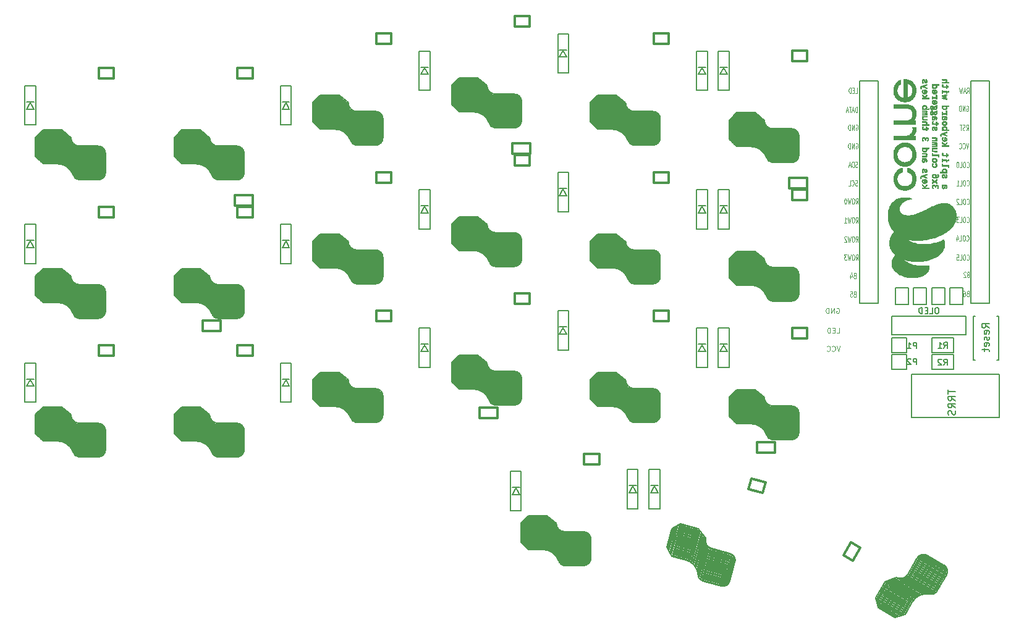
<source format=gbr>
G04 #@! TF.GenerationSoftware,KiCad,Pcbnew,(5.1.4)-1*
G04 #@! TF.CreationDate,2023-05-04T11:41:47-04:00*
G04 #@! TF.ProjectId,corne-chocolate,636f726e-652d-4636-986f-636f6c617465,2.1*
G04 #@! TF.SameCoordinates,Original*
G04 #@! TF.FileFunction,Legend,Bot*
G04 #@! TF.FilePolarity,Positive*
%FSLAX46Y46*%
G04 Gerber Fmt 4.6, Leading zero omitted, Abs format (unit mm)*
G04 Created by KiCad (PCBNEW (5.1.4)-1) date 2023-05-04 11:41:47*
%MOMM*%
%LPD*%
G04 APERTURE LIST*
%ADD10C,0.150000*%
%ADD11C,0.125000*%
%ADD12C,0.300000*%
%ADD13C,0.010000*%
G04 APERTURE END LIST*
D10*
X186280495Y-102854895D02*
X186125676Y-102854895D01*
X186048266Y-102893600D01*
X185970857Y-102971009D01*
X185932152Y-103125828D01*
X185932152Y-103396761D01*
X185970857Y-103551580D01*
X186048266Y-103628990D01*
X186125676Y-103667695D01*
X186280495Y-103667695D01*
X186357904Y-103628990D01*
X186435314Y-103551580D01*
X186474019Y-103396761D01*
X186474019Y-103125828D01*
X186435314Y-102971009D01*
X186357904Y-102893600D01*
X186280495Y-102854895D01*
X185196761Y-103667695D02*
X185583809Y-103667695D01*
X185583809Y-102854895D01*
X184925828Y-103241942D02*
X184654895Y-103241942D01*
X184538780Y-103667695D02*
X184925828Y-103667695D01*
X184925828Y-102854895D01*
X184538780Y-102854895D01*
X184190438Y-103667695D02*
X184190438Y-102854895D01*
X183996914Y-102854895D01*
X183880800Y-102893600D01*
X183803390Y-102971009D01*
X183764685Y-103048419D01*
X183725980Y-103203238D01*
X183725980Y-103319352D01*
X183764685Y-103474171D01*
X183803390Y-103551580D01*
X183880800Y-103628990D01*
X183996914Y-103667695D01*
X184190438Y-103667695D01*
D11*
X172450000Y-106316666D02*
X172783333Y-106316666D01*
X172783333Y-105616666D01*
X172216666Y-105950000D02*
X171983333Y-105950000D01*
X171883333Y-106316666D02*
X172216666Y-106316666D01*
X172216666Y-105616666D01*
X171883333Y-105616666D01*
X171583333Y-106316666D02*
X171583333Y-105616666D01*
X171416666Y-105616666D01*
X171316666Y-105650000D01*
X171250000Y-105716666D01*
X171216666Y-105783333D01*
X171183333Y-105916666D01*
X171183333Y-106016666D01*
X171216666Y-106150000D01*
X171250000Y-106216666D01*
X171316666Y-106283333D01*
X171416666Y-106316666D01*
X171583333Y-106316666D01*
X172933333Y-108116666D02*
X172700000Y-108816666D01*
X172466666Y-108116666D01*
X171833333Y-108750000D02*
X171866666Y-108783333D01*
X171966666Y-108816666D01*
X172033333Y-108816666D01*
X172133333Y-108783333D01*
X172200000Y-108716666D01*
X172233333Y-108650000D01*
X172266666Y-108516666D01*
X172266666Y-108416666D01*
X172233333Y-108283333D01*
X172200000Y-108216666D01*
X172133333Y-108150000D01*
X172033333Y-108116666D01*
X171966666Y-108116666D01*
X171866666Y-108150000D01*
X171833333Y-108183333D01*
X171133333Y-108750000D02*
X171166666Y-108783333D01*
X171266666Y-108816666D01*
X171333333Y-108816666D01*
X171433333Y-108783333D01*
X171500000Y-108716666D01*
X171533333Y-108650000D01*
X171566666Y-108516666D01*
X171566666Y-108416666D01*
X171533333Y-108283333D01*
X171500000Y-108216666D01*
X171433333Y-108150000D01*
X171333333Y-108116666D01*
X171266666Y-108116666D01*
X171166666Y-108150000D01*
X171133333Y-108183333D01*
X172433333Y-102950000D02*
X172500000Y-102916666D01*
X172600000Y-102916666D01*
X172700000Y-102950000D01*
X172766666Y-103016666D01*
X172800000Y-103083333D01*
X172833333Y-103216666D01*
X172833333Y-103316666D01*
X172800000Y-103450000D01*
X172766666Y-103516666D01*
X172700000Y-103583333D01*
X172600000Y-103616666D01*
X172533333Y-103616666D01*
X172433333Y-103583333D01*
X172400000Y-103550000D01*
X172400000Y-103316666D01*
X172533333Y-103316666D01*
X172100000Y-103616666D02*
X172100000Y-102916666D01*
X171700000Y-103616666D01*
X171700000Y-102916666D01*
X171366666Y-103616666D02*
X171366666Y-102916666D01*
X171200000Y-102916666D01*
X171100000Y-102950000D01*
X171033333Y-103016666D01*
X171000000Y-103083333D01*
X170966666Y-103216666D01*
X170966666Y-103316666D01*
X171000000Y-103450000D01*
X171033333Y-103516666D01*
X171100000Y-103583333D01*
X171200000Y-103616666D01*
X171366666Y-103616666D01*
D10*
X187523059Y-139486667D02*
X186223059Y-141738333D01*
X183496041Y-137161667D02*
X182208541Y-139391682D01*
X179078285Y-140413445D02*
X177803285Y-142621809D01*
X182817803Y-143236409D02*
X181830303Y-144946809D01*
X184862066Y-136795642D02*
X187157034Y-138120642D01*
X178178461Y-144021985D02*
X180430127Y-145321985D01*
X180603461Y-139821762D02*
G75*
G03X182208541Y-139391682I587500J1017580D01*
G01*
X185183061Y-142133471D02*
G75*
G03X182817803Y-143236409I-395050J-2240438D01*
G01*
X180430127Y-145321985D02*
X181830303Y-144946809D01*
X178178461Y-144021985D02*
X177803285Y-142621809D01*
X179078285Y-140413445D02*
X180603461Y-139821762D01*
X184862066Y-136795642D02*
G75*
G03X183496041Y-137161667I-500000J-866025D01*
G01*
X187157034Y-138120642D02*
G75*
G02X187523059Y-139486667I-500000J-866025D01*
G01*
X186221515Y-141738591D02*
G75*
G02X185183060Y-142133471I-783310J497043D01*
G01*
X180635031Y-145267082D02*
X178123557Y-143817082D01*
X180796633Y-145187178D02*
X178068653Y-143612178D01*
X181044838Y-145157274D02*
X178013750Y-143407274D01*
X181249742Y-145102370D02*
X177958846Y-143202370D01*
X181454646Y-145047466D02*
X177903942Y-142997466D01*
X181616249Y-144967563D02*
X177849038Y-142792563D01*
X181821152Y-144912659D02*
X177837436Y-142612659D01*
X181896152Y-144782755D02*
X177912436Y-142482755D01*
X181971152Y-144652851D02*
X177987436Y-142352851D01*
X182046152Y-144522947D02*
X178062436Y-142222946D01*
X182121152Y-144393044D02*
X178137436Y-142093044D01*
X182196152Y-144263140D02*
X178212436Y-141963140D01*
X182271152Y-144133236D02*
X178287436Y-141833236D01*
X182346152Y-144003332D02*
X178362436Y-141703332D01*
X182421152Y-143873428D02*
X178437436Y-141573428D01*
X182496152Y-143743524D02*
X178512436Y-141443524D01*
X182571152Y-143613621D02*
X178587436Y-141313621D01*
X182646152Y-143483717D02*
X178662436Y-141183717D01*
X182721152Y-143353813D02*
X178737436Y-141053813D01*
X182796152Y-143223909D02*
X178812436Y-140923909D01*
X182871152Y-143094005D02*
X178930737Y-140819005D01*
X182989454Y-142989102D02*
X178962436Y-140664102D01*
X183064454Y-142859198D02*
X179037436Y-140534198D01*
X183139454Y-142729294D02*
X179155737Y-140429294D01*
X183257755Y-142624390D02*
X179317339Y-140349390D01*
X183419358Y-142544486D02*
X179478942Y-140269486D01*
X183537659Y-142439583D02*
X179683846Y-140214583D01*
X183699261Y-142359679D02*
X179845448Y-140134679D01*
X183860864Y-142279775D02*
X180050352Y-140079775D01*
X184022466Y-142199871D02*
X180211955Y-139999871D01*
X184227370Y-142144967D02*
X180373557Y-139919967D01*
X184432274Y-142090064D02*
X180578461Y-139865064D01*
X184655479Y-142103461D02*
X181061474Y-140028461D01*
X184835383Y-142091858D02*
X181241377Y-140016858D01*
X185058588Y-142105256D02*
X181464583Y-140030256D01*
X185238492Y-142093653D02*
X181601185Y-139993653D01*
X185504998Y-142132051D02*
X181694486Y-139932051D01*
X185684902Y-142120448D02*
X181787788Y-139870448D01*
X185846505Y-142040544D02*
X181906089Y-139765544D01*
X186008107Y-141960641D02*
X182067691Y-139685642D01*
X186126408Y-141855737D02*
X182142691Y-139555737D01*
X186201408Y-141725833D02*
X182217691Y-139425833D01*
X186276408Y-141595929D02*
X182335993Y-139320929D01*
X186351408Y-141466025D02*
X182367691Y-139166025D01*
X186426408Y-141336122D02*
X182442691Y-139036122D01*
X186501408Y-141206218D02*
X182517691Y-138906218D01*
X186576408Y-141076314D02*
X182592691Y-138776314D01*
X186651408Y-140946410D02*
X182667691Y-138646410D01*
X186726408Y-140816506D02*
X182742691Y-138516506D01*
X186801408Y-140686603D02*
X182817691Y-138386603D01*
X186876408Y-140556699D02*
X182892691Y-138256699D01*
X186951408Y-140426795D02*
X182967691Y-138126795D01*
X187026408Y-140296891D02*
X183042691Y-137996891D01*
X187101408Y-140166987D02*
X183117691Y-137866987D01*
X187176407Y-140037083D02*
X183192691Y-137737083D01*
X187251408Y-139907180D02*
X183267691Y-137607181D01*
X187326408Y-139777276D02*
X183342691Y-137477276D01*
X187401408Y-139647372D02*
X183417691Y-137347372D01*
X187476408Y-139517468D02*
X183492691Y-137217468D01*
X187551408Y-139387564D02*
X183610993Y-137112564D01*
X187583107Y-139232661D02*
X183685993Y-136982661D01*
X187614806Y-139077757D02*
X183804294Y-136877757D01*
X187603203Y-138897853D02*
X183965897Y-136797853D01*
X187566601Y-138761250D02*
X184145799Y-136786250D01*
X187529998Y-138624648D02*
X184282403Y-136749648D01*
X187450094Y-138463045D02*
X184375704Y-136688045D01*
X71300000Y-85350000D02*
X68700000Y-85350000D01*
X71300000Y-80700000D02*
X68725000Y-80700000D01*
X66275000Y-78500000D02*
X63725000Y-78500000D01*
X65700000Y-83150000D02*
X63725000Y-83150000D01*
X72300000Y-81700000D02*
X72300000Y-84350000D01*
X62700000Y-79525000D02*
X62700000Y-82125000D01*
X67550000Y-79525000D02*
G75*
G03X68725000Y-80700000I1175000J0D01*
G01*
X67837801Y-84646904D02*
G75*
G03X65700000Y-83150000I-2137801J-778096D01*
G01*
X62700000Y-82125000D02*
X63725000Y-83150000D01*
X62700000Y-79525000D02*
X63725000Y-78500000D01*
X66275000Y-78500000D02*
X67550000Y-79525000D01*
X72300000Y-81700000D02*
G75*
G03X71300000Y-80700000I-1000000J0D01*
G01*
X72300000Y-84350000D02*
G75*
G02X71300000Y-85350000I-1000000J0D01*
G01*
X68699005Y-85348791D02*
G75*
G02X67837801Y-84646904I38796J926887D01*
G01*
X62850000Y-82275000D02*
X62850000Y-79375000D01*
X63000000Y-82375000D02*
X63000000Y-79225000D01*
X63150000Y-82575000D02*
X63150000Y-79075000D01*
X63300000Y-82725000D02*
X63300000Y-78925000D01*
X63450000Y-82875000D02*
X63450000Y-78775000D01*
X63600000Y-82975000D02*
X63600000Y-78625000D01*
X63750000Y-83125000D02*
X63750000Y-78525000D01*
X63900000Y-83125000D02*
X63900000Y-78525000D01*
X64050000Y-83125000D02*
X64050000Y-78525000D01*
X64200000Y-83125000D02*
X64200000Y-78525000D01*
X64350000Y-83125000D02*
X64350000Y-78525000D01*
X64500000Y-83125000D02*
X64500000Y-78525000D01*
X64650000Y-83125000D02*
X64650000Y-78525000D01*
X64800000Y-83125000D02*
X64800000Y-78525000D01*
X64950000Y-83125000D02*
X64950000Y-78525000D01*
X65100000Y-83125000D02*
X65100000Y-78525000D01*
X65250000Y-83125000D02*
X65250000Y-78525000D01*
X65400000Y-83125000D02*
X65400000Y-78525000D01*
X65550000Y-83125000D02*
X65550000Y-78525000D01*
X65700000Y-83125000D02*
X65700000Y-78525000D01*
X65850000Y-83125000D02*
X65850000Y-78575000D01*
X66000000Y-83175000D02*
X66000000Y-78525000D01*
X66150000Y-83175000D02*
X66150000Y-78525000D01*
X66300000Y-83175000D02*
X66300000Y-78575000D01*
X66450000Y-83225000D02*
X66450000Y-78675000D01*
X66600000Y-83325000D02*
X66600000Y-78775000D01*
X66750000Y-83375000D02*
X66750000Y-78925000D01*
X66900000Y-83475000D02*
X66900000Y-79025000D01*
X67050000Y-83575000D02*
X67050000Y-79175000D01*
X67200000Y-83675000D02*
X67200000Y-79275000D01*
X67350000Y-83825000D02*
X67350000Y-79375000D01*
X67500000Y-83975000D02*
X67500000Y-79525000D01*
X67600000Y-84175000D02*
X67600000Y-80025000D01*
X67700000Y-84325000D02*
X67700000Y-80175000D01*
X67800000Y-84525000D02*
X67800000Y-80375000D01*
X67900000Y-84675000D02*
X67900000Y-80475000D01*
X68000000Y-84925000D02*
X68000000Y-80525000D01*
X68100000Y-85075000D02*
X68100000Y-80575000D01*
X68250000Y-85175000D02*
X68250000Y-80625000D01*
X68400000Y-85275000D02*
X68400000Y-80725000D01*
X68550000Y-85325000D02*
X68550000Y-80725000D01*
X68700000Y-85325000D02*
X68700000Y-80725000D01*
X68850000Y-85325000D02*
X68850000Y-80775000D01*
X69000000Y-85325000D02*
X69000000Y-80725000D01*
X69150000Y-85325000D02*
X69150000Y-80725000D01*
X69300000Y-85325000D02*
X69300000Y-80725000D01*
X69450000Y-85325000D02*
X69450000Y-80725000D01*
X69600000Y-85325000D02*
X69600000Y-80725000D01*
X69750000Y-85325000D02*
X69750000Y-80725000D01*
X69900000Y-85325000D02*
X69900000Y-80725000D01*
X70050000Y-85325000D02*
X70050000Y-80725000D01*
X70200000Y-85325000D02*
X70200000Y-80725000D01*
X70350000Y-85325000D02*
X70350000Y-80725000D01*
X70500000Y-85325000D02*
X70500000Y-80725000D01*
X70650000Y-85325000D02*
X70650000Y-80725000D01*
X70800000Y-85325000D02*
X70800000Y-80725000D01*
X70950000Y-85325000D02*
X70950000Y-80725000D01*
X71100000Y-85325000D02*
X71100000Y-80725000D01*
X71250000Y-85325000D02*
X71250000Y-80725000D01*
X71400000Y-85325000D02*
X71400000Y-80775000D01*
X71550000Y-85275000D02*
X71550000Y-80775000D01*
X71700000Y-85225000D02*
X71700000Y-80825000D01*
X71850000Y-85125000D02*
X71850000Y-80925000D01*
X71950000Y-85025000D02*
X71950000Y-81075000D01*
X72050000Y-84925000D02*
X72050000Y-81175000D01*
X72150000Y-84775000D02*
X72150000Y-81225000D01*
X156626917Y-141031205D02*
X154115510Y-140358275D01*
X157830425Y-136539650D02*
X155343166Y-135873191D01*
X153546050Y-133114047D02*
X151082939Y-132454059D01*
X151787134Y-137456781D02*
X149879431Y-136945614D01*
X158537532Y-137764394D02*
X157851662Y-140324098D01*
X149827576Y-133178843D02*
X149154646Y-135690250D01*
X154512316Y-134434115D02*
G75*
G03X155343166Y-135873191I1134963J-304113D01*
G01*
X153464664Y-139455982D02*
G75*
G03X151787134Y-137456781I-2266343J-198280D01*
G01*
X149154646Y-135690250D02*
X149879431Y-136945614D01*
X149827576Y-133178843D02*
X151082939Y-132454059D01*
X153546050Y-133114047D02*
X154512316Y-134434115D01*
X158537531Y-137764394D02*
G75*
G03X157830425Y-136539650I-965925J258819D01*
G01*
X157851662Y-140324098D02*
G75*
G02X156626917Y-141031205I-965926J258819D01*
G01*
X154114862Y-140356850D02*
G75*
G02X153464664Y-139455983I277370J885263D01*
G01*
X149260712Y-135873962D02*
X150011287Y-133072777D01*
X149379719Y-136009377D02*
X150194999Y-132966711D01*
X149472844Y-136241385D02*
X150378711Y-132860645D01*
X149578910Y-136425097D02*
X150562423Y-132754579D01*
X149684976Y-136608809D02*
X150746134Y-132648513D01*
X149803983Y-136744224D02*
X150929846Y-132542447D01*
X149910049Y-136927936D02*
X151100617Y-132484677D01*
X150054938Y-136966759D02*
X151245506Y-132523500D01*
X150199827Y-137005582D02*
X151390395Y-132562323D01*
X150344716Y-137044404D02*
X151535284Y-132601146D01*
X150489605Y-137083227D02*
X151680172Y-132639969D01*
X150634494Y-137122050D02*
X151825061Y-132678791D01*
X150779383Y-137160873D02*
X151969950Y-132717614D01*
X150924271Y-137199696D02*
X152114839Y-132756437D01*
X151069160Y-137238519D02*
X152259728Y-132795260D01*
X151214049Y-137277342D02*
X152404617Y-132834083D01*
X151358938Y-137316164D02*
X152549506Y-132872906D01*
X151503827Y-137354987D02*
X152694395Y-132911729D01*
X151648716Y-137393810D02*
X152839283Y-132950551D01*
X151793605Y-137432633D02*
X152984172Y-132989374D01*
X151938494Y-137471456D02*
X153116120Y-133076493D01*
X152070441Y-137558575D02*
X153273950Y-133067020D01*
X152215330Y-137597398D02*
X153418839Y-133105843D01*
X152360219Y-137636221D02*
X153550787Y-133192962D01*
X152492167Y-137723340D02*
X153669794Y-133328377D01*
X152611174Y-137858755D02*
X153788801Y-133463793D01*
X152743122Y-137945875D02*
X153894867Y-133647505D01*
X152862129Y-138081290D02*
X154013874Y-133782920D01*
X152981136Y-138216705D02*
X154119940Y-133966632D01*
X153100143Y-138352121D02*
X154238947Y-134102047D01*
X153206209Y-138535833D02*
X154357954Y-134237463D01*
X153312275Y-138719544D02*
X154464020Y-134421174D01*
X153357104Y-138938611D02*
X154431203Y-134930019D01*
X153414873Y-139109382D02*
X154488973Y-135100790D01*
X153459702Y-139328449D02*
X154533801Y-135319857D01*
X153517472Y-139499220D02*
X154604512Y-135442332D01*
X153549360Y-139766583D02*
X154688164Y-135516510D01*
X153607130Y-139937354D02*
X154771815Y-135590688D01*
X153726136Y-140072770D02*
X154903763Y-135677807D01*
X153845143Y-140208185D02*
X155022770Y-135813223D01*
X153977091Y-140295304D02*
X155167659Y-135852045D01*
X154121980Y-140334127D02*
X155312548Y-135890868D01*
X154266869Y-140372950D02*
X155444496Y-135977987D01*
X154411758Y-140411773D02*
X155602326Y-135968514D01*
X154556647Y-140450596D02*
X155747214Y-136007337D01*
X154701536Y-140489418D02*
X155892103Y-136046160D01*
X154846425Y-140528241D02*
X156036992Y-136084982D01*
X154991313Y-140567064D02*
X156181881Y-136123805D01*
X155136202Y-140605887D02*
X156326770Y-136162628D01*
X155281091Y-140644710D02*
X156471659Y-136201451D01*
X155425980Y-140683533D02*
X156616548Y-136240274D01*
X155570869Y-140722356D02*
X156761437Y-136279097D01*
X155715758Y-140761178D02*
X156906325Y-136317920D01*
X155860647Y-140800001D02*
X157051214Y-136356742D01*
X156005536Y-140838824D02*
X157196103Y-136395565D01*
X156150424Y-140877647D02*
X157340992Y-136434388D01*
X156295313Y-140916470D02*
X157485881Y-136473211D01*
X156440202Y-140955293D02*
X157630770Y-136512034D01*
X156585091Y-140994116D02*
X157775659Y-136550857D01*
X156729980Y-141032938D02*
X157907607Y-136637976D01*
X156887810Y-141023465D02*
X158052496Y-136676799D01*
X157045640Y-141013992D02*
X158184443Y-136763918D01*
X157216410Y-140956222D02*
X158303450Y-136899333D01*
X157338885Y-140885511D02*
X158361220Y-137070104D01*
X157461359Y-140814800D02*
X158431931Y-137192579D01*
X157596775Y-140695794D02*
X158515582Y-137266757D01*
X147300000Y-99600000D02*
X144700000Y-99600000D01*
X147300000Y-94950000D02*
X144725000Y-94950000D01*
X142275000Y-92750000D02*
X139725000Y-92750000D01*
X141700000Y-97400000D02*
X139725000Y-97400000D01*
X148300000Y-95950000D02*
X148300000Y-98600000D01*
X138700000Y-93775000D02*
X138700000Y-96375000D01*
X143550000Y-93775000D02*
G75*
G03X144725000Y-94950000I1175000J0D01*
G01*
X143837801Y-98896904D02*
G75*
G03X141700000Y-97400000I-2137801J-778096D01*
G01*
X138700000Y-96375000D02*
X139725000Y-97400000D01*
X138700000Y-93775000D02*
X139725000Y-92750000D01*
X142275000Y-92750000D02*
X143550000Y-93775000D01*
X148300000Y-95950000D02*
G75*
G03X147300000Y-94950000I-1000000J0D01*
G01*
X148300000Y-98600000D02*
G75*
G02X147300000Y-99600000I-1000000J0D01*
G01*
X144699005Y-99598791D02*
G75*
G02X143837801Y-98896904I38796J926887D01*
G01*
X138850000Y-96525000D02*
X138850000Y-93625000D01*
X139000000Y-96625000D02*
X139000000Y-93475000D01*
X139150000Y-96825000D02*
X139150000Y-93325000D01*
X139300000Y-96975000D02*
X139300000Y-93175000D01*
X139450000Y-97125000D02*
X139450000Y-93025000D01*
X139600000Y-97225000D02*
X139600000Y-92875000D01*
X139750000Y-97375000D02*
X139750000Y-92775000D01*
X139900000Y-97375000D02*
X139900000Y-92775000D01*
X140050000Y-97375000D02*
X140050000Y-92775000D01*
X140200000Y-97375000D02*
X140200000Y-92775000D01*
X140350000Y-97375000D02*
X140350000Y-92775000D01*
X140500000Y-97375000D02*
X140500000Y-92775000D01*
X140650000Y-97375000D02*
X140650000Y-92775000D01*
X140800000Y-97375000D02*
X140800000Y-92775000D01*
X140950000Y-97375000D02*
X140950000Y-92775000D01*
X141100000Y-97375000D02*
X141100000Y-92775000D01*
X141250000Y-97375000D02*
X141250000Y-92775000D01*
X141400000Y-97375000D02*
X141400000Y-92775000D01*
X141550000Y-97375000D02*
X141550000Y-92775000D01*
X141700000Y-97375000D02*
X141700000Y-92775000D01*
X141850000Y-97375000D02*
X141850000Y-92825000D01*
X142000000Y-97425000D02*
X142000000Y-92775000D01*
X142150000Y-97425000D02*
X142150000Y-92775000D01*
X142300000Y-97425000D02*
X142300000Y-92825000D01*
X142450000Y-97475000D02*
X142450000Y-92925000D01*
X142600000Y-97575000D02*
X142600000Y-93025000D01*
X142750000Y-97625000D02*
X142750000Y-93175000D01*
X142900000Y-97725000D02*
X142900000Y-93275000D01*
X143050000Y-97825000D02*
X143050000Y-93425000D01*
X143200000Y-97925000D02*
X143200000Y-93525000D01*
X143350000Y-98075000D02*
X143350000Y-93625000D01*
X143500000Y-98225000D02*
X143500000Y-93775000D01*
X143600000Y-98425000D02*
X143600000Y-94275000D01*
X143700000Y-98575000D02*
X143700000Y-94425000D01*
X143800000Y-98775000D02*
X143800000Y-94625000D01*
X143900000Y-98925000D02*
X143900000Y-94725000D01*
X144000000Y-99175000D02*
X144000000Y-94775000D01*
X144100000Y-99325000D02*
X144100000Y-94825000D01*
X144250000Y-99425000D02*
X144250000Y-94875000D01*
X144400000Y-99525000D02*
X144400000Y-94975000D01*
X144550000Y-99575000D02*
X144550000Y-94975000D01*
X144700000Y-99575000D02*
X144700000Y-94975000D01*
X144850000Y-99575000D02*
X144850000Y-95025000D01*
X145000000Y-99575000D02*
X145000000Y-94975000D01*
X145150000Y-99575000D02*
X145150000Y-94975000D01*
X145300000Y-99575000D02*
X145300000Y-94975000D01*
X145450000Y-99575000D02*
X145450000Y-94975000D01*
X145600000Y-99575000D02*
X145600000Y-94975000D01*
X145750000Y-99575000D02*
X145750000Y-94975000D01*
X145900000Y-99575000D02*
X145900000Y-94975000D01*
X146050000Y-99575000D02*
X146050000Y-94975000D01*
X146200000Y-99575000D02*
X146200000Y-94975000D01*
X146350000Y-99575000D02*
X146350000Y-94975000D01*
X146500000Y-99575000D02*
X146500000Y-94975000D01*
X146650000Y-99575000D02*
X146650000Y-94975000D01*
X146800000Y-99575000D02*
X146800000Y-94975000D01*
X146950000Y-99575000D02*
X146950000Y-94975000D01*
X147100000Y-99575000D02*
X147100000Y-94975000D01*
X147250000Y-99575000D02*
X147250000Y-94975000D01*
X147400000Y-99575000D02*
X147400000Y-95025000D01*
X147550000Y-99525000D02*
X147550000Y-95025000D01*
X147700000Y-99475000D02*
X147700000Y-95075000D01*
X147850000Y-99375000D02*
X147850000Y-95175000D01*
X147950000Y-99275000D02*
X147950000Y-95325000D01*
X148050000Y-99175000D02*
X148050000Y-95425000D01*
X148150000Y-99025000D02*
X148150000Y-95475000D01*
X166300000Y-120975000D02*
X163700000Y-120975000D01*
X166300000Y-116325000D02*
X163725000Y-116325000D01*
X161275000Y-114125000D02*
X158725000Y-114125000D01*
X160700000Y-118775000D02*
X158725000Y-118775000D01*
X167300000Y-117325000D02*
X167300000Y-119975000D01*
X157700000Y-115150000D02*
X157700000Y-117750000D01*
X162550000Y-115150000D02*
G75*
G03X163725000Y-116325000I1175000J0D01*
G01*
X162837801Y-120271904D02*
G75*
G03X160700000Y-118775000I-2137801J-778096D01*
G01*
X157700000Y-117750000D02*
X158725000Y-118775000D01*
X157700000Y-115150000D02*
X158725000Y-114125000D01*
X161275000Y-114125000D02*
X162550000Y-115150000D01*
X167300000Y-117325000D02*
G75*
G03X166300000Y-116325000I-1000000J0D01*
G01*
X167300000Y-119975000D02*
G75*
G02X166300000Y-120975000I-1000000J0D01*
G01*
X163699005Y-120973791D02*
G75*
G02X162837801Y-120271904I38796J926887D01*
G01*
X157850000Y-117900000D02*
X157850000Y-115000000D01*
X158000000Y-118000000D02*
X158000000Y-114850000D01*
X158150000Y-118200000D02*
X158150000Y-114700000D01*
X158300000Y-118350000D02*
X158300000Y-114550000D01*
X158450000Y-118500000D02*
X158450000Y-114400000D01*
X158600000Y-118600000D02*
X158600000Y-114250000D01*
X158750000Y-118750000D02*
X158750000Y-114150000D01*
X158900000Y-118750000D02*
X158900000Y-114150000D01*
X159050000Y-118750000D02*
X159050000Y-114150000D01*
X159200000Y-118750000D02*
X159200000Y-114150000D01*
X159350000Y-118750000D02*
X159350000Y-114150000D01*
X159500000Y-118750000D02*
X159500000Y-114150000D01*
X159650000Y-118750000D02*
X159650000Y-114150000D01*
X159800000Y-118750000D02*
X159800000Y-114150000D01*
X159950000Y-118750000D02*
X159950000Y-114150000D01*
X160100000Y-118750000D02*
X160100000Y-114150000D01*
X160250000Y-118750000D02*
X160250000Y-114150000D01*
X160400000Y-118750000D02*
X160400000Y-114150000D01*
X160550000Y-118750000D02*
X160550000Y-114150000D01*
X160700000Y-118750000D02*
X160700000Y-114150000D01*
X160850000Y-118750000D02*
X160850000Y-114200000D01*
X161000000Y-118800000D02*
X161000000Y-114150000D01*
X161150000Y-118800000D02*
X161150000Y-114150000D01*
X161300000Y-118800000D02*
X161300000Y-114200000D01*
X161450000Y-118850000D02*
X161450000Y-114300000D01*
X161600000Y-118950000D02*
X161600000Y-114400000D01*
X161750000Y-119000000D02*
X161750000Y-114550000D01*
X161900000Y-119100000D02*
X161900000Y-114650000D01*
X162050000Y-119200000D02*
X162050000Y-114800000D01*
X162200000Y-119300000D02*
X162200000Y-114900000D01*
X162350000Y-119450000D02*
X162350000Y-115000000D01*
X162500000Y-119600000D02*
X162500000Y-115150000D01*
X162600000Y-119800000D02*
X162600000Y-115650000D01*
X162700000Y-119950000D02*
X162700000Y-115800000D01*
X162800000Y-120150000D02*
X162800000Y-116000000D01*
X162900000Y-120300000D02*
X162900000Y-116100000D01*
X163000000Y-120550000D02*
X163000000Y-116150000D01*
X163100000Y-120700000D02*
X163100000Y-116200000D01*
X163250000Y-120800000D02*
X163250000Y-116250000D01*
X163400000Y-120900000D02*
X163400000Y-116350000D01*
X163550000Y-120950000D02*
X163550000Y-116350000D01*
X163700000Y-120950000D02*
X163700000Y-116350000D01*
X163850000Y-120950000D02*
X163850000Y-116400000D01*
X164000000Y-120950000D02*
X164000000Y-116350000D01*
X164150000Y-120950000D02*
X164150000Y-116350000D01*
X164300000Y-120950000D02*
X164300000Y-116350000D01*
X164450000Y-120950000D02*
X164450000Y-116350000D01*
X164600000Y-120950000D02*
X164600000Y-116350000D01*
X164750000Y-120950000D02*
X164750000Y-116350000D01*
X164900000Y-120950000D02*
X164900000Y-116350000D01*
X165050000Y-120950000D02*
X165050000Y-116350000D01*
X165200000Y-120950000D02*
X165200000Y-116350000D01*
X165350000Y-120950000D02*
X165350000Y-116350000D01*
X165500000Y-120950000D02*
X165500000Y-116350000D01*
X165650000Y-120950000D02*
X165650000Y-116350000D01*
X165800000Y-120950000D02*
X165800000Y-116350000D01*
X165950000Y-120950000D02*
X165950000Y-116350000D01*
X166100000Y-120950000D02*
X166100000Y-116350000D01*
X166250000Y-120950000D02*
X166250000Y-116350000D01*
X166400000Y-120950000D02*
X166400000Y-116400000D01*
X166550000Y-120900000D02*
X166550000Y-116400000D01*
X166700000Y-120850000D02*
X166700000Y-116450000D01*
X166850000Y-120750000D02*
X166850000Y-116550000D01*
X166950000Y-120650000D02*
X166950000Y-116700000D01*
X167050000Y-120550000D02*
X167050000Y-116800000D01*
X167150000Y-120400000D02*
X167150000Y-116850000D01*
X166300000Y-101975000D02*
X163700000Y-101975000D01*
X166300000Y-97325000D02*
X163725000Y-97325000D01*
X161275000Y-95125000D02*
X158725000Y-95125000D01*
X160700000Y-99775000D02*
X158725000Y-99775000D01*
X167300000Y-98325000D02*
X167300000Y-100975000D01*
X157700000Y-96150000D02*
X157700000Y-98750000D01*
X162550000Y-96150000D02*
G75*
G03X163725000Y-97325000I1175000J0D01*
G01*
X162837801Y-101271904D02*
G75*
G03X160700000Y-99775000I-2137801J-778096D01*
G01*
X157700000Y-98750000D02*
X158725000Y-99775000D01*
X157700000Y-96150000D02*
X158725000Y-95125000D01*
X161275000Y-95125000D02*
X162550000Y-96150000D01*
X167300000Y-98325000D02*
G75*
G03X166300000Y-97325000I-1000000J0D01*
G01*
X167300000Y-100975000D02*
G75*
G02X166300000Y-101975000I-1000000J0D01*
G01*
X163699005Y-101973791D02*
G75*
G02X162837801Y-101271904I38796J926887D01*
G01*
X157850000Y-98900000D02*
X157850000Y-96000000D01*
X158000000Y-99000000D02*
X158000000Y-95850000D01*
X158150000Y-99200000D02*
X158150000Y-95700000D01*
X158300000Y-99350000D02*
X158300000Y-95550000D01*
X158450000Y-99500000D02*
X158450000Y-95400000D01*
X158600000Y-99600000D02*
X158600000Y-95250000D01*
X158750000Y-99750000D02*
X158750000Y-95150000D01*
X158900000Y-99750000D02*
X158900000Y-95150000D01*
X159050000Y-99750000D02*
X159050000Y-95150000D01*
X159200000Y-99750000D02*
X159200000Y-95150000D01*
X159350000Y-99750000D02*
X159350000Y-95150000D01*
X159500000Y-99750000D02*
X159500000Y-95150000D01*
X159650000Y-99750000D02*
X159650000Y-95150000D01*
X159800000Y-99750000D02*
X159800000Y-95150000D01*
X159950000Y-99750000D02*
X159950000Y-95150000D01*
X160100000Y-99750000D02*
X160100000Y-95150000D01*
X160250000Y-99750000D02*
X160250000Y-95150000D01*
X160400000Y-99750000D02*
X160400000Y-95150000D01*
X160550000Y-99750000D02*
X160550000Y-95150000D01*
X160700000Y-99750000D02*
X160700000Y-95150000D01*
X160850000Y-99750000D02*
X160850000Y-95200000D01*
X161000000Y-99800000D02*
X161000000Y-95150000D01*
X161150000Y-99800000D02*
X161150000Y-95150000D01*
X161300000Y-99800000D02*
X161300000Y-95200000D01*
X161450000Y-99850000D02*
X161450000Y-95300000D01*
X161600000Y-99950000D02*
X161600000Y-95400000D01*
X161750000Y-100000000D02*
X161750000Y-95550000D01*
X161900000Y-100100000D02*
X161900000Y-95650000D01*
X162050000Y-100200000D02*
X162050000Y-95800000D01*
X162200000Y-100300000D02*
X162200000Y-95900000D01*
X162350000Y-100450000D02*
X162350000Y-96000000D01*
X162500000Y-100600000D02*
X162500000Y-96150000D01*
X162600000Y-100800000D02*
X162600000Y-96650000D01*
X162700000Y-100950000D02*
X162700000Y-96800000D01*
X162800000Y-101150000D02*
X162800000Y-97000000D01*
X162900000Y-101300000D02*
X162900000Y-97100000D01*
X163000000Y-101550000D02*
X163000000Y-97150000D01*
X163100000Y-101700000D02*
X163100000Y-97200000D01*
X163250000Y-101800000D02*
X163250000Y-97250000D01*
X163400000Y-101900000D02*
X163400000Y-97350000D01*
X163550000Y-101950000D02*
X163550000Y-97350000D01*
X163700000Y-101950000D02*
X163700000Y-97350000D01*
X163850000Y-101950000D02*
X163850000Y-97400000D01*
X164000000Y-101950000D02*
X164000000Y-97350000D01*
X164150000Y-101950000D02*
X164150000Y-97350000D01*
X164300000Y-101950000D02*
X164300000Y-97350000D01*
X164450000Y-101950000D02*
X164450000Y-97350000D01*
X164600000Y-101950000D02*
X164600000Y-97350000D01*
X164750000Y-101950000D02*
X164750000Y-97350000D01*
X164900000Y-101950000D02*
X164900000Y-97350000D01*
X165050000Y-101950000D02*
X165050000Y-97350000D01*
X165200000Y-101950000D02*
X165200000Y-97350000D01*
X165350000Y-101950000D02*
X165350000Y-97350000D01*
X165500000Y-101950000D02*
X165500000Y-97350000D01*
X165650000Y-101950000D02*
X165650000Y-97350000D01*
X165800000Y-101950000D02*
X165800000Y-97350000D01*
X165950000Y-101950000D02*
X165950000Y-97350000D01*
X166100000Y-101950000D02*
X166100000Y-97350000D01*
X166250000Y-101950000D02*
X166250000Y-97350000D01*
X166400000Y-101950000D02*
X166400000Y-97400000D01*
X166550000Y-101900000D02*
X166550000Y-97400000D01*
X166700000Y-101850000D02*
X166700000Y-97450000D01*
X166850000Y-101750000D02*
X166850000Y-97550000D01*
X166950000Y-101650000D02*
X166950000Y-97700000D01*
X167050000Y-101550000D02*
X167050000Y-97800000D01*
X167150000Y-101400000D02*
X167150000Y-97850000D01*
X166300000Y-82975000D02*
X163700000Y-82975000D01*
X166300000Y-78325000D02*
X163725000Y-78325000D01*
X161275000Y-76125000D02*
X158725000Y-76125000D01*
X160700000Y-80775000D02*
X158725000Y-80775000D01*
X167300000Y-79325000D02*
X167300000Y-81975000D01*
X157700000Y-77150000D02*
X157700000Y-79750000D01*
X162550000Y-77150000D02*
G75*
G03X163725000Y-78325000I1175000J0D01*
G01*
X162837801Y-82271904D02*
G75*
G03X160700000Y-80775000I-2137801J-778096D01*
G01*
X157700000Y-79750000D02*
X158725000Y-80775000D01*
X157700000Y-77150000D02*
X158725000Y-76125000D01*
X161275000Y-76125000D02*
X162550000Y-77150000D01*
X167300000Y-79325000D02*
G75*
G03X166300000Y-78325000I-1000000J0D01*
G01*
X167300000Y-81975000D02*
G75*
G02X166300000Y-82975000I-1000000J0D01*
G01*
X163699005Y-82973791D02*
G75*
G02X162837801Y-82271904I38796J926887D01*
G01*
X157850000Y-79900000D02*
X157850000Y-77000000D01*
X158000000Y-80000000D02*
X158000000Y-76850000D01*
X158150000Y-80200000D02*
X158150000Y-76700000D01*
X158300000Y-80350000D02*
X158300000Y-76550000D01*
X158450000Y-80500000D02*
X158450000Y-76400000D01*
X158600000Y-80600000D02*
X158600000Y-76250000D01*
X158750000Y-80750000D02*
X158750000Y-76150000D01*
X158900000Y-80750000D02*
X158900000Y-76150000D01*
X159050000Y-80750000D02*
X159050000Y-76150000D01*
X159200000Y-80750000D02*
X159200000Y-76150000D01*
X159350000Y-80750000D02*
X159350000Y-76150000D01*
X159500000Y-80750000D02*
X159500000Y-76150000D01*
X159650000Y-80750000D02*
X159650000Y-76150000D01*
X159800000Y-80750000D02*
X159800000Y-76150000D01*
X159950000Y-80750000D02*
X159950000Y-76150000D01*
X160100000Y-80750000D02*
X160100000Y-76150000D01*
X160250000Y-80750000D02*
X160250000Y-76150000D01*
X160400000Y-80750000D02*
X160400000Y-76150000D01*
X160550000Y-80750000D02*
X160550000Y-76150000D01*
X160700000Y-80750000D02*
X160700000Y-76150000D01*
X160850000Y-80750000D02*
X160850000Y-76200000D01*
X161000000Y-80800000D02*
X161000000Y-76150000D01*
X161150000Y-80800000D02*
X161150000Y-76150000D01*
X161300000Y-80800000D02*
X161300000Y-76200000D01*
X161450000Y-80850000D02*
X161450000Y-76300000D01*
X161600000Y-80950000D02*
X161600000Y-76400000D01*
X161750000Y-81000000D02*
X161750000Y-76550000D01*
X161900000Y-81100000D02*
X161900000Y-76650000D01*
X162050000Y-81200000D02*
X162050000Y-76800000D01*
X162200000Y-81300000D02*
X162200000Y-76900000D01*
X162350000Y-81450000D02*
X162350000Y-77000000D01*
X162500000Y-81600000D02*
X162500000Y-77150000D01*
X162600000Y-81800000D02*
X162600000Y-77650000D01*
X162700000Y-81950000D02*
X162700000Y-77800000D01*
X162800000Y-82150000D02*
X162800000Y-78000000D01*
X162900000Y-82300000D02*
X162900000Y-78100000D01*
X163000000Y-82550000D02*
X163000000Y-78150000D01*
X163100000Y-82700000D02*
X163100000Y-78200000D01*
X163250000Y-82800000D02*
X163250000Y-78250000D01*
X163400000Y-82900000D02*
X163400000Y-78350000D01*
X163550000Y-82950000D02*
X163550000Y-78350000D01*
X163700000Y-82950000D02*
X163700000Y-78350000D01*
X163850000Y-82950000D02*
X163850000Y-78400000D01*
X164000000Y-82950000D02*
X164000000Y-78350000D01*
X164150000Y-82950000D02*
X164150000Y-78350000D01*
X164300000Y-82950000D02*
X164300000Y-78350000D01*
X164450000Y-82950000D02*
X164450000Y-78350000D01*
X164600000Y-82950000D02*
X164600000Y-78350000D01*
X164750000Y-82950000D02*
X164750000Y-78350000D01*
X164900000Y-82950000D02*
X164900000Y-78350000D01*
X165050000Y-82950000D02*
X165050000Y-78350000D01*
X165200000Y-82950000D02*
X165200000Y-78350000D01*
X165350000Y-82950000D02*
X165350000Y-78350000D01*
X165500000Y-82950000D02*
X165500000Y-78350000D01*
X165650000Y-82950000D02*
X165650000Y-78350000D01*
X165800000Y-82950000D02*
X165800000Y-78350000D01*
X165950000Y-82950000D02*
X165950000Y-78350000D01*
X166100000Y-82950000D02*
X166100000Y-78350000D01*
X166250000Y-82950000D02*
X166250000Y-78350000D01*
X166400000Y-82950000D02*
X166400000Y-78400000D01*
X166550000Y-82900000D02*
X166550000Y-78400000D01*
X166700000Y-82850000D02*
X166700000Y-78450000D01*
X166850000Y-82750000D02*
X166850000Y-78550000D01*
X166950000Y-82650000D02*
X166950000Y-78700000D01*
X167050000Y-82550000D02*
X167050000Y-78800000D01*
X167150000Y-82400000D02*
X167150000Y-78850000D01*
X147300000Y-80600000D02*
X144700000Y-80600000D01*
X147300000Y-75950000D02*
X144725000Y-75950000D01*
X142275000Y-73750000D02*
X139725000Y-73750000D01*
X141700000Y-78400000D02*
X139725000Y-78400000D01*
X148300000Y-76950000D02*
X148300000Y-79600000D01*
X138700000Y-74775000D02*
X138700000Y-77375000D01*
X143550000Y-74775000D02*
G75*
G03X144725000Y-75950000I1175000J0D01*
G01*
X143837801Y-79896904D02*
G75*
G03X141700000Y-78400000I-2137801J-778096D01*
G01*
X138700000Y-77375000D02*
X139725000Y-78400000D01*
X138700000Y-74775000D02*
X139725000Y-73750000D01*
X142275000Y-73750000D02*
X143550000Y-74775000D01*
X148300000Y-76950000D02*
G75*
G03X147300000Y-75950000I-1000000J0D01*
G01*
X148300000Y-79600000D02*
G75*
G02X147300000Y-80600000I-1000000J0D01*
G01*
X144699005Y-80598791D02*
G75*
G02X143837801Y-79896904I38796J926887D01*
G01*
X138850000Y-77525000D02*
X138850000Y-74625000D01*
X139000000Y-77625000D02*
X139000000Y-74475000D01*
X139150000Y-77825000D02*
X139150000Y-74325000D01*
X139300000Y-77975000D02*
X139300000Y-74175000D01*
X139450000Y-78125000D02*
X139450000Y-74025000D01*
X139600000Y-78225000D02*
X139600000Y-73875000D01*
X139750000Y-78375000D02*
X139750000Y-73775000D01*
X139900000Y-78375000D02*
X139900000Y-73775000D01*
X140050000Y-78375000D02*
X140050000Y-73775000D01*
X140200000Y-78375000D02*
X140200000Y-73775000D01*
X140350000Y-78375000D02*
X140350000Y-73775000D01*
X140500000Y-78375000D02*
X140500000Y-73775000D01*
X140650000Y-78375000D02*
X140650000Y-73775000D01*
X140800000Y-78375000D02*
X140800000Y-73775000D01*
X140950000Y-78375000D02*
X140950000Y-73775000D01*
X141100000Y-78375000D02*
X141100000Y-73775000D01*
X141250000Y-78375000D02*
X141250000Y-73775000D01*
X141400000Y-78375000D02*
X141400000Y-73775000D01*
X141550000Y-78375000D02*
X141550000Y-73775000D01*
X141700000Y-78375000D02*
X141700000Y-73775000D01*
X141850000Y-78375000D02*
X141850000Y-73825000D01*
X142000000Y-78425000D02*
X142000000Y-73775000D01*
X142150000Y-78425000D02*
X142150000Y-73775000D01*
X142300000Y-78425000D02*
X142300000Y-73825000D01*
X142450000Y-78475000D02*
X142450000Y-73925000D01*
X142600000Y-78575000D02*
X142600000Y-74025000D01*
X142750000Y-78625000D02*
X142750000Y-74175000D01*
X142900000Y-78725000D02*
X142900000Y-74275000D01*
X143050000Y-78825000D02*
X143050000Y-74425000D01*
X143200000Y-78925000D02*
X143200000Y-74525000D01*
X143350000Y-79075000D02*
X143350000Y-74625000D01*
X143500000Y-79225000D02*
X143500000Y-74775000D01*
X143600000Y-79425000D02*
X143600000Y-75275000D01*
X143700000Y-79575000D02*
X143700000Y-75425000D01*
X143800000Y-79775000D02*
X143800000Y-75625000D01*
X143900000Y-79925000D02*
X143900000Y-75725000D01*
X144000000Y-80175000D02*
X144000000Y-75775000D01*
X144100000Y-80325000D02*
X144100000Y-75825000D01*
X144250000Y-80425000D02*
X144250000Y-75875000D01*
X144400000Y-80525000D02*
X144400000Y-75975000D01*
X144550000Y-80575000D02*
X144550000Y-75975000D01*
X144700000Y-80575000D02*
X144700000Y-75975000D01*
X144850000Y-80575000D02*
X144850000Y-76025000D01*
X145000000Y-80575000D02*
X145000000Y-75975000D01*
X145150000Y-80575000D02*
X145150000Y-75975000D01*
X145300000Y-80575000D02*
X145300000Y-75975000D01*
X145450000Y-80575000D02*
X145450000Y-75975000D01*
X145600000Y-80575000D02*
X145600000Y-75975000D01*
X145750000Y-80575000D02*
X145750000Y-75975000D01*
X145900000Y-80575000D02*
X145900000Y-75975000D01*
X146050000Y-80575000D02*
X146050000Y-75975000D01*
X146200000Y-80575000D02*
X146200000Y-75975000D01*
X146350000Y-80575000D02*
X146350000Y-75975000D01*
X146500000Y-80575000D02*
X146500000Y-75975000D01*
X146650000Y-80575000D02*
X146650000Y-75975000D01*
X146800000Y-80575000D02*
X146800000Y-75975000D01*
X146950000Y-80575000D02*
X146950000Y-75975000D01*
X147100000Y-80575000D02*
X147100000Y-75975000D01*
X147250000Y-80575000D02*
X147250000Y-75975000D01*
X147400000Y-80575000D02*
X147400000Y-76025000D01*
X147550000Y-80525000D02*
X147550000Y-76025000D01*
X147700000Y-80475000D02*
X147700000Y-76075000D01*
X147850000Y-80375000D02*
X147850000Y-76175000D01*
X147950000Y-80275000D02*
X147950000Y-76325000D01*
X148050000Y-80175000D02*
X148050000Y-76425000D01*
X148150000Y-80025000D02*
X148150000Y-76475000D01*
X109300000Y-118600000D02*
X106700000Y-118600000D01*
X109300000Y-113950000D02*
X106725000Y-113950000D01*
X104275000Y-111750000D02*
X101725000Y-111750000D01*
X103700000Y-116400000D02*
X101725000Y-116400000D01*
X110300000Y-114950000D02*
X110300000Y-117600000D01*
X100700000Y-112775000D02*
X100700000Y-115375000D01*
X105550000Y-112775000D02*
G75*
G03X106725000Y-113950000I1175000J0D01*
G01*
X105837801Y-117896904D02*
G75*
G03X103700000Y-116400000I-2137801J-778096D01*
G01*
X100700000Y-115375000D02*
X101725000Y-116400000D01*
X100700000Y-112775000D02*
X101725000Y-111750000D01*
X104275000Y-111750000D02*
X105550000Y-112775000D01*
X110300000Y-114950000D02*
G75*
G03X109300000Y-113950000I-1000000J0D01*
G01*
X110300000Y-117600000D02*
G75*
G02X109300000Y-118600000I-1000000J0D01*
G01*
X106699005Y-118598791D02*
G75*
G02X105837801Y-117896904I38796J926887D01*
G01*
X100850000Y-115525000D02*
X100850000Y-112625000D01*
X101000000Y-115625000D02*
X101000000Y-112475000D01*
X101150000Y-115825000D02*
X101150000Y-112325000D01*
X101300000Y-115975000D02*
X101300000Y-112175000D01*
X101450000Y-116125000D02*
X101450000Y-112025000D01*
X101600000Y-116225000D02*
X101600000Y-111875000D01*
X101750000Y-116375000D02*
X101750000Y-111775000D01*
X101900000Y-116375000D02*
X101900000Y-111775000D01*
X102050000Y-116375000D02*
X102050000Y-111775000D01*
X102200000Y-116375000D02*
X102200000Y-111775000D01*
X102350000Y-116375000D02*
X102350000Y-111775000D01*
X102500000Y-116375000D02*
X102500000Y-111775000D01*
X102650000Y-116375000D02*
X102650000Y-111775000D01*
X102800000Y-116375000D02*
X102800000Y-111775000D01*
X102950000Y-116375000D02*
X102950000Y-111775000D01*
X103100000Y-116375000D02*
X103100000Y-111775000D01*
X103250000Y-116375000D02*
X103250000Y-111775000D01*
X103400000Y-116375000D02*
X103400000Y-111775000D01*
X103550000Y-116375000D02*
X103550000Y-111775000D01*
X103700000Y-116375000D02*
X103700000Y-111775000D01*
X103850000Y-116375000D02*
X103850000Y-111825000D01*
X104000000Y-116425000D02*
X104000000Y-111775000D01*
X104150000Y-116425000D02*
X104150000Y-111775000D01*
X104300000Y-116425000D02*
X104300000Y-111825000D01*
X104450000Y-116475000D02*
X104450000Y-111925000D01*
X104600000Y-116575000D02*
X104600000Y-112025000D01*
X104750000Y-116625000D02*
X104750000Y-112175000D01*
X104900000Y-116725000D02*
X104900000Y-112275000D01*
X105050000Y-116825000D02*
X105050000Y-112425000D01*
X105200000Y-116925000D02*
X105200000Y-112525000D01*
X105350000Y-117075000D02*
X105350000Y-112625000D01*
X105500000Y-117225000D02*
X105500000Y-112775000D01*
X105600000Y-117425000D02*
X105600000Y-113275000D01*
X105700000Y-117575000D02*
X105700000Y-113425000D01*
X105800000Y-117775000D02*
X105800000Y-113625000D01*
X105900000Y-117925000D02*
X105900000Y-113725000D01*
X106000000Y-118175000D02*
X106000000Y-113775000D01*
X106100000Y-118325000D02*
X106100000Y-113825000D01*
X106250000Y-118425000D02*
X106250000Y-113875000D01*
X106400000Y-118525000D02*
X106400000Y-113975000D01*
X106550000Y-118575000D02*
X106550000Y-113975000D01*
X106700000Y-118575000D02*
X106700000Y-113975000D01*
X106850000Y-118575000D02*
X106850000Y-114025000D01*
X107000000Y-118575000D02*
X107000000Y-113975000D01*
X107150000Y-118575000D02*
X107150000Y-113975000D01*
X107300000Y-118575000D02*
X107300000Y-113975000D01*
X107450000Y-118575000D02*
X107450000Y-113975000D01*
X107600000Y-118575000D02*
X107600000Y-113975000D01*
X107750000Y-118575000D02*
X107750000Y-113975000D01*
X107900000Y-118575000D02*
X107900000Y-113975000D01*
X108050000Y-118575000D02*
X108050000Y-113975000D01*
X108200000Y-118575000D02*
X108200000Y-113975000D01*
X108350000Y-118575000D02*
X108350000Y-113975000D01*
X108500000Y-118575000D02*
X108500000Y-113975000D01*
X108650000Y-118575000D02*
X108650000Y-113975000D01*
X108800000Y-118575000D02*
X108800000Y-113975000D01*
X108950000Y-118575000D02*
X108950000Y-113975000D01*
X109100000Y-118575000D02*
X109100000Y-113975000D01*
X109250000Y-118575000D02*
X109250000Y-113975000D01*
X109400000Y-118575000D02*
X109400000Y-114025000D01*
X109550000Y-118525000D02*
X109550000Y-114025000D01*
X109700000Y-118475000D02*
X109700000Y-114075000D01*
X109850000Y-118375000D02*
X109850000Y-114175000D01*
X109950000Y-118275000D02*
X109950000Y-114325000D01*
X110050000Y-118175000D02*
X110050000Y-114425000D01*
X110150000Y-118025000D02*
X110150000Y-114475000D01*
X128300000Y-97225000D02*
X125700000Y-97225000D01*
X128300000Y-92575000D02*
X125725000Y-92575000D01*
X123275000Y-90375000D02*
X120725000Y-90375000D01*
X122700000Y-95025000D02*
X120725000Y-95025000D01*
X129300000Y-93575000D02*
X129300000Y-96225000D01*
X119700000Y-91400000D02*
X119700000Y-94000000D01*
X124550000Y-91400000D02*
G75*
G03X125725000Y-92575000I1175000J0D01*
G01*
X124837801Y-96521904D02*
G75*
G03X122700000Y-95025000I-2137801J-778096D01*
G01*
X119700000Y-94000000D02*
X120725000Y-95025000D01*
X119700000Y-91400000D02*
X120725000Y-90375000D01*
X123275000Y-90375000D02*
X124550000Y-91400000D01*
X129300000Y-93575000D02*
G75*
G03X128300000Y-92575000I-1000000J0D01*
G01*
X129300000Y-96225000D02*
G75*
G02X128300000Y-97225000I-1000000J0D01*
G01*
X125699005Y-97223791D02*
G75*
G02X124837801Y-96521904I38796J926887D01*
G01*
X119850000Y-94150000D02*
X119850000Y-91250000D01*
X120000000Y-94250000D02*
X120000000Y-91100000D01*
X120150000Y-94450000D02*
X120150000Y-90950000D01*
X120300000Y-94600000D02*
X120300000Y-90800000D01*
X120450000Y-94750000D02*
X120450000Y-90650000D01*
X120600000Y-94850000D02*
X120600000Y-90500000D01*
X120750000Y-95000000D02*
X120750000Y-90400000D01*
X120900000Y-95000000D02*
X120900000Y-90400000D01*
X121050000Y-95000000D02*
X121050000Y-90400000D01*
X121200000Y-95000000D02*
X121200000Y-90400000D01*
X121350000Y-95000000D02*
X121350000Y-90400000D01*
X121500000Y-95000000D02*
X121500000Y-90400000D01*
X121650000Y-95000000D02*
X121650000Y-90400000D01*
X121800000Y-95000000D02*
X121800000Y-90400000D01*
X121950000Y-95000000D02*
X121950000Y-90400000D01*
X122100000Y-95000000D02*
X122100000Y-90400000D01*
X122250000Y-95000000D02*
X122250000Y-90400000D01*
X122400000Y-95000000D02*
X122400000Y-90400000D01*
X122550000Y-95000000D02*
X122550000Y-90400000D01*
X122700000Y-95000000D02*
X122700000Y-90400000D01*
X122850000Y-95000000D02*
X122850000Y-90450000D01*
X123000000Y-95050000D02*
X123000000Y-90400000D01*
X123150000Y-95050000D02*
X123150000Y-90400000D01*
X123300000Y-95050000D02*
X123300000Y-90450000D01*
X123450000Y-95100000D02*
X123450000Y-90550000D01*
X123600000Y-95200000D02*
X123600000Y-90650000D01*
X123750000Y-95250000D02*
X123750000Y-90800000D01*
X123900000Y-95350000D02*
X123900000Y-90900000D01*
X124050000Y-95450000D02*
X124050000Y-91050000D01*
X124200000Y-95550000D02*
X124200000Y-91150000D01*
X124350000Y-95700000D02*
X124350000Y-91250000D01*
X124500000Y-95850000D02*
X124500000Y-91400000D01*
X124600000Y-96050000D02*
X124600000Y-91900000D01*
X124700000Y-96200000D02*
X124700000Y-92050000D01*
X124800000Y-96400000D02*
X124800000Y-92250000D01*
X124900000Y-96550000D02*
X124900000Y-92350000D01*
X125000000Y-96800000D02*
X125000000Y-92400000D01*
X125100000Y-96950000D02*
X125100000Y-92450000D01*
X125250000Y-97050000D02*
X125250000Y-92500000D01*
X125400000Y-97150000D02*
X125400000Y-92600000D01*
X125550000Y-97200000D02*
X125550000Y-92600000D01*
X125700000Y-97200000D02*
X125700000Y-92600000D01*
X125850000Y-97200000D02*
X125850000Y-92650000D01*
X126000000Y-97200000D02*
X126000000Y-92600000D01*
X126150000Y-97200000D02*
X126150000Y-92600000D01*
X126300000Y-97200000D02*
X126300000Y-92600000D01*
X126450000Y-97200000D02*
X126450000Y-92600000D01*
X126600000Y-97200000D02*
X126600000Y-92600000D01*
X126750000Y-97200000D02*
X126750000Y-92600000D01*
X126900000Y-97200000D02*
X126900000Y-92600000D01*
X127050000Y-97200000D02*
X127050000Y-92600000D01*
X127200000Y-97200000D02*
X127200000Y-92600000D01*
X127350000Y-97200000D02*
X127350000Y-92600000D01*
X127500000Y-97200000D02*
X127500000Y-92600000D01*
X127650000Y-97200000D02*
X127650000Y-92600000D01*
X127800000Y-97200000D02*
X127800000Y-92600000D01*
X127950000Y-97200000D02*
X127950000Y-92600000D01*
X128100000Y-97200000D02*
X128100000Y-92600000D01*
X128250000Y-97200000D02*
X128250000Y-92600000D01*
X128400000Y-97200000D02*
X128400000Y-92650000D01*
X128550000Y-97150000D02*
X128550000Y-92650000D01*
X128700000Y-97100000D02*
X128700000Y-92700000D01*
X128850000Y-97000000D02*
X128850000Y-92800000D01*
X128950000Y-96900000D02*
X128950000Y-92950000D01*
X129050000Y-96800000D02*
X129050000Y-93050000D01*
X129150000Y-96650000D02*
X129150000Y-93100000D01*
X109300000Y-80600000D02*
X106700000Y-80600000D01*
X109300000Y-75950000D02*
X106725000Y-75950000D01*
X104275000Y-73750000D02*
X101725000Y-73750000D01*
X103700000Y-78400000D02*
X101725000Y-78400000D01*
X110300000Y-76950000D02*
X110300000Y-79600000D01*
X100700000Y-74775000D02*
X100700000Y-77375000D01*
X105550000Y-74775000D02*
G75*
G03X106725000Y-75950000I1175000J0D01*
G01*
X105837801Y-79896904D02*
G75*
G03X103700000Y-78400000I-2137801J-778096D01*
G01*
X100700000Y-77375000D02*
X101725000Y-78400000D01*
X100700000Y-74775000D02*
X101725000Y-73750000D01*
X104275000Y-73750000D02*
X105550000Y-74775000D01*
X110300000Y-76950000D02*
G75*
G03X109300000Y-75950000I-1000000J0D01*
G01*
X110300000Y-79600000D02*
G75*
G02X109300000Y-80600000I-1000000J0D01*
G01*
X106699005Y-80598791D02*
G75*
G02X105837801Y-79896904I38796J926887D01*
G01*
X100850000Y-77525000D02*
X100850000Y-74625000D01*
X101000000Y-77625000D02*
X101000000Y-74475000D01*
X101150000Y-77825000D02*
X101150000Y-74325000D01*
X101300000Y-77975000D02*
X101300000Y-74175000D01*
X101450000Y-78125000D02*
X101450000Y-74025000D01*
X101600000Y-78225000D02*
X101600000Y-73875000D01*
X101750000Y-78375000D02*
X101750000Y-73775000D01*
X101900000Y-78375000D02*
X101900000Y-73775000D01*
X102050000Y-78375000D02*
X102050000Y-73775000D01*
X102200000Y-78375000D02*
X102200000Y-73775000D01*
X102350000Y-78375000D02*
X102350000Y-73775000D01*
X102500000Y-78375000D02*
X102500000Y-73775000D01*
X102650000Y-78375000D02*
X102650000Y-73775000D01*
X102800000Y-78375000D02*
X102800000Y-73775000D01*
X102950000Y-78375000D02*
X102950000Y-73775000D01*
X103100000Y-78375000D02*
X103100000Y-73775000D01*
X103250000Y-78375000D02*
X103250000Y-73775000D01*
X103400000Y-78375000D02*
X103400000Y-73775000D01*
X103550000Y-78375000D02*
X103550000Y-73775000D01*
X103700000Y-78375000D02*
X103700000Y-73775000D01*
X103850000Y-78375000D02*
X103850000Y-73825000D01*
X104000000Y-78425000D02*
X104000000Y-73775000D01*
X104150000Y-78425000D02*
X104150000Y-73775000D01*
X104300000Y-78425000D02*
X104300000Y-73825000D01*
X104450000Y-78475000D02*
X104450000Y-73925000D01*
X104600000Y-78575000D02*
X104600000Y-74025000D01*
X104750000Y-78625000D02*
X104750000Y-74175000D01*
X104900000Y-78725000D02*
X104900000Y-74275000D01*
X105050000Y-78825000D02*
X105050000Y-74425000D01*
X105200000Y-78925000D02*
X105200000Y-74525000D01*
X105350000Y-79075000D02*
X105350000Y-74625000D01*
X105500000Y-79225000D02*
X105500000Y-74775000D01*
X105600000Y-79425000D02*
X105600000Y-75275000D01*
X105700000Y-79575000D02*
X105700000Y-75425000D01*
X105800000Y-79775000D02*
X105800000Y-75625000D01*
X105900000Y-79925000D02*
X105900000Y-75725000D01*
X106000000Y-80175000D02*
X106000000Y-75775000D01*
X106100000Y-80325000D02*
X106100000Y-75825000D01*
X106250000Y-80425000D02*
X106250000Y-75875000D01*
X106400000Y-80525000D02*
X106400000Y-75975000D01*
X106550000Y-80575000D02*
X106550000Y-75975000D01*
X106700000Y-80575000D02*
X106700000Y-75975000D01*
X106850000Y-80575000D02*
X106850000Y-76025000D01*
X107000000Y-80575000D02*
X107000000Y-75975000D01*
X107150000Y-80575000D02*
X107150000Y-75975000D01*
X107300000Y-80575000D02*
X107300000Y-75975000D01*
X107450000Y-80575000D02*
X107450000Y-75975000D01*
X107600000Y-80575000D02*
X107600000Y-75975000D01*
X107750000Y-80575000D02*
X107750000Y-75975000D01*
X107900000Y-80575000D02*
X107900000Y-75975000D01*
X108050000Y-80575000D02*
X108050000Y-75975000D01*
X108200000Y-80575000D02*
X108200000Y-75975000D01*
X108350000Y-80575000D02*
X108350000Y-75975000D01*
X108500000Y-80575000D02*
X108500000Y-75975000D01*
X108650000Y-80575000D02*
X108650000Y-75975000D01*
X108800000Y-80575000D02*
X108800000Y-75975000D01*
X108950000Y-80575000D02*
X108950000Y-75975000D01*
X109100000Y-80575000D02*
X109100000Y-75975000D01*
X109250000Y-80575000D02*
X109250000Y-75975000D01*
X109400000Y-80575000D02*
X109400000Y-76025000D01*
X109550000Y-80525000D02*
X109550000Y-76025000D01*
X109700000Y-80475000D02*
X109700000Y-76075000D01*
X109850000Y-80375000D02*
X109850000Y-76175000D01*
X109950000Y-80275000D02*
X109950000Y-76325000D01*
X110050000Y-80175000D02*
X110050000Y-76425000D01*
X110150000Y-80025000D02*
X110150000Y-76475000D01*
X90300000Y-123350000D02*
X87700000Y-123350000D01*
X90300000Y-118700000D02*
X87725000Y-118700000D01*
X85275000Y-116500000D02*
X82725000Y-116500000D01*
X84700000Y-121150000D02*
X82725000Y-121150000D01*
X91300000Y-119700000D02*
X91300000Y-122350000D01*
X81700000Y-117525000D02*
X81700000Y-120125000D01*
X86550000Y-117525000D02*
G75*
G03X87725000Y-118700000I1175000J0D01*
G01*
X86837801Y-122646904D02*
G75*
G03X84700000Y-121150000I-2137801J-778096D01*
G01*
X81700000Y-120125000D02*
X82725000Y-121150000D01*
X81700000Y-117525000D02*
X82725000Y-116500000D01*
X85275000Y-116500000D02*
X86550000Y-117525000D01*
X91300000Y-119700000D02*
G75*
G03X90300000Y-118700000I-1000000J0D01*
G01*
X91300000Y-122350000D02*
G75*
G02X90300000Y-123350000I-1000000J0D01*
G01*
X87699005Y-123348791D02*
G75*
G02X86837801Y-122646904I38796J926887D01*
G01*
X81850000Y-120275000D02*
X81850000Y-117375000D01*
X82000000Y-120375000D02*
X82000000Y-117225000D01*
X82150000Y-120575000D02*
X82150000Y-117075000D01*
X82300000Y-120725000D02*
X82300000Y-116925000D01*
X82450000Y-120875000D02*
X82450000Y-116775000D01*
X82600000Y-120975000D02*
X82600000Y-116625000D01*
X82750000Y-121125000D02*
X82750000Y-116525000D01*
X82900000Y-121125000D02*
X82900000Y-116525000D01*
X83050000Y-121125000D02*
X83050000Y-116525000D01*
X83200000Y-121125000D02*
X83200000Y-116525000D01*
X83350000Y-121125000D02*
X83350000Y-116525000D01*
X83500000Y-121125000D02*
X83500000Y-116525000D01*
X83650000Y-121125000D02*
X83650000Y-116525000D01*
X83800000Y-121125000D02*
X83800000Y-116525000D01*
X83950000Y-121125000D02*
X83950000Y-116525000D01*
X84100000Y-121125000D02*
X84100000Y-116525000D01*
X84250000Y-121125000D02*
X84250000Y-116525000D01*
X84400000Y-121125000D02*
X84400000Y-116525000D01*
X84550000Y-121125000D02*
X84550000Y-116525000D01*
X84700000Y-121125000D02*
X84700000Y-116525000D01*
X84850000Y-121125000D02*
X84850000Y-116575000D01*
X85000000Y-121175000D02*
X85000000Y-116525000D01*
X85150000Y-121175000D02*
X85150000Y-116525000D01*
X85300000Y-121175000D02*
X85300000Y-116575000D01*
X85450000Y-121225000D02*
X85450000Y-116675000D01*
X85600000Y-121325000D02*
X85600000Y-116775000D01*
X85750000Y-121375000D02*
X85750000Y-116925000D01*
X85900000Y-121475000D02*
X85900000Y-117025000D01*
X86050000Y-121575000D02*
X86050000Y-117175000D01*
X86200000Y-121675000D02*
X86200000Y-117275000D01*
X86350000Y-121825000D02*
X86350000Y-117375000D01*
X86500000Y-121975000D02*
X86500000Y-117525000D01*
X86600000Y-122175000D02*
X86600000Y-118025000D01*
X86700000Y-122325000D02*
X86700000Y-118175000D01*
X86800000Y-122525000D02*
X86800000Y-118375000D01*
X86900000Y-122675000D02*
X86900000Y-118475000D01*
X87000000Y-122925000D02*
X87000000Y-118525000D01*
X87100000Y-123075000D02*
X87100000Y-118575000D01*
X87250000Y-123175000D02*
X87250000Y-118625000D01*
X87400000Y-123275000D02*
X87400000Y-118725000D01*
X87550000Y-123325000D02*
X87550000Y-118725000D01*
X87700000Y-123325000D02*
X87700000Y-118725000D01*
X87850000Y-123325000D02*
X87850000Y-118775000D01*
X88000000Y-123325000D02*
X88000000Y-118725000D01*
X88150000Y-123325000D02*
X88150000Y-118725000D01*
X88300000Y-123325000D02*
X88300000Y-118725000D01*
X88450000Y-123325000D02*
X88450000Y-118725000D01*
X88600000Y-123325000D02*
X88600000Y-118725000D01*
X88750000Y-123325000D02*
X88750000Y-118725000D01*
X88900000Y-123325000D02*
X88900000Y-118725000D01*
X89050000Y-123325000D02*
X89050000Y-118725000D01*
X89200000Y-123325000D02*
X89200000Y-118725000D01*
X89350000Y-123325000D02*
X89350000Y-118725000D01*
X89500000Y-123325000D02*
X89500000Y-118725000D01*
X89650000Y-123325000D02*
X89650000Y-118725000D01*
X89800000Y-123325000D02*
X89800000Y-118725000D01*
X89950000Y-123325000D02*
X89950000Y-118725000D01*
X90100000Y-123325000D02*
X90100000Y-118725000D01*
X90250000Y-123325000D02*
X90250000Y-118725000D01*
X90400000Y-123325000D02*
X90400000Y-118775000D01*
X90550000Y-123275000D02*
X90550000Y-118775000D01*
X90700000Y-123225000D02*
X90700000Y-118825000D01*
X90850000Y-123125000D02*
X90850000Y-118925000D01*
X90950000Y-123025000D02*
X90950000Y-119075000D01*
X91050000Y-122925000D02*
X91050000Y-119175000D01*
X91150000Y-122775000D02*
X91150000Y-119225000D01*
X90300000Y-85350000D02*
X87700000Y-85350000D01*
X90300000Y-80700000D02*
X87725000Y-80700000D01*
X85275000Y-78500000D02*
X82725000Y-78500000D01*
X84700000Y-83150000D02*
X82725000Y-83150000D01*
X91300000Y-81700000D02*
X91300000Y-84350000D01*
X81700000Y-79525000D02*
X81700000Y-82125000D01*
X86550000Y-79525000D02*
G75*
G03X87725000Y-80700000I1175000J0D01*
G01*
X86837801Y-84646904D02*
G75*
G03X84700000Y-83150000I-2137801J-778096D01*
G01*
X81700000Y-82125000D02*
X82725000Y-83150000D01*
X81700000Y-79525000D02*
X82725000Y-78500000D01*
X85275000Y-78500000D02*
X86550000Y-79525000D01*
X91300000Y-81700000D02*
G75*
G03X90300000Y-80700000I-1000000J0D01*
G01*
X91300000Y-84350000D02*
G75*
G02X90300000Y-85350000I-1000000J0D01*
G01*
X87699005Y-85348791D02*
G75*
G02X86837801Y-84646904I38796J926887D01*
G01*
X81850000Y-82275000D02*
X81850000Y-79375000D01*
X82000000Y-82375000D02*
X82000000Y-79225000D01*
X82150000Y-82575000D02*
X82150000Y-79075000D01*
X82300000Y-82725000D02*
X82300000Y-78925000D01*
X82450000Y-82875000D02*
X82450000Y-78775000D01*
X82600000Y-82975000D02*
X82600000Y-78625000D01*
X82750000Y-83125000D02*
X82750000Y-78525000D01*
X82900000Y-83125000D02*
X82900000Y-78525000D01*
X83050000Y-83125000D02*
X83050000Y-78525000D01*
X83200000Y-83125000D02*
X83200000Y-78525000D01*
X83350000Y-83125000D02*
X83350000Y-78525000D01*
X83500000Y-83125000D02*
X83500000Y-78525000D01*
X83650000Y-83125000D02*
X83650000Y-78525000D01*
X83800000Y-83125000D02*
X83800000Y-78525000D01*
X83950000Y-83125000D02*
X83950000Y-78525000D01*
X84100000Y-83125000D02*
X84100000Y-78525000D01*
X84250000Y-83125000D02*
X84250000Y-78525000D01*
X84400000Y-83125000D02*
X84400000Y-78525000D01*
X84550000Y-83125000D02*
X84550000Y-78525000D01*
X84700000Y-83125000D02*
X84700000Y-78525000D01*
X84850000Y-83125000D02*
X84850000Y-78575000D01*
X85000000Y-83175000D02*
X85000000Y-78525000D01*
X85150000Y-83175000D02*
X85150000Y-78525000D01*
X85300000Y-83175000D02*
X85300000Y-78575000D01*
X85450000Y-83225000D02*
X85450000Y-78675000D01*
X85600000Y-83325000D02*
X85600000Y-78775000D01*
X85750000Y-83375000D02*
X85750000Y-78925000D01*
X85900000Y-83475000D02*
X85900000Y-79025000D01*
X86050000Y-83575000D02*
X86050000Y-79175000D01*
X86200000Y-83675000D02*
X86200000Y-79275000D01*
X86350000Y-83825000D02*
X86350000Y-79375000D01*
X86500000Y-83975000D02*
X86500000Y-79525000D01*
X86600000Y-84175000D02*
X86600000Y-80025000D01*
X86700000Y-84325000D02*
X86700000Y-80175000D01*
X86800000Y-84525000D02*
X86800000Y-80375000D01*
X86900000Y-84675000D02*
X86900000Y-80475000D01*
X87000000Y-84925000D02*
X87000000Y-80525000D01*
X87100000Y-85075000D02*
X87100000Y-80575000D01*
X87250000Y-85175000D02*
X87250000Y-80625000D01*
X87400000Y-85275000D02*
X87400000Y-80725000D01*
X87550000Y-85325000D02*
X87550000Y-80725000D01*
X87700000Y-85325000D02*
X87700000Y-80725000D01*
X87850000Y-85325000D02*
X87850000Y-80775000D01*
X88000000Y-85325000D02*
X88000000Y-80725000D01*
X88150000Y-85325000D02*
X88150000Y-80725000D01*
X88300000Y-85325000D02*
X88300000Y-80725000D01*
X88450000Y-85325000D02*
X88450000Y-80725000D01*
X88600000Y-85325000D02*
X88600000Y-80725000D01*
X88750000Y-85325000D02*
X88750000Y-80725000D01*
X88900000Y-85325000D02*
X88900000Y-80725000D01*
X89050000Y-85325000D02*
X89050000Y-80725000D01*
X89200000Y-85325000D02*
X89200000Y-80725000D01*
X89350000Y-85325000D02*
X89350000Y-80725000D01*
X89500000Y-85325000D02*
X89500000Y-80725000D01*
X89650000Y-85325000D02*
X89650000Y-80725000D01*
X89800000Y-85325000D02*
X89800000Y-80725000D01*
X89950000Y-85325000D02*
X89950000Y-80725000D01*
X90100000Y-85325000D02*
X90100000Y-80725000D01*
X90250000Y-85325000D02*
X90250000Y-80725000D01*
X90400000Y-85325000D02*
X90400000Y-80775000D01*
X90550000Y-85275000D02*
X90550000Y-80775000D01*
X90700000Y-85225000D02*
X90700000Y-80825000D01*
X90850000Y-85125000D02*
X90850000Y-80925000D01*
X90950000Y-85025000D02*
X90950000Y-81075000D01*
X91050000Y-84925000D02*
X91050000Y-81175000D01*
X91150000Y-84775000D02*
X91150000Y-81225000D01*
X147300000Y-118600000D02*
X144700000Y-118600000D01*
X147300000Y-113950000D02*
X144725000Y-113950000D01*
X142275000Y-111750000D02*
X139725000Y-111750000D01*
X141700000Y-116400000D02*
X139725000Y-116400000D01*
X148300000Y-114950000D02*
X148300000Y-117600000D01*
X138700000Y-112775000D02*
X138700000Y-115375000D01*
X143550000Y-112775000D02*
G75*
G03X144725000Y-113950000I1175000J0D01*
G01*
X143837801Y-117896904D02*
G75*
G03X141700000Y-116400000I-2137801J-778096D01*
G01*
X138700000Y-115375000D02*
X139725000Y-116400000D01*
X138700000Y-112775000D02*
X139725000Y-111750000D01*
X142275000Y-111750000D02*
X143550000Y-112775000D01*
X148300000Y-114950000D02*
G75*
G03X147300000Y-113950000I-1000000J0D01*
G01*
X148300000Y-117600000D02*
G75*
G02X147300000Y-118600000I-1000000J0D01*
G01*
X144699005Y-118598791D02*
G75*
G02X143837801Y-117896904I38796J926887D01*
G01*
X138850000Y-115525000D02*
X138850000Y-112625000D01*
X139000000Y-115625000D02*
X139000000Y-112475000D01*
X139150000Y-115825000D02*
X139150000Y-112325000D01*
X139300000Y-115975000D02*
X139300000Y-112175000D01*
X139450000Y-116125000D02*
X139450000Y-112025000D01*
X139600000Y-116225000D02*
X139600000Y-111875000D01*
X139750000Y-116375000D02*
X139750000Y-111775000D01*
X139900000Y-116375000D02*
X139900000Y-111775000D01*
X140050000Y-116375000D02*
X140050000Y-111775000D01*
X140200000Y-116375000D02*
X140200000Y-111775000D01*
X140350000Y-116375000D02*
X140350000Y-111775000D01*
X140500000Y-116375000D02*
X140500000Y-111775000D01*
X140650000Y-116375000D02*
X140650000Y-111775000D01*
X140800000Y-116375000D02*
X140800000Y-111775000D01*
X140950000Y-116375000D02*
X140950000Y-111775000D01*
X141100000Y-116375000D02*
X141100000Y-111775000D01*
X141250000Y-116375000D02*
X141250000Y-111775000D01*
X141400000Y-116375000D02*
X141400000Y-111775000D01*
X141550000Y-116375000D02*
X141550000Y-111775000D01*
X141700000Y-116375000D02*
X141700000Y-111775000D01*
X141850000Y-116375000D02*
X141850000Y-111825000D01*
X142000000Y-116425000D02*
X142000000Y-111775000D01*
X142150000Y-116425000D02*
X142150000Y-111775000D01*
X142300000Y-116425000D02*
X142300000Y-111825000D01*
X142450000Y-116475000D02*
X142450000Y-111925000D01*
X142600000Y-116575000D02*
X142600000Y-112025000D01*
X142750000Y-116625000D02*
X142750000Y-112175000D01*
X142900000Y-116725000D02*
X142900000Y-112275000D01*
X143050000Y-116825000D02*
X143050000Y-112425000D01*
X143200000Y-116925000D02*
X143200000Y-112525000D01*
X143350000Y-117075000D02*
X143350000Y-112625000D01*
X143500000Y-117225000D02*
X143500000Y-112775000D01*
X143600000Y-117425000D02*
X143600000Y-113275000D01*
X143700000Y-117575000D02*
X143700000Y-113425000D01*
X143800000Y-117775000D02*
X143800000Y-113625000D01*
X143900000Y-117925000D02*
X143900000Y-113725000D01*
X144000000Y-118175000D02*
X144000000Y-113775000D01*
X144100000Y-118325000D02*
X144100000Y-113825000D01*
X144250000Y-118425000D02*
X144250000Y-113875000D01*
X144400000Y-118525000D02*
X144400000Y-113975000D01*
X144550000Y-118575000D02*
X144550000Y-113975000D01*
X144700000Y-118575000D02*
X144700000Y-113975000D01*
X144850000Y-118575000D02*
X144850000Y-114025000D01*
X145000000Y-118575000D02*
X145000000Y-113975000D01*
X145150000Y-118575000D02*
X145150000Y-113975000D01*
X145300000Y-118575000D02*
X145300000Y-113975000D01*
X145450000Y-118575000D02*
X145450000Y-113975000D01*
X145600000Y-118575000D02*
X145600000Y-113975000D01*
X145750000Y-118575000D02*
X145750000Y-113975000D01*
X145900000Y-118575000D02*
X145900000Y-113975000D01*
X146050000Y-118575000D02*
X146050000Y-113975000D01*
X146200000Y-118575000D02*
X146200000Y-113975000D01*
X146350000Y-118575000D02*
X146350000Y-113975000D01*
X146500000Y-118575000D02*
X146500000Y-113975000D01*
X146650000Y-118575000D02*
X146650000Y-113975000D01*
X146800000Y-118575000D02*
X146800000Y-113975000D01*
X146950000Y-118575000D02*
X146950000Y-113975000D01*
X147100000Y-118575000D02*
X147100000Y-113975000D01*
X147250000Y-118575000D02*
X147250000Y-113975000D01*
X147400000Y-118575000D02*
X147400000Y-114025000D01*
X147550000Y-118525000D02*
X147550000Y-114025000D01*
X147700000Y-118475000D02*
X147700000Y-114075000D01*
X147850000Y-118375000D02*
X147850000Y-114175000D01*
X147950000Y-118275000D02*
X147950000Y-114325000D01*
X148050000Y-118175000D02*
X148050000Y-114425000D01*
X148150000Y-118025000D02*
X148150000Y-114475000D01*
X128300000Y-78225000D02*
X125700000Y-78225000D01*
X128300000Y-73575000D02*
X125725000Y-73575000D01*
X123275000Y-71375000D02*
X120725000Y-71375000D01*
X122700000Y-76025000D02*
X120725000Y-76025000D01*
X129300000Y-74575000D02*
X129300000Y-77225000D01*
X119700000Y-72400000D02*
X119700000Y-75000000D01*
X124550000Y-72400000D02*
G75*
G03X125725000Y-73575000I1175000J0D01*
G01*
X124837801Y-77521904D02*
G75*
G03X122700000Y-76025000I-2137801J-778096D01*
G01*
X119700000Y-75000000D02*
X120725000Y-76025000D01*
X119700000Y-72400000D02*
X120725000Y-71375000D01*
X123275000Y-71375000D02*
X124550000Y-72400000D01*
X129300000Y-74575000D02*
G75*
G03X128300000Y-73575000I-1000000J0D01*
G01*
X129300000Y-77225000D02*
G75*
G02X128300000Y-78225000I-1000000J0D01*
G01*
X125699005Y-78223791D02*
G75*
G02X124837801Y-77521904I38796J926887D01*
G01*
X119850000Y-75150000D02*
X119850000Y-72250000D01*
X120000000Y-75250000D02*
X120000000Y-72100000D01*
X120150000Y-75450000D02*
X120150000Y-71950000D01*
X120300000Y-75600000D02*
X120300000Y-71800000D01*
X120450000Y-75750000D02*
X120450000Y-71650000D01*
X120600000Y-75850000D02*
X120600000Y-71500000D01*
X120750000Y-76000000D02*
X120750000Y-71400000D01*
X120900000Y-76000000D02*
X120900000Y-71400000D01*
X121050000Y-76000000D02*
X121050000Y-71400000D01*
X121200000Y-76000000D02*
X121200000Y-71400000D01*
X121350000Y-76000000D02*
X121350000Y-71400000D01*
X121500000Y-76000000D02*
X121500000Y-71400000D01*
X121650000Y-76000000D02*
X121650000Y-71400000D01*
X121800000Y-76000000D02*
X121800000Y-71400000D01*
X121950000Y-76000000D02*
X121950000Y-71400000D01*
X122100000Y-76000000D02*
X122100000Y-71400000D01*
X122250000Y-76000000D02*
X122250000Y-71400000D01*
X122400000Y-76000000D02*
X122400000Y-71400000D01*
X122550000Y-76000000D02*
X122550000Y-71400000D01*
X122700000Y-76000000D02*
X122700000Y-71400000D01*
X122850000Y-76000000D02*
X122850000Y-71450000D01*
X123000000Y-76050000D02*
X123000000Y-71400000D01*
X123150000Y-76050000D02*
X123150000Y-71400000D01*
X123300000Y-76050000D02*
X123300000Y-71450000D01*
X123450000Y-76100000D02*
X123450000Y-71550000D01*
X123600000Y-76200000D02*
X123600000Y-71650000D01*
X123750000Y-76250000D02*
X123750000Y-71800000D01*
X123900000Y-76350000D02*
X123900000Y-71900000D01*
X124050000Y-76450000D02*
X124050000Y-72050000D01*
X124200000Y-76550000D02*
X124200000Y-72150000D01*
X124350000Y-76700000D02*
X124350000Y-72250000D01*
X124500000Y-76850000D02*
X124500000Y-72400000D01*
X124600000Y-77050000D02*
X124600000Y-72900000D01*
X124700000Y-77200000D02*
X124700000Y-73050000D01*
X124800000Y-77400000D02*
X124800000Y-73250000D01*
X124900000Y-77550000D02*
X124900000Y-73350000D01*
X125000000Y-77800000D02*
X125000000Y-73400000D01*
X125100000Y-77950000D02*
X125100000Y-73450000D01*
X125250000Y-78050000D02*
X125250000Y-73500000D01*
X125400000Y-78150000D02*
X125400000Y-73600000D01*
X125550000Y-78200000D02*
X125550000Y-73600000D01*
X125700000Y-78200000D02*
X125700000Y-73600000D01*
X125850000Y-78200000D02*
X125850000Y-73650000D01*
X126000000Y-78200000D02*
X126000000Y-73600000D01*
X126150000Y-78200000D02*
X126150000Y-73600000D01*
X126300000Y-78200000D02*
X126300000Y-73600000D01*
X126450000Y-78200000D02*
X126450000Y-73600000D01*
X126600000Y-78200000D02*
X126600000Y-73600000D01*
X126750000Y-78200000D02*
X126750000Y-73600000D01*
X126900000Y-78200000D02*
X126900000Y-73600000D01*
X127050000Y-78200000D02*
X127050000Y-73600000D01*
X127200000Y-78200000D02*
X127200000Y-73600000D01*
X127350000Y-78200000D02*
X127350000Y-73600000D01*
X127500000Y-78200000D02*
X127500000Y-73600000D01*
X127650000Y-78200000D02*
X127650000Y-73600000D01*
X127800000Y-78200000D02*
X127800000Y-73600000D01*
X127950000Y-78200000D02*
X127950000Y-73600000D01*
X128100000Y-78200000D02*
X128100000Y-73600000D01*
X128250000Y-78200000D02*
X128250000Y-73600000D01*
X128400000Y-78200000D02*
X128400000Y-73650000D01*
X128550000Y-78150000D02*
X128550000Y-73650000D01*
X128700000Y-78100000D02*
X128700000Y-73700000D01*
X128850000Y-78000000D02*
X128850000Y-73800000D01*
X128950000Y-77900000D02*
X128950000Y-73950000D01*
X129050000Y-77800000D02*
X129050000Y-74050000D01*
X129150000Y-77650000D02*
X129150000Y-74100000D01*
X128300000Y-116225000D02*
X125700000Y-116225000D01*
X128300000Y-111575000D02*
X125725000Y-111575000D01*
X123275000Y-109375000D02*
X120725000Y-109375000D01*
X122700000Y-114025000D02*
X120725000Y-114025000D01*
X129300000Y-112575000D02*
X129300000Y-115225000D01*
X119700000Y-110400000D02*
X119700000Y-113000000D01*
X124550000Y-110400000D02*
G75*
G03X125725000Y-111575000I1175000J0D01*
G01*
X124837801Y-115521904D02*
G75*
G03X122700000Y-114025000I-2137801J-778096D01*
G01*
X119700000Y-113000000D02*
X120725000Y-114025000D01*
X119700000Y-110400000D02*
X120725000Y-109375000D01*
X123275000Y-109375000D02*
X124550000Y-110400000D01*
X129300000Y-112575000D02*
G75*
G03X128300000Y-111575000I-1000000J0D01*
G01*
X129300000Y-115225000D02*
G75*
G02X128300000Y-116225000I-1000000J0D01*
G01*
X125699005Y-116223791D02*
G75*
G02X124837801Y-115521904I38796J926887D01*
G01*
X119850000Y-113150000D02*
X119850000Y-110250000D01*
X120000000Y-113250000D02*
X120000000Y-110100000D01*
X120150000Y-113450000D02*
X120150000Y-109950000D01*
X120300000Y-113600000D02*
X120300000Y-109800000D01*
X120450000Y-113750000D02*
X120450000Y-109650000D01*
X120600000Y-113850000D02*
X120600000Y-109500000D01*
X120750000Y-114000000D02*
X120750000Y-109400000D01*
X120900000Y-114000000D02*
X120900000Y-109400000D01*
X121050000Y-114000000D02*
X121050000Y-109400000D01*
X121200000Y-114000000D02*
X121200000Y-109400000D01*
X121350000Y-114000000D02*
X121350000Y-109400000D01*
X121500000Y-114000000D02*
X121500000Y-109400000D01*
X121650000Y-114000000D02*
X121650000Y-109400000D01*
X121800000Y-114000000D02*
X121800000Y-109400000D01*
X121950000Y-114000000D02*
X121950000Y-109400000D01*
X122100000Y-114000000D02*
X122100000Y-109400000D01*
X122250000Y-114000000D02*
X122250000Y-109400000D01*
X122400000Y-114000000D02*
X122400000Y-109400000D01*
X122550000Y-114000000D02*
X122550000Y-109400000D01*
X122700000Y-114000000D02*
X122700000Y-109400000D01*
X122850000Y-114000000D02*
X122850000Y-109450000D01*
X123000000Y-114050000D02*
X123000000Y-109400000D01*
X123150000Y-114050000D02*
X123150000Y-109400000D01*
X123300000Y-114050000D02*
X123300000Y-109450000D01*
X123450000Y-114100000D02*
X123450000Y-109550000D01*
X123600000Y-114200000D02*
X123600000Y-109650000D01*
X123750000Y-114250000D02*
X123750000Y-109800000D01*
X123900000Y-114350000D02*
X123900000Y-109900000D01*
X124050000Y-114450000D02*
X124050000Y-110050000D01*
X124200000Y-114550000D02*
X124200000Y-110150000D01*
X124350000Y-114700000D02*
X124350000Y-110250000D01*
X124500000Y-114850000D02*
X124500000Y-110400000D01*
X124600000Y-115050000D02*
X124600000Y-110900000D01*
X124700000Y-115200000D02*
X124700000Y-111050000D01*
X124800000Y-115400000D02*
X124800000Y-111250000D01*
X124900000Y-115550000D02*
X124900000Y-111350000D01*
X125000000Y-115800000D02*
X125000000Y-111400000D01*
X125100000Y-115950000D02*
X125100000Y-111450000D01*
X125250000Y-116050000D02*
X125250000Y-111500000D01*
X125400000Y-116150000D02*
X125400000Y-111600000D01*
X125550000Y-116200000D02*
X125550000Y-111600000D01*
X125700000Y-116200000D02*
X125700000Y-111600000D01*
X125850000Y-116200000D02*
X125850000Y-111650000D01*
X126000000Y-116200000D02*
X126000000Y-111600000D01*
X126150000Y-116200000D02*
X126150000Y-111600000D01*
X126300000Y-116200000D02*
X126300000Y-111600000D01*
X126450000Y-116200000D02*
X126450000Y-111600000D01*
X126600000Y-116200000D02*
X126600000Y-111600000D01*
X126750000Y-116200000D02*
X126750000Y-111600000D01*
X126900000Y-116200000D02*
X126900000Y-111600000D01*
X127050000Y-116200000D02*
X127050000Y-111600000D01*
X127200000Y-116200000D02*
X127200000Y-111600000D01*
X127350000Y-116200000D02*
X127350000Y-111600000D01*
X127500000Y-116200000D02*
X127500000Y-111600000D01*
X127650000Y-116200000D02*
X127650000Y-111600000D01*
X127800000Y-116200000D02*
X127800000Y-111600000D01*
X127950000Y-116200000D02*
X127950000Y-111600000D01*
X128100000Y-116200000D02*
X128100000Y-111600000D01*
X128250000Y-116200000D02*
X128250000Y-111600000D01*
X128400000Y-116200000D02*
X128400000Y-111650000D01*
X128550000Y-116150000D02*
X128550000Y-111650000D01*
X128700000Y-116100000D02*
X128700000Y-111700000D01*
X128850000Y-116000000D02*
X128850000Y-111800000D01*
X128950000Y-115900000D02*
X128950000Y-111950000D01*
X129050000Y-115800000D02*
X129050000Y-112050000D01*
X129150000Y-115650000D02*
X129150000Y-112100000D01*
X137800000Y-138225000D02*
X135200000Y-138225000D01*
X137800000Y-133575000D02*
X135225000Y-133575000D01*
X132775000Y-131375000D02*
X130225000Y-131375000D01*
X132200000Y-136025000D02*
X130225000Y-136025000D01*
X138800000Y-134575000D02*
X138800000Y-137225000D01*
X129200000Y-132400000D02*
X129200000Y-135000000D01*
X134050000Y-132400000D02*
G75*
G03X135225000Y-133575000I1175000J0D01*
G01*
X134337801Y-137521904D02*
G75*
G03X132200000Y-136025000I-2137801J-778096D01*
G01*
X129200000Y-135000000D02*
X130225000Y-136025000D01*
X129200000Y-132400000D02*
X130225000Y-131375000D01*
X132775000Y-131375000D02*
X134050000Y-132400000D01*
X138800000Y-134575000D02*
G75*
G03X137800000Y-133575000I-1000000J0D01*
G01*
X138800000Y-137225000D02*
G75*
G02X137800000Y-138225000I-1000000J0D01*
G01*
X135199005Y-138223791D02*
G75*
G02X134337801Y-137521904I38796J926887D01*
G01*
X129350000Y-135150000D02*
X129350000Y-132250000D01*
X129500000Y-135250000D02*
X129500000Y-132100000D01*
X129650000Y-135450000D02*
X129650000Y-131950000D01*
X129800000Y-135600000D02*
X129800000Y-131800000D01*
X129950000Y-135750000D02*
X129950000Y-131650000D01*
X130100000Y-135850000D02*
X130100000Y-131500000D01*
X130250000Y-136000000D02*
X130250000Y-131400000D01*
X130400000Y-136000000D02*
X130400000Y-131400000D01*
X130550000Y-136000000D02*
X130550000Y-131400000D01*
X130700000Y-136000000D02*
X130700000Y-131400000D01*
X130850000Y-136000000D02*
X130850000Y-131400000D01*
X131000000Y-136000000D02*
X131000000Y-131400000D01*
X131150000Y-136000000D02*
X131150000Y-131400000D01*
X131300000Y-136000000D02*
X131300000Y-131400000D01*
X131450000Y-136000000D02*
X131450000Y-131400000D01*
X131600000Y-136000000D02*
X131600000Y-131400000D01*
X131750000Y-136000000D02*
X131750000Y-131400000D01*
X131900000Y-136000000D02*
X131900000Y-131400000D01*
X132050000Y-136000000D02*
X132050000Y-131400000D01*
X132200000Y-136000000D02*
X132200000Y-131400000D01*
X132350000Y-136000000D02*
X132350000Y-131450000D01*
X132500000Y-136050000D02*
X132500000Y-131400000D01*
X132650000Y-136050000D02*
X132650000Y-131400000D01*
X132800000Y-136050000D02*
X132800000Y-131450000D01*
X132950000Y-136100000D02*
X132950000Y-131550000D01*
X133100000Y-136200000D02*
X133100000Y-131650000D01*
X133250000Y-136250000D02*
X133250000Y-131800000D01*
X133400000Y-136350000D02*
X133400000Y-131900000D01*
X133550000Y-136450000D02*
X133550000Y-132050000D01*
X133700000Y-136550000D02*
X133700000Y-132150000D01*
X133850000Y-136700000D02*
X133850000Y-132250000D01*
X134000000Y-136850000D02*
X134000000Y-132400000D01*
X134100000Y-137050000D02*
X134100000Y-132900000D01*
X134200000Y-137200000D02*
X134200000Y-133050000D01*
X134300000Y-137400000D02*
X134300000Y-133250000D01*
X134400000Y-137550000D02*
X134400000Y-133350000D01*
X134500000Y-137800000D02*
X134500000Y-133400000D01*
X134600000Y-137950000D02*
X134600000Y-133450000D01*
X134750000Y-138050000D02*
X134750000Y-133500000D01*
X134900000Y-138150000D02*
X134900000Y-133600000D01*
X135050000Y-138200000D02*
X135050000Y-133600000D01*
X135200000Y-138200000D02*
X135200000Y-133600000D01*
X135350000Y-138200000D02*
X135350000Y-133650000D01*
X135500000Y-138200000D02*
X135500000Y-133600000D01*
X135650000Y-138200000D02*
X135650000Y-133600000D01*
X135800000Y-138200000D02*
X135800000Y-133600000D01*
X135950000Y-138200000D02*
X135950000Y-133600000D01*
X136100000Y-138200000D02*
X136100000Y-133600000D01*
X136250000Y-138200000D02*
X136250000Y-133600000D01*
X136400000Y-138200000D02*
X136400000Y-133600000D01*
X136550000Y-138200000D02*
X136550000Y-133600000D01*
X136700000Y-138200000D02*
X136700000Y-133600000D01*
X136850000Y-138200000D02*
X136850000Y-133600000D01*
X137000000Y-138200000D02*
X137000000Y-133600000D01*
X137150000Y-138200000D02*
X137150000Y-133600000D01*
X137300000Y-138200000D02*
X137300000Y-133600000D01*
X137450000Y-138200000D02*
X137450000Y-133600000D01*
X137600000Y-138200000D02*
X137600000Y-133600000D01*
X137750000Y-138200000D02*
X137750000Y-133600000D01*
X137900000Y-138200000D02*
X137900000Y-133650000D01*
X138050000Y-138150000D02*
X138050000Y-133650000D01*
X138200000Y-138100000D02*
X138200000Y-133700000D01*
X138350000Y-138000000D02*
X138350000Y-133800000D01*
X138450000Y-137900000D02*
X138450000Y-133950000D01*
X138550000Y-137800000D02*
X138550000Y-134050000D01*
X138650000Y-137650000D02*
X138650000Y-134100000D01*
X71300000Y-123350000D02*
X68700000Y-123350000D01*
X71300000Y-118700000D02*
X68725000Y-118700000D01*
X66275000Y-116500000D02*
X63725000Y-116500000D01*
X65700000Y-121150000D02*
X63725000Y-121150000D01*
X72300000Y-119700000D02*
X72300000Y-122350000D01*
X62700000Y-117525000D02*
X62700000Y-120125000D01*
X67550000Y-117525000D02*
G75*
G03X68725000Y-118700000I1175000J0D01*
G01*
X67837801Y-122646904D02*
G75*
G03X65700000Y-121150000I-2137801J-778096D01*
G01*
X62700000Y-120125000D02*
X63725000Y-121150000D01*
X62700000Y-117525000D02*
X63725000Y-116500000D01*
X66275000Y-116500000D02*
X67550000Y-117525000D01*
X72300000Y-119700000D02*
G75*
G03X71300000Y-118700000I-1000000J0D01*
G01*
X72300000Y-122350000D02*
G75*
G02X71300000Y-123350000I-1000000J0D01*
G01*
X68699005Y-123348791D02*
G75*
G02X67837801Y-122646904I38796J926887D01*
G01*
X62850000Y-120275000D02*
X62850000Y-117375000D01*
X63000000Y-120375000D02*
X63000000Y-117225000D01*
X63150000Y-120575000D02*
X63150000Y-117075000D01*
X63300000Y-120725000D02*
X63300000Y-116925000D01*
X63450000Y-120875000D02*
X63450000Y-116775000D01*
X63600000Y-120975000D02*
X63600000Y-116625000D01*
X63750000Y-121125000D02*
X63750000Y-116525000D01*
X63900000Y-121125000D02*
X63900000Y-116525000D01*
X64050000Y-121125000D02*
X64050000Y-116525000D01*
X64200000Y-121125000D02*
X64200000Y-116525000D01*
X64350000Y-121125000D02*
X64350000Y-116525000D01*
X64500000Y-121125000D02*
X64500000Y-116525000D01*
X64650000Y-121125000D02*
X64650000Y-116525000D01*
X64800000Y-121125000D02*
X64800000Y-116525000D01*
X64950000Y-121125000D02*
X64950000Y-116525000D01*
X65100000Y-121125000D02*
X65100000Y-116525000D01*
X65250000Y-121125000D02*
X65250000Y-116525000D01*
X65400000Y-121125000D02*
X65400000Y-116525000D01*
X65550000Y-121125000D02*
X65550000Y-116525000D01*
X65700000Y-121125000D02*
X65700000Y-116525000D01*
X65850000Y-121125000D02*
X65850000Y-116575000D01*
X66000000Y-121175000D02*
X66000000Y-116525000D01*
X66150000Y-121175000D02*
X66150000Y-116525000D01*
X66300000Y-121175000D02*
X66300000Y-116575000D01*
X66450000Y-121225000D02*
X66450000Y-116675000D01*
X66600000Y-121325000D02*
X66600000Y-116775000D01*
X66750000Y-121375000D02*
X66750000Y-116925000D01*
X66900000Y-121475000D02*
X66900000Y-117025000D01*
X67050000Y-121575000D02*
X67050000Y-117175000D01*
X67200000Y-121675000D02*
X67200000Y-117275000D01*
X67350000Y-121825000D02*
X67350000Y-117375000D01*
X67500000Y-121975000D02*
X67500000Y-117525000D01*
X67600000Y-122175000D02*
X67600000Y-118025000D01*
X67700000Y-122325000D02*
X67700000Y-118175000D01*
X67800000Y-122525000D02*
X67800000Y-118375000D01*
X67900000Y-122675000D02*
X67900000Y-118475000D01*
X68000000Y-122925000D02*
X68000000Y-118525000D01*
X68100000Y-123075000D02*
X68100000Y-118575000D01*
X68250000Y-123175000D02*
X68250000Y-118625000D01*
X68400000Y-123275000D02*
X68400000Y-118725000D01*
X68550000Y-123325000D02*
X68550000Y-118725000D01*
X68700000Y-123325000D02*
X68700000Y-118725000D01*
X68850000Y-123325000D02*
X68850000Y-118775000D01*
X69000000Y-123325000D02*
X69000000Y-118725000D01*
X69150000Y-123325000D02*
X69150000Y-118725000D01*
X69300000Y-123325000D02*
X69300000Y-118725000D01*
X69450000Y-123325000D02*
X69450000Y-118725000D01*
X69600000Y-123325000D02*
X69600000Y-118725000D01*
X69750000Y-123325000D02*
X69750000Y-118725000D01*
X69900000Y-123325000D02*
X69900000Y-118725000D01*
X70050000Y-123325000D02*
X70050000Y-118725000D01*
X70200000Y-123325000D02*
X70200000Y-118725000D01*
X70350000Y-123325000D02*
X70350000Y-118725000D01*
X70500000Y-123325000D02*
X70500000Y-118725000D01*
X70650000Y-123325000D02*
X70650000Y-118725000D01*
X70800000Y-123325000D02*
X70800000Y-118725000D01*
X70950000Y-123325000D02*
X70950000Y-118725000D01*
X71100000Y-123325000D02*
X71100000Y-118725000D01*
X71250000Y-123325000D02*
X71250000Y-118725000D01*
X71400000Y-123325000D02*
X71400000Y-118775000D01*
X71550000Y-123275000D02*
X71550000Y-118775000D01*
X71700000Y-123225000D02*
X71700000Y-118825000D01*
X71850000Y-123125000D02*
X71850000Y-118925000D01*
X71950000Y-123025000D02*
X71950000Y-119075000D01*
X72050000Y-122925000D02*
X72050000Y-119175000D01*
X72150000Y-122775000D02*
X72150000Y-119225000D01*
X109300000Y-99600000D02*
X106700000Y-99600000D01*
X109300000Y-94950000D02*
X106725000Y-94950000D01*
X104275000Y-92750000D02*
X101725000Y-92750000D01*
X103700000Y-97400000D02*
X101725000Y-97400000D01*
X110300000Y-95950000D02*
X110300000Y-98600000D01*
X100700000Y-93775000D02*
X100700000Y-96375000D01*
X105550000Y-93775000D02*
G75*
G03X106725000Y-94950000I1175000J0D01*
G01*
X105837801Y-98896904D02*
G75*
G03X103700000Y-97400000I-2137801J-778096D01*
G01*
X100700000Y-96375000D02*
X101725000Y-97400000D01*
X100700000Y-93775000D02*
X101725000Y-92750000D01*
X104275000Y-92750000D02*
X105550000Y-93775000D01*
X110300000Y-95950000D02*
G75*
G03X109300000Y-94950000I-1000000J0D01*
G01*
X110300000Y-98600000D02*
G75*
G02X109300000Y-99600000I-1000000J0D01*
G01*
X106699005Y-99598791D02*
G75*
G02X105837801Y-98896904I38796J926887D01*
G01*
X100850000Y-96525000D02*
X100850000Y-93625000D01*
X101000000Y-96625000D02*
X101000000Y-93475000D01*
X101150000Y-96825000D02*
X101150000Y-93325000D01*
X101300000Y-96975000D02*
X101300000Y-93175000D01*
X101450000Y-97125000D02*
X101450000Y-93025000D01*
X101600000Y-97225000D02*
X101600000Y-92875000D01*
X101750000Y-97375000D02*
X101750000Y-92775000D01*
X101900000Y-97375000D02*
X101900000Y-92775000D01*
X102050000Y-97375000D02*
X102050000Y-92775000D01*
X102200000Y-97375000D02*
X102200000Y-92775000D01*
X102350000Y-97375000D02*
X102350000Y-92775000D01*
X102500000Y-97375000D02*
X102500000Y-92775000D01*
X102650000Y-97375000D02*
X102650000Y-92775000D01*
X102800000Y-97375000D02*
X102800000Y-92775000D01*
X102950000Y-97375000D02*
X102950000Y-92775000D01*
X103100000Y-97375000D02*
X103100000Y-92775000D01*
X103250000Y-97375000D02*
X103250000Y-92775000D01*
X103400000Y-97375000D02*
X103400000Y-92775000D01*
X103550000Y-97375000D02*
X103550000Y-92775000D01*
X103700000Y-97375000D02*
X103700000Y-92775000D01*
X103850000Y-97375000D02*
X103850000Y-92825000D01*
X104000000Y-97425000D02*
X104000000Y-92775000D01*
X104150000Y-97425000D02*
X104150000Y-92775000D01*
X104300000Y-97425000D02*
X104300000Y-92825000D01*
X104450000Y-97475000D02*
X104450000Y-92925000D01*
X104600000Y-97575000D02*
X104600000Y-93025000D01*
X104750000Y-97625000D02*
X104750000Y-93175000D01*
X104900000Y-97725000D02*
X104900000Y-93275000D01*
X105050000Y-97825000D02*
X105050000Y-93425000D01*
X105200000Y-97925000D02*
X105200000Y-93525000D01*
X105350000Y-98075000D02*
X105350000Y-93625000D01*
X105500000Y-98225000D02*
X105500000Y-93775000D01*
X105600000Y-98425000D02*
X105600000Y-94275000D01*
X105700000Y-98575000D02*
X105700000Y-94425000D01*
X105800000Y-98775000D02*
X105800000Y-94625000D01*
X105900000Y-98925000D02*
X105900000Y-94725000D01*
X106000000Y-99175000D02*
X106000000Y-94775000D01*
X106100000Y-99325000D02*
X106100000Y-94825000D01*
X106250000Y-99425000D02*
X106250000Y-94875000D01*
X106400000Y-99525000D02*
X106400000Y-94975000D01*
X106550000Y-99575000D02*
X106550000Y-94975000D01*
X106700000Y-99575000D02*
X106700000Y-94975000D01*
X106850000Y-99575000D02*
X106850000Y-95025000D01*
X107000000Y-99575000D02*
X107000000Y-94975000D01*
X107150000Y-99575000D02*
X107150000Y-94975000D01*
X107300000Y-99575000D02*
X107300000Y-94975000D01*
X107450000Y-99575000D02*
X107450000Y-94975000D01*
X107600000Y-99575000D02*
X107600000Y-94975000D01*
X107750000Y-99575000D02*
X107750000Y-94975000D01*
X107900000Y-99575000D02*
X107900000Y-94975000D01*
X108050000Y-99575000D02*
X108050000Y-94975000D01*
X108200000Y-99575000D02*
X108200000Y-94975000D01*
X108350000Y-99575000D02*
X108350000Y-94975000D01*
X108500000Y-99575000D02*
X108500000Y-94975000D01*
X108650000Y-99575000D02*
X108650000Y-94975000D01*
X108800000Y-99575000D02*
X108800000Y-94975000D01*
X108950000Y-99575000D02*
X108950000Y-94975000D01*
X109100000Y-99575000D02*
X109100000Y-94975000D01*
X109250000Y-99575000D02*
X109250000Y-94975000D01*
X109400000Y-99575000D02*
X109400000Y-95025000D01*
X109550000Y-99525000D02*
X109550000Y-95025000D01*
X109700000Y-99475000D02*
X109700000Y-95075000D01*
X109850000Y-99375000D02*
X109850000Y-95175000D01*
X109950000Y-99275000D02*
X109950000Y-95325000D01*
X110050000Y-99175000D02*
X110050000Y-95425000D01*
X110150000Y-99025000D02*
X110150000Y-95475000D01*
X90300000Y-104350000D02*
X87700000Y-104350000D01*
X90300000Y-99700000D02*
X87725000Y-99700000D01*
X85275000Y-97500000D02*
X82725000Y-97500000D01*
X84700000Y-102150000D02*
X82725000Y-102150000D01*
X91300000Y-100700000D02*
X91300000Y-103350000D01*
X81700000Y-98525000D02*
X81700000Y-101125000D01*
X86550000Y-98525000D02*
G75*
G03X87725000Y-99700000I1175000J0D01*
G01*
X86837801Y-103646904D02*
G75*
G03X84700000Y-102150000I-2137801J-778096D01*
G01*
X81700000Y-101125000D02*
X82725000Y-102150000D01*
X81700000Y-98525000D02*
X82725000Y-97500000D01*
X85275000Y-97500000D02*
X86550000Y-98525000D01*
X91300000Y-100700000D02*
G75*
G03X90300000Y-99700000I-1000000J0D01*
G01*
X91300000Y-103350000D02*
G75*
G02X90300000Y-104350000I-1000000J0D01*
G01*
X87699005Y-104348791D02*
G75*
G02X86837801Y-103646904I38796J926887D01*
G01*
X81850000Y-101275000D02*
X81850000Y-98375000D01*
X82000000Y-101375000D02*
X82000000Y-98225000D01*
X82150000Y-101575000D02*
X82150000Y-98075000D01*
X82300000Y-101725000D02*
X82300000Y-97925000D01*
X82450000Y-101875000D02*
X82450000Y-97775000D01*
X82600000Y-101975000D02*
X82600000Y-97625000D01*
X82750000Y-102125000D02*
X82750000Y-97525000D01*
X82900000Y-102125000D02*
X82900000Y-97525000D01*
X83050000Y-102125000D02*
X83050000Y-97525000D01*
X83200000Y-102125000D02*
X83200000Y-97525000D01*
X83350000Y-102125000D02*
X83350000Y-97525000D01*
X83500000Y-102125000D02*
X83500000Y-97525000D01*
X83650000Y-102125000D02*
X83650000Y-97525000D01*
X83800000Y-102125000D02*
X83800000Y-97525000D01*
X83950000Y-102125000D02*
X83950000Y-97525000D01*
X84100000Y-102125000D02*
X84100000Y-97525000D01*
X84250000Y-102125000D02*
X84250000Y-97525000D01*
X84400000Y-102125000D02*
X84400000Y-97525000D01*
X84550000Y-102125000D02*
X84550000Y-97525000D01*
X84700000Y-102125000D02*
X84700000Y-97525000D01*
X84850000Y-102125000D02*
X84850000Y-97575000D01*
X85000000Y-102175000D02*
X85000000Y-97525000D01*
X85150000Y-102175000D02*
X85150000Y-97525000D01*
X85300000Y-102175000D02*
X85300000Y-97575000D01*
X85450000Y-102225000D02*
X85450000Y-97675000D01*
X85600000Y-102325000D02*
X85600000Y-97775000D01*
X85750000Y-102375000D02*
X85750000Y-97925000D01*
X85900000Y-102475000D02*
X85900000Y-98025000D01*
X86050000Y-102575000D02*
X86050000Y-98175000D01*
X86200000Y-102675000D02*
X86200000Y-98275000D01*
X86350000Y-102825000D02*
X86350000Y-98375000D01*
X86500000Y-102975000D02*
X86500000Y-98525000D01*
X86600000Y-103175000D02*
X86600000Y-99025000D01*
X86700000Y-103325000D02*
X86700000Y-99175000D01*
X86800000Y-103525000D02*
X86800000Y-99375000D01*
X86900000Y-103675000D02*
X86900000Y-99475000D01*
X87000000Y-103925000D02*
X87000000Y-99525000D01*
X87100000Y-104075000D02*
X87100000Y-99575000D01*
X87250000Y-104175000D02*
X87250000Y-99625000D01*
X87400000Y-104275000D02*
X87400000Y-99725000D01*
X87550000Y-104325000D02*
X87550000Y-99725000D01*
X87700000Y-104325000D02*
X87700000Y-99725000D01*
X87850000Y-104325000D02*
X87850000Y-99775000D01*
X88000000Y-104325000D02*
X88000000Y-99725000D01*
X88150000Y-104325000D02*
X88150000Y-99725000D01*
X88300000Y-104325000D02*
X88300000Y-99725000D01*
X88450000Y-104325000D02*
X88450000Y-99725000D01*
X88600000Y-104325000D02*
X88600000Y-99725000D01*
X88750000Y-104325000D02*
X88750000Y-99725000D01*
X88900000Y-104325000D02*
X88900000Y-99725000D01*
X89050000Y-104325000D02*
X89050000Y-99725000D01*
X89200000Y-104325000D02*
X89200000Y-99725000D01*
X89350000Y-104325000D02*
X89350000Y-99725000D01*
X89500000Y-104325000D02*
X89500000Y-99725000D01*
X89650000Y-104325000D02*
X89650000Y-99725000D01*
X89800000Y-104325000D02*
X89800000Y-99725000D01*
X89950000Y-104325000D02*
X89950000Y-99725000D01*
X90100000Y-104325000D02*
X90100000Y-99725000D01*
X90250000Y-104325000D02*
X90250000Y-99725000D01*
X90400000Y-104325000D02*
X90400000Y-99775000D01*
X90550000Y-104275000D02*
X90550000Y-99775000D01*
X90700000Y-104225000D02*
X90700000Y-99825000D01*
X90850000Y-104125000D02*
X90850000Y-99925000D01*
X90950000Y-104025000D02*
X90950000Y-100075000D01*
X91050000Y-103925000D02*
X91050000Y-100175000D01*
X91150000Y-103775000D02*
X91150000Y-100225000D01*
X71300000Y-104350000D02*
X68700000Y-104350000D01*
X71300000Y-99700000D02*
X68725000Y-99700000D01*
X66275000Y-97500000D02*
X63725000Y-97500000D01*
X65700000Y-102150000D02*
X63725000Y-102150000D01*
X72300000Y-100700000D02*
X72300000Y-103350000D01*
X62700000Y-98525000D02*
X62700000Y-101125000D01*
X67550000Y-98525000D02*
G75*
G03X68725000Y-99700000I1175000J0D01*
G01*
X67837801Y-103646904D02*
G75*
G03X65700000Y-102150000I-2137801J-778096D01*
G01*
X62700000Y-101125000D02*
X63725000Y-102150000D01*
X62700000Y-98525000D02*
X63725000Y-97500000D01*
X66275000Y-97500000D02*
X67550000Y-98525000D01*
X72300000Y-100700000D02*
G75*
G03X71300000Y-99700000I-1000000J0D01*
G01*
X72300000Y-103350000D02*
G75*
G02X71300000Y-104350000I-1000000J0D01*
G01*
X68699005Y-104348791D02*
G75*
G02X67837801Y-103646904I38796J926887D01*
G01*
X62850000Y-101275000D02*
X62850000Y-98375000D01*
X63000000Y-101375000D02*
X63000000Y-98225000D01*
X63150000Y-101575000D02*
X63150000Y-98075000D01*
X63300000Y-101725000D02*
X63300000Y-97925000D01*
X63450000Y-101875000D02*
X63450000Y-97775000D01*
X63600000Y-101975000D02*
X63600000Y-97625000D01*
X63750000Y-102125000D02*
X63750000Y-97525000D01*
X63900000Y-102125000D02*
X63900000Y-97525000D01*
X64050000Y-102125000D02*
X64050000Y-97525000D01*
X64200000Y-102125000D02*
X64200000Y-97525000D01*
X64350000Y-102125000D02*
X64350000Y-97525000D01*
X64500000Y-102125000D02*
X64500000Y-97525000D01*
X64650000Y-102125000D02*
X64650000Y-97525000D01*
X64800000Y-102125000D02*
X64800000Y-97525000D01*
X64950000Y-102125000D02*
X64950000Y-97525000D01*
X65100000Y-102125000D02*
X65100000Y-97525000D01*
X65250000Y-102125000D02*
X65250000Y-97525000D01*
X65400000Y-102125000D02*
X65400000Y-97525000D01*
X65550000Y-102125000D02*
X65550000Y-97525000D01*
X65700000Y-102125000D02*
X65700000Y-97525000D01*
X65850000Y-102125000D02*
X65850000Y-97575000D01*
X66000000Y-102175000D02*
X66000000Y-97525000D01*
X66150000Y-102175000D02*
X66150000Y-97525000D01*
X66300000Y-102175000D02*
X66300000Y-97575000D01*
X66450000Y-102225000D02*
X66450000Y-97675000D01*
X66600000Y-102325000D02*
X66600000Y-97775000D01*
X66750000Y-102375000D02*
X66750000Y-97925000D01*
X66900000Y-102475000D02*
X66900000Y-98025000D01*
X67050000Y-102575000D02*
X67050000Y-98175000D01*
X67200000Y-102675000D02*
X67200000Y-98275000D01*
X67350000Y-102825000D02*
X67350000Y-98375000D01*
X67500000Y-102975000D02*
X67500000Y-98525000D01*
X67600000Y-103175000D02*
X67600000Y-99025000D01*
X67700000Y-103325000D02*
X67700000Y-99175000D01*
X67800000Y-103525000D02*
X67800000Y-99375000D01*
X67900000Y-103675000D02*
X67900000Y-99475000D01*
X68000000Y-103925000D02*
X68000000Y-99525000D01*
X68100000Y-104075000D02*
X68100000Y-99575000D01*
X68250000Y-104175000D02*
X68250000Y-99625000D01*
X68400000Y-104275000D02*
X68400000Y-99725000D01*
X68550000Y-104325000D02*
X68550000Y-99725000D01*
X68700000Y-104325000D02*
X68700000Y-99725000D01*
X68850000Y-104325000D02*
X68850000Y-99775000D01*
X69000000Y-104325000D02*
X69000000Y-99725000D01*
X69150000Y-104325000D02*
X69150000Y-99725000D01*
X69300000Y-104325000D02*
X69300000Y-99725000D01*
X69450000Y-104325000D02*
X69450000Y-99725000D01*
X69600000Y-104325000D02*
X69600000Y-99725000D01*
X69750000Y-104325000D02*
X69750000Y-99725000D01*
X69900000Y-104325000D02*
X69900000Y-99725000D01*
X70050000Y-104325000D02*
X70050000Y-99725000D01*
X70200000Y-104325000D02*
X70200000Y-99725000D01*
X70350000Y-104325000D02*
X70350000Y-99725000D01*
X70500000Y-104325000D02*
X70500000Y-99725000D01*
X70650000Y-104325000D02*
X70650000Y-99725000D01*
X70800000Y-104325000D02*
X70800000Y-99725000D01*
X70950000Y-104325000D02*
X70950000Y-99725000D01*
X71100000Y-104325000D02*
X71100000Y-99725000D01*
X71250000Y-104325000D02*
X71250000Y-99725000D01*
X71400000Y-104325000D02*
X71400000Y-99775000D01*
X71550000Y-104275000D02*
X71550000Y-99775000D01*
X71700000Y-104225000D02*
X71700000Y-99825000D01*
X71850000Y-104125000D02*
X71850000Y-99925000D01*
X71950000Y-104025000D02*
X71950000Y-100075000D01*
X72050000Y-103925000D02*
X72050000Y-100175000D01*
X72150000Y-103775000D02*
X72150000Y-100225000D01*
X182700000Y-111950000D02*
X194700000Y-111950000D01*
X182700000Y-117950000D02*
X182700000Y-111950000D01*
X194700000Y-117950000D02*
X182700000Y-117950000D01*
X194700000Y-111950000D02*
X194700000Y-117950000D01*
D12*
X161580000Y-122770000D02*
X161580000Y-121320000D01*
X164030000Y-122770000D02*
X161610000Y-122770000D01*
X164030000Y-121320000D02*
X164030000Y-122770000D01*
X161580000Y-121320000D02*
X164030000Y-121320000D01*
X168400000Y-85030000D02*
X168400000Y-86480000D01*
X165950000Y-85030000D02*
X168370000Y-85030000D01*
X165950000Y-86480000D02*
X165950000Y-85030000D01*
X168400000Y-86480000D02*
X165950000Y-86480000D01*
X130450000Y-80310000D02*
X130450000Y-81760000D01*
X128000000Y-80310000D02*
X130420000Y-80310000D01*
X128000000Y-81760000D02*
X128000000Y-80310000D01*
X130450000Y-81760000D02*
X128000000Y-81760000D01*
X92430000Y-87400000D02*
X92430000Y-88850000D01*
X89980000Y-87400000D02*
X92400000Y-87400000D01*
X89980000Y-88850000D02*
X89980000Y-87400000D01*
X92430000Y-88850000D02*
X89980000Y-88850000D01*
X85570000Y-106090000D02*
X85570000Y-104640000D01*
X88020000Y-106090000D02*
X85600000Y-106090000D01*
X88020000Y-104640000D02*
X88020000Y-106090000D01*
X85570000Y-104640000D02*
X88020000Y-104640000D01*
X123560000Y-118020000D02*
X123560000Y-116570000D01*
X126010000Y-118020000D02*
X123590000Y-118020000D01*
X126010000Y-116570000D02*
X126010000Y-118020000D01*
X123560000Y-116570000D02*
X126010000Y-116570000D01*
X174670641Y-137520467D02*
X173414904Y-136795467D01*
X173414904Y-136795467D02*
X174439904Y-135020115D01*
X174439904Y-135020115D02*
X175695641Y-135745115D01*
X175695641Y-135745115D02*
X174670641Y-137520467D01*
X162727236Y-126842268D02*
X162351948Y-128242860D01*
X162351948Y-128242860D02*
X160371800Y-127712281D01*
X160371800Y-127712281D02*
X160747088Y-126311689D01*
X160747088Y-126311689D02*
X162727236Y-126842268D01*
X139930000Y-122900000D02*
X139930000Y-124350000D01*
X139930000Y-124350000D02*
X137880000Y-124350000D01*
X137880000Y-124350000D02*
X137880000Y-122900000D01*
X137880000Y-122900000D02*
X139930000Y-122900000D01*
X168430000Y-105650000D02*
X168430000Y-107100000D01*
X168430000Y-107100000D02*
X166380000Y-107100000D01*
X166380000Y-107100000D02*
X166380000Y-105650000D01*
X166380000Y-105650000D02*
X168430000Y-105650000D01*
X149430000Y-103275000D02*
X149430000Y-104725000D01*
X149430000Y-104725000D02*
X147380000Y-104725000D01*
X147380000Y-104725000D02*
X147380000Y-103275000D01*
X147380000Y-103275000D02*
X149430000Y-103275000D01*
X130430000Y-100900000D02*
X130430000Y-102350000D01*
X130430000Y-102350000D02*
X128380000Y-102350000D01*
X128380000Y-102350000D02*
X128380000Y-100900000D01*
X128380000Y-100900000D02*
X130430000Y-100900000D01*
X111430000Y-103275000D02*
X111430000Y-104725000D01*
X111430000Y-104725000D02*
X109380000Y-104725000D01*
X109380000Y-104725000D02*
X109380000Y-103275000D01*
X109380000Y-103275000D02*
X111430000Y-103275000D01*
X92430000Y-108025000D02*
X92430000Y-109475000D01*
X92430000Y-109475000D02*
X90380000Y-109475000D01*
X90380000Y-109475000D02*
X90380000Y-108025000D01*
X90380000Y-108025000D02*
X92430000Y-108025000D01*
X73430000Y-108025000D02*
X73430000Y-109475000D01*
X73430000Y-109475000D02*
X71380000Y-109475000D01*
X71380000Y-109475000D02*
X71380000Y-108025000D01*
X71380000Y-108025000D02*
X73430000Y-108025000D01*
X168430000Y-86650000D02*
X168430000Y-88100000D01*
X168430000Y-88100000D02*
X166380000Y-88100000D01*
X166380000Y-88100000D02*
X166380000Y-86650000D01*
X166380000Y-86650000D02*
X168430000Y-86650000D01*
X149430000Y-84275000D02*
X149430000Y-85725000D01*
X149430000Y-85725000D02*
X147380000Y-85725000D01*
X147380000Y-85725000D02*
X147380000Y-84275000D01*
X147380000Y-84275000D02*
X149430000Y-84275000D01*
X130430000Y-81900000D02*
X130430000Y-83350000D01*
X130430000Y-83350000D02*
X128380000Y-83350000D01*
X128380000Y-83350000D02*
X128380000Y-81900000D01*
X128380000Y-81900000D02*
X130430000Y-81900000D01*
X111430000Y-84275000D02*
X111430000Y-85725000D01*
X111430000Y-85725000D02*
X109380000Y-85725000D01*
X109380000Y-85725000D02*
X109380000Y-84275000D01*
X109380000Y-84275000D02*
X111430000Y-84275000D01*
X92430000Y-89025000D02*
X92430000Y-90475000D01*
X92430000Y-90475000D02*
X90380000Y-90475000D01*
X90380000Y-90475000D02*
X90380000Y-89025000D01*
X90380000Y-89025000D02*
X92430000Y-89025000D01*
X73430000Y-89025000D02*
X73430000Y-90475000D01*
X73430000Y-90475000D02*
X71380000Y-90475000D01*
X71380000Y-90475000D02*
X71380000Y-89025000D01*
X71380000Y-89025000D02*
X73430000Y-89025000D01*
X168430000Y-67650000D02*
X168430000Y-69100000D01*
X168430000Y-69100000D02*
X166380000Y-69100000D01*
X166380000Y-69100000D02*
X166380000Y-67650000D01*
X166380000Y-67650000D02*
X168430000Y-67650000D01*
X149430000Y-65275000D02*
X149430000Y-66725000D01*
X149430000Y-66725000D02*
X147380000Y-66725000D01*
X147380000Y-66725000D02*
X147380000Y-65275000D01*
X147380000Y-65275000D02*
X149430000Y-65275000D01*
X130430000Y-62900000D02*
X130430000Y-64350000D01*
X130430000Y-64350000D02*
X128380000Y-64350000D01*
X128380000Y-64350000D02*
X128380000Y-62900000D01*
X128380000Y-62900000D02*
X130430000Y-62900000D01*
X111430000Y-65275000D02*
X111430000Y-66725000D01*
X111430000Y-66725000D02*
X109380000Y-66725000D01*
X109380000Y-66725000D02*
X109380000Y-65275000D01*
X109380000Y-65275000D02*
X111430000Y-65275000D01*
X92430000Y-70025000D02*
X92430000Y-71475000D01*
X92430000Y-71475000D02*
X90380000Y-71475000D01*
X90380000Y-71475000D02*
X90380000Y-70025000D01*
X90380000Y-70025000D02*
X92430000Y-70025000D01*
X73430000Y-70025000D02*
X73430000Y-71475000D01*
X73430000Y-71475000D02*
X71380000Y-71475000D01*
X71380000Y-71475000D02*
X71380000Y-70025000D01*
X71380000Y-70025000D02*
X73430000Y-70025000D01*
D13*
G36*
X188819674Y-90346243D02*
G01*
X188818996Y-90269509D01*
X188817005Y-90203326D01*
X188813358Y-90144549D01*
X188807711Y-90090034D01*
X188799723Y-90036638D01*
X188789050Y-89981214D01*
X188775349Y-89920619D01*
X188771523Y-89904756D01*
X188733896Y-89769972D01*
X188687111Y-89635561D01*
X188632148Y-89503387D01*
X188569983Y-89375319D01*
X188501595Y-89253222D01*
X188427962Y-89138964D01*
X188350062Y-89034410D01*
X188268873Y-88941429D01*
X188264247Y-88936599D01*
X188165762Y-88842642D01*
X188063070Y-88761265D01*
X187955304Y-88692033D01*
X187841598Y-88634512D01*
X187721085Y-88588268D01*
X187592898Y-88552867D01*
X187456173Y-88527875D01*
X187446044Y-88526475D01*
X187392949Y-88520967D01*
X187329644Y-88517132D01*
X187259547Y-88514969D01*
X187186073Y-88514478D01*
X187112642Y-88515661D01*
X187042671Y-88518516D01*
X186979576Y-88523045D01*
X186947497Y-88526436D01*
X186775051Y-88552240D01*
X186597414Y-88588296D01*
X186414146Y-88634742D01*
X186224804Y-88691715D01*
X186028947Y-88759353D01*
X185826135Y-88837792D01*
X185615926Y-88927170D01*
X185521541Y-88969738D01*
X185461098Y-88998104D01*
X185390876Y-89032168D01*
X185313022Y-89070828D01*
X185229681Y-89112977D01*
X185143000Y-89157512D01*
X185055125Y-89203327D01*
X184968203Y-89249318D01*
X184884379Y-89294380D01*
X184805801Y-89337408D01*
X184787000Y-89347843D01*
X184709684Y-89390328D01*
X184626193Y-89435192D01*
X184538637Y-89481366D01*
X184449123Y-89527779D01*
X184359760Y-89573361D01*
X184272656Y-89617042D01*
X184189919Y-89657752D01*
X184113658Y-89694420D01*
X184045982Y-89725976D01*
X184011271Y-89741613D01*
X183793138Y-89834255D01*
X183579754Y-89916796D01*
X183371521Y-89989140D01*
X183168842Y-90051185D01*
X182972119Y-90102834D01*
X182781756Y-90143988D01*
X182598153Y-90174547D01*
X182421713Y-90194413D01*
X182252840Y-90203487D01*
X182133730Y-90203217D01*
X182009748Y-90196838D01*
X181896375Y-90184591D01*
X181791613Y-90166043D01*
X181693464Y-90140765D01*
X181599929Y-90108323D01*
X181509027Y-90068294D01*
X181430270Y-90026214D01*
X181361902Y-89981308D01*
X181300597Y-89931269D01*
X181271753Y-89903805D01*
X181202190Y-89824874D01*
X181143935Y-89738718D01*
X181097205Y-89646203D01*
X181062215Y-89548191D01*
X181039178Y-89445548D01*
X181028311Y-89339135D01*
X181029827Y-89229819D01*
X181043941Y-89118462D01*
X181059111Y-89048783D01*
X181089510Y-88948543D01*
X181128938Y-88854141D01*
X181178373Y-88763934D01*
X181238793Y-88676283D01*
X181311174Y-88589545D01*
X181367876Y-88530094D01*
X181441471Y-88460234D01*
X181516035Y-88397358D01*
X181594372Y-88339463D01*
X181679286Y-88284546D01*
X181773582Y-88230601D01*
X181824811Y-88203529D01*
X181925635Y-88154774D01*
X182031380Y-88109742D01*
X182139800Y-88069113D01*
X182248651Y-88033566D01*
X182355686Y-88003780D01*
X182458661Y-87980436D01*
X182555328Y-87964213D01*
X182643443Y-87955790D01*
X182643446Y-87955790D01*
X182674150Y-87953860D01*
X182699066Y-87951643D01*
X182715458Y-87949425D01*
X182720663Y-87947669D01*
X182715043Y-87941151D01*
X182700034Y-87929948D01*
X182678378Y-87915810D01*
X182652815Y-87900482D01*
X182626086Y-87885712D01*
X182612865Y-87878946D01*
X182522694Y-87840074D01*
X182420983Y-87806859D01*
X182308787Y-87779494D01*
X182187160Y-87758169D01*
X182057158Y-87743076D01*
X181919835Y-87734407D01*
X181804217Y-87732225D01*
X181613606Y-87738264D01*
X181429387Y-87756378D01*
X181251319Y-87786620D01*
X181079159Y-87829044D01*
X180912668Y-87883704D01*
X180751604Y-87950653D01*
X180692109Y-87979160D01*
X180542843Y-88060655D01*
X180403126Y-88151995D01*
X180272989Y-88253127D01*
X180152462Y-88364002D01*
X180041575Y-88484569D01*
X179940361Y-88614775D01*
X179848849Y-88754571D01*
X179767069Y-88903906D01*
X179695054Y-89062728D01*
X179632834Y-89230987D01*
X179580438Y-89408631D01*
X179537899Y-89595610D01*
X179505246Y-89791872D01*
X179483804Y-89982405D01*
X179479942Y-90034185D01*
X179476635Y-90094288D01*
X179473930Y-90160057D01*
X179471876Y-90228833D01*
X179470520Y-90297958D01*
X179469912Y-90364773D01*
X179470100Y-90426622D01*
X179471130Y-90480846D01*
X179473053Y-90524786D01*
X179473769Y-90535027D01*
X179487891Y-90667687D01*
X179509766Y-90806522D01*
X179538536Y-90947011D01*
X179573345Y-91084634D01*
X179586923Y-91131716D01*
X179640749Y-91295008D01*
X179705058Y-91460344D01*
X179778658Y-91625466D01*
X179860355Y-91788120D01*
X179948958Y-91946049D01*
X180043274Y-92096996D01*
X180142110Y-92238706D01*
X180234905Y-92357648D01*
X180254913Y-92381928D01*
X180272401Y-92403259D01*
X180285016Y-92418767D01*
X180289509Y-92424389D01*
X180292168Y-92429950D01*
X180291496Y-92437547D01*
X180286539Y-92448941D01*
X180276342Y-92465892D01*
X180259950Y-92490161D01*
X180236408Y-92523509D01*
X180233658Y-92527362D01*
X180119595Y-92695135D01*
X180017253Y-92862418D01*
X179926859Y-93028714D01*
X179848637Y-93193524D01*
X179782815Y-93356353D01*
X179729619Y-93516703D01*
X179689273Y-93674078D01*
X179672128Y-93762177D01*
X179665494Y-93810171D01*
X179660118Y-93867583D01*
X179656111Y-93930915D01*
X179653582Y-93996671D01*
X179652643Y-94061352D01*
X179653405Y-94121461D01*
X179655977Y-94173500D01*
X179658328Y-94198491D01*
X179682775Y-94348203D01*
X179720676Y-94495774D01*
X179771888Y-94640952D01*
X179836265Y-94783487D01*
X179913664Y-94923129D01*
X180003939Y-95059628D01*
X180106948Y-95192733D01*
X180222545Y-95322194D01*
X180350585Y-95447762D01*
X180408996Y-95500115D01*
X180446426Y-95533483D01*
X180473910Y-95559520D01*
X180491157Y-95577932D01*
X180497878Y-95588424D01*
X180497654Y-95590220D01*
X180490990Y-95598813D01*
X180478137Y-95615243D01*
X180461402Y-95636562D01*
X180453840Y-95646177D01*
X180345657Y-95792194D01*
X180251191Y-95937860D01*
X180170433Y-96083194D01*
X180103376Y-96228214D01*
X180050012Y-96372939D01*
X180010332Y-96517387D01*
X179984329Y-96661577D01*
X179974840Y-96754029D01*
X179972225Y-96875926D01*
X179982365Y-96995211D01*
X180005473Y-97112927D01*
X180041759Y-97230116D01*
X180091435Y-97347822D01*
X180098144Y-97361700D01*
X180166275Y-97485731D01*
X180247123Y-97606178D01*
X180340054Y-97722653D01*
X180444433Y-97834769D01*
X180559625Y-97942139D01*
X180684996Y-98044374D01*
X180819910Y-98141088D01*
X180963733Y-98231892D01*
X181115829Y-98316398D01*
X181275565Y-98394220D01*
X181442304Y-98464970D01*
X181615413Y-98528260D01*
X181794257Y-98583703D01*
X181978199Y-98630910D01*
X182166607Y-98669495D01*
X182267595Y-98686245D01*
X182360886Y-98699644D01*
X182447248Y-98710129D01*
X182530961Y-98718058D01*
X182616303Y-98723787D01*
X182707554Y-98727674D01*
X182789325Y-98729727D01*
X182908839Y-98730725D01*
X183018708Y-98728850D01*
X183122751Y-98723921D01*
X183224786Y-98715753D01*
X183328633Y-98704166D01*
X183331649Y-98703785D01*
X183505173Y-98677225D01*
X183672635Y-98642483D01*
X183833521Y-98599886D01*
X183987314Y-98549764D01*
X184133500Y-98492443D01*
X184271561Y-98428254D01*
X184400983Y-98357523D01*
X184521250Y-98280579D01*
X184631846Y-98197750D01*
X184732256Y-98109365D01*
X184821963Y-98015751D01*
X184900452Y-97917238D01*
X184967207Y-97814152D01*
X185021713Y-97706823D01*
X185061122Y-97602976D01*
X185085631Y-97514056D01*
X185100931Y-97427632D01*
X185107691Y-97338721D01*
X185107284Y-97259162D01*
X185104824Y-97210740D01*
X185101188Y-97165057D01*
X185096660Y-97124269D01*
X185091523Y-97090527D01*
X185086061Y-97065985D01*
X185080558Y-97052798D01*
X185080005Y-97052175D01*
X185072117Y-97051770D01*
X185053040Y-97053395D01*
X185025119Y-97056773D01*
X184990701Y-97061632D01*
X184963958Y-97065772D01*
X184757431Y-97094192D01*
X184546949Y-97114149D01*
X184335300Y-97125560D01*
X184125271Y-97128339D01*
X183919652Y-97122404D01*
X183721230Y-97107669D01*
X183688622Y-97104306D01*
X183446680Y-97071519D01*
X183208834Y-97025693D01*
X182975381Y-96966951D01*
X182746621Y-96895414D01*
X182522852Y-96811206D01*
X182304372Y-96714450D01*
X182091480Y-96605266D01*
X181884473Y-96483780D01*
X181683651Y-96350112D01*
X181489311Y-96204385D01*
X181479864Y-96196860D01*
X181444545Y-96168667D01*
X181418565Y-96147901D01*
X181400573Y-96133372D01*
X181389219Y-96123892D01*
X181383153Y-96118269D01*
X181381024Y-96115316D01*
X181381481Y-96113841D01*
X181383174Y-96112657D01*
X181383727Y-96112174D01*
X181391043Y-96113359D01*
X181408999Y-96119054D01*
X181435545Y-96128526D01*
X181468631Y-96141044D01*
X181506207Y-96155874D01*
X181506723Y-96156082D01*
X181743971Y-96244287D01*
X181988260Y-96320795D01*
X182239364Y-96385558D01*
X182497058Y-96438527D01*
X182761113Y-96479654D01*
X183031304Y-96508890D01*
X183214946Y-96521763D01*
X183274440Y-96524277D01*
X183344239Y-96525938D01*
X183421788Y-96526782D01*
X183504528Y-96526843D01*
X183589903Y-96526157D01*
X183675356Y-96524759D01*
X183758329Y-96522685D01*
X183836265Y-96519971D01*
X183906607Y-96516651D01*
X183966798Y-96512761D01*
X183987244Y-96511072D01*
X184243467Y-96482774D01*
X184493384Y-96444197D01*
X184736445Y-96395494D01*
X184972103Y-96336815D01*
X185199809Y-96268313D01*
X185419014Y-96190139D01*
X185629171Y-96102444D01*
X185829731Y-96005380D01*
X185844190Y-95997822D01*
X186015754Y-95902038D01*
X186177367Y-95800353D01*
X186328703Y-95693130D01*
X186469433Y-95580734D01*
X186599230Y-95463526D01*
X186717767Y-95341871D01*
X186824715Y-95216132D01*
X186919748Y-95086671D01*
X187002537Y-94953852D01*
X187072755Y-94818039D01*
X187130075Y-94679595D01*
X187174168Y-94538882D01*
X187179820Y-94516803D01*
X187209375Y-94370403D01*
X187225325Y-94224328D01*
X187227669Y-94078927D01*
X187216406Y-93934546D01*
X187191535Y-93791534D01*
X187181990Y-93751216D01*
X187173711Y-93720290D01*
X187163544Y-93685471D01*
X187152288Y-93649141D01*
X187140742Y-93613686D01*
X187129705Y-93581488D01*
X187119976Y-93554932D01*
X187112355Y-93536402D01*
X187107640Y-93528282D01*
X187107201Y-93528108D01*
X187099022Y-93530820D01*
X187081402Y-93538116D01*
X187057323Y-93548730D01*
X187041076Y-93556139D01*
X186801263Y-93660178D01*
X186552023Y-93755552D01*
X186294892Y-93841860D01*
X186031405Y-93918703D01*
X185763097Y-93985683D01*
X185491503Y-94042401D01*
X185218158Y-94088456D01*
X184944597Y-94123452D01*
X184807595Y-94136730D01*
X184758866Y-94140162D01*
X184699413Y-94143079D01*
X184631379Y-94145472D01*
X184556907Y-94147332D01*
X184478139Y-94148648D01*
X184397217Y-94149412D01*
X184316283Y-94149612D01*
X184237480Y-94149241D01*
X184162951Y-94148287D01*
X184094837Y-94146741D01*
X184035281Y-94144593D01*
X183986425Y-94141835D01*
X183970082Y-94140533D01*
X183741133Y-94115691D01*
X183522288Y-94082619D01*
X183312444Y-94041027D01*
X183110503Y-93990622D01*
X182915363Y-93931111D01*
X182725923Y-93862202D01*
X182541083Y-93783603D01*
X182433676Y-93732535D01*
X182390032Y-93710350D01*
X182342484Y-93685114D01*
X182292458Y-93657681D01*
X182241379Y-93628905D01*
X182190672Y-93599640D01*
X182141761Y-93570742D01*
X182096071Y-93543065D01*
X182055028Y-93517463D01*
X182020056Y-93494791D01*
X181992581Y-93475902D01*
X181974026Y-93461653D01*
X181965817Y-93452896D01*
X181965541Y-93451814D01*
X181965364Y-93448977D01*
X181966146Y-93447205D01*
X181969853Y-93446850D01*
X181978454Y-93448267D01*
X181993916Y-93451809D01*
X182018206Y-93457830D01*
X182053292Y-93466683D01*
X182065680Y-93469808D01*
X182294787Y-93521203D01*
X182532185Y-93562046D01*
X182777398Y-93592353D01*
X183029953Y-93612140D01*
X183289375Y-93621422D01*
X183555187Y-93620216D01*
X183826916Y-93608536D01*
X184104087Y-93586399D01*
X184386224Y-93553820D01*
X184672853Y-93510814D01*
X184963499Y-93457398D01*
X185257687Y-93393587D01*
X185397169Y-93359978D01*
X185612318Y-93304013D01*
X185815646Y-93245902D01*
X186008980Y-93184994D01*
X186194149Y-93120641D01*
X186372978Y-93052193D01*
X186547296Y-92979001D01*
X186718929Y-92900413D01*
X186798406Y-92861816D01*
X187005082Y-92754490D01*
X187202251Y-92641660D01*
X187389616Y-92523634D01*
X187566878Y-92400724D01*
X187733739Y-92273241D01*
X187889901Y-92141493D01*
X188035067Y-92005792D01*
X188168937Y-91866448D01*
X188291215Y-91723771D01*
X188401602Y-91578072D01*
X188499801Y-91429661D01*
X188585512Y-91278847D01*
X188658439Y-91125942D01*
X188718283Y-90971255D01*
X188764746Y-90815098D01*
X188765011Y-90814052D01*
X188780813Y-90749581D01*
X188793333Y-90693261D01*
X188802931Y-90642011D01*
X188809967Y-90592753D01*
X188814800Y-90542407D01*
X188817790Y-90487893D01*
X188819298Y-90426132D01*
X188819683Y-90354044D01*
X188819674Y-90346243D01*
X188819674Y-90346243D01*
G37*
X188819674Y-90346243D02*
X188818996Y-90269509D01*
X188817005Y-90203326D01*
X188813358Y-90144549D01*
X188807711Y-90090034D01*
X188799723Y-90036638D01*
X188789050Y-89981214D01*
X188775349Y-89920619D01*
X188771523Y-89904756D01*
X188733896Y-89769972D01*
X188687111Y-89635561D01*
X188632148Y-89503387D01*
X188569983Y-89375319D01*
X188501595Y-89253222D01*
X188427962Y-89138964D01*
X188350062Y-89034410D01*
X188268873Y-88941429D01*
X188264247Y-88936599D01*
X188165762Y-88842642D01*
X188063070Y-88761265D01*
X187955304Y-88692033D01*
X187841598Y-88634512D01*
X187721085Y-88588268D01*
X187592898Y-88552867D01*
X187456173Y-88527875D01*
X187446044Y-88526475D01*
X187392949Y-88520967D01*
X187329644Y-88517132D01*
X187259547Y-88514969D01*
X187186073Y-88514478D01*
X187112642Y-88515661D01*
X187042671Y-88518516D01*
X186979576Y-88523045D01*
X186947497Y-88526436D01*
X186775051Y-88552240D01*
X186597414Y-88588296D01*
X186414146Y-88634742D01*
X186224804Y-88691715D01*
X186028947Y-88759353D01*
X185826135Y-88837792D01*
X185615926Y-88927170D01*
X185521541Y-88969738D01*
X185461098Y-88998104D01*
X185390876Y-89032168D01*
X185313022Y-89070828D01*
X185229681Y-89112977D01*
X185143000Y-89157512D01*
X185055125Y-89203327D01*
X184968203Y-89249318D01*
X184884379Y-89294380D01*
X184805801Y-89337408D01*
X184787000Y-89347843D01*
X184709684Y-89390328D01*
X184626193Y-89435192D01*
X184538637Y-89481366D01*
X184449123Y-89527779D01*
X184359760Y-89573361D01*
X184272656Y-89617042D01*
X184189919Y-89657752D01*
X184113658Y-89694420D01*
X184045982Y-89725976D01*
X184011271Y-89741613D01*
X183793138Y-89834255D01*
X183579754Y-89916796D01*
X183371521Y-89989140D01*
X183168842Y-90051185D01*
X182972119Y-90102834D01*
X182781756Y-90143988D01*
X182598153Y-90174547D01*
X182421713Y-90194413D01*
X182252840Y-90203487D01*
X182133730Y-90203217D01*
X182009748Y-90196838D01*
X181896375Y-90184591D01*
X181791613Y-90166043D01*
X181693464Y-90140765D01*
X181599929Y-90108323D01*
X181509027Y-90068294D01*
X181430270Y-90026214D01*
X181361902Y-89981308D01*
X181300597Y-89931269D01*
X181271753Y-89903805D01*
X181202190Y-89824874D01*
X181143935Y-89738718D01*
X181097205Y-89646203D01*
X181062215Y-89548191D01*
X181039178Y-89445548D01*
X181028311Y-89339135D01*
X181029827Y-89229819D01*
X181043941Y-89118462D01*
X181059111Y-89048783D01*
X181089510Y-88948543D01*
X181128938Y-88854141D01*
X181178373Y-88763934D01*
X181238793Y-88676283D01*
X181311174Y-88589545D01*
X181367876Y-88530094D01*
X181441471Y-88460234D01*
X181516035Y-88397358D01*
X181594372Y-88339463D01*
X181679286Y-88284546D01*
X181773582Y-88230601D01*
X181824811Y-88203529D01*
X181925635Y-88154774D01*
X182031380Y-88109742D01*
X182139800Y-88069113D01*
X182248651Y-88033566D01*
X182355686Y-88003780D01*
X182458661Y-87980436D01*
X182555328Y-87964213D01*
X182643443Y-87955790D01*
X182643446Y-87955790D01*
X182674150Y-87953860D01*
X182699066Y-87951643D01*
X182715458Y-87949425D01*
X182720663Y-87947669D01*
X182715043Y-87941151D01*
X182700034Y-87929948D01*
X182678378Y-87915810D01*
X182652815Y-87900482D01*
X182626086Y-87885712D01*
X182612865Y-87878946D01*
X182522694Y-87840074D01*
X182420983Y-87806859D01*
X182308787Y-87779494D01*
X182187160Y-87758169D01*
X182057158Y-87743076D01*
X181919835Y-87734407D01*
X181804217Y-87732225D01*
X181613606Y-87738264D01*
X181429387Y-87756378D01*
X181251319Y-87786620D01*
X181079159Y-87829044D01*
X180912668Y-87883704D01*
X180751604Y-87950653D01*
X180692109Y-87979160D01*
X180542843Y-88060655D01*
X180403126Y-88151995D01*
X180272989Y-88253127D01*
X180152462Y-88364002D01*
X180041575Y-88484569D01*
X179940361Y-88614775D01*
X179848849Y-88754571D01*
X179767069Y-88903906D01*
X179695054Y-89062728D01*
X179632834Y-89230987D01*
X179580438Y-89408631D01*
X179537899Y-89595610D01*
X179505246Y-89791872D01*
X179483804Y-89982405D01*
X179479942Y-90034185D01*
X179476635Y-90094288D01*
X179473930Y-90160057D01*
X179471876Y-90228833D01*
X179470520Y-90297958D01*
X179469912Y-90364773D01*
X179470100Y-90426622D01*
X179471130Y-90480846D01*
X179473053Y-90524786D01*
X179473769Y-90535027D01*
X179487891Y-90667687D01*
X179509766Y-90806522D01*
X179538536Y-90947011D01*
X179573345Y-91084634D01*
X179586923Y-91131716D01*
X179640749Y-91295008D01*
X179705058Y-91460344D01*
X179778658Y-91625466D01*
X179860355Y-91788120D01*
X179948958Y-91946049D01*
X180043274Y-92096996D01*
X180142110Y-92238706D01*
X180234905Y-92357648D01*
X180254913Y-92381928D01*
X180272401Y-92403259D01*
X180285016Y-92418767D01*
X180289509Y-92424389D01*
X180292168Y-92429950D01*
X180291496Y-92437547D01*
X180286539Y-92448941D01*
X180276342Y-92465892D01*
X180259950Y-92490161D01*
X180236408Y-92523509D01*
X180233658Y-92527362D01*
X180119595Y-92695135D01*
X180017253Y-92862418D01*
X179926859Y-93028714D01*
X179848637Y-93193524D01*
X179782815Y-93356353D01*
X179729619Y-93516703D01*
X179689273Y-93674078D01*
X179672128Y-93762177D01*
X179665494Y-93810171D01*
X179660118Y-93867583D01*
X179656111Y-93930915D01*
X179653582Y-93996671D01*
X179652643Y-94061352D01*
X179653405Y-94121461D01*
X179655977Y-94173500D01*
X179658328Y-94198491D01*
X179682775Y-94348203D01*
X179720676Y-94495774D01*
X179771888Y-94640952D01*
X179836265Y-94783487D01*
X179913664Y-94923129D01*
X180003939Y-95059628D01*
X180106948Y-95192733D01*
X180222545Y-95322194D01*
X180350585Y-95447762D01*
X180408996Y-95500115D01*
X180446426Y-95533483D01*
X180473910Y-95559520D01*
X180491157Y-95577932D01*
X180497878Y-95588424D01*
X180497654Y-95590220D01*
X180490990Y-95598813D01*
X180478137Y-95615243D01*
X180461402Y-95636562D01*
X180453840Y-95646177D01*
X180345657Y-95792194D01*
X180251191Y-95937860D01*
X180170433Y-96083194D01*
X180103376Y-96228214D01*
X180050012Y-96372939D01*
X180010332Y-96517387D01*
X179984329Y-96661577D01*
X179974840Y-96754029D01*
X179972225Y-96875926D01*
X179982365Y-96995211D01*
X180005473Y-97112927D01*
X180041759Y-97230116D01*
X180091435Y-97347822D01*
X180098144Y-97361700D01*
X180166275Y-97485731D01*
X180247123Y-97606178D01*
X180340054Y-97722653D01*
X180444433Y-97834769D01*
X180559625Y-97942139D01*
X180684996Y-98044374D01*
X180819910Y-98141088D01*
X180963733Y-98231892D01*
X181115829Y-98316398D01*
X181275565Y-98394220D01*
X181442304Y-98464970D01*
X181615413Y-98528260D01*
X181794257Y-98583703D01*
X181978199Y-98630910D01*
X182166607Y-98669495D01*
X182267595Y-98686245D01*
X182360886Y-98699644D01*
X182447248Y-98710129D01*
X182530961Y-98718058D01*
X182616303Y-98723787D01*
X182707554Y-98727674D01*
X182789325Y-98729727D01*
X182908839Y-98730725D01*
X183018708Y-98728850D01*
X183122751Y-98723921D01*
X183224786Y-98715753D01*
X183328633Y-98704166D01*
X183331649Y-98703785D01*
X183505173Y-98677225D01*
X183672635Y-98642483D01*
X183833521Y-98599886D01*
X183987314Y-98549764D01*
X184133500Y-98492443D01*
X184271561Y-98428254D01*
X184400983Y-98357523D01*
X184521250Y-98280579D01*
X184631846Y-98197750D01*
X184732256Y-98109365D01*
X184821963Y-98015751D01*
X184900452Y-97917238D01*
X184967207Y-97814152D01*
X185021713Y-97706823D01*
X185061122Y-97602976D01*
X185085631Y-97514056D01*
X185100931Y-97427632D01*
X185107691Y-97338721D01*
X185107284Y-97259162D01*
X185104824Y-97210740D01*
X185101188Y-97165057D01*
X185096660Y-97124269D01*
X185091523Y-97090527D01*
X185086061Y-97065985D01*
X185080558Y-97052798D01*
X185080005Y-97052175D01*
X185072117Y-97051770D01*
X185053040Y-97053395D01*
X185025119Y-97056773D01*
X184990701Y-97061632D01*
X184963958Y-97065772D01*
X184757431Y-97094192D01*
X184546949Y-97114149D01*
X184335300Y-97125560D01*
X184125271Y-97128339D01*
X183919652Y-97122404D01*
X183721230Y-97107669D01*
X183688622Y-97104306D01*
X183446680Y-97071519D01*
X183208834Y-97025693D01*
X182975381Y-96966951D01*
X182746621Y-96895414D01*
X182522852Y-96811206D01*
X182304372Y-96714450D01*
X182091480Y-96605266D01*
X181884473Y-96483780D01*
X181683651Y-96350112D01*
X181489311Y-96204385D01*
X181479864Y-96196860D01*
X181444545Y-96168667D01*
X181418565Y-96147901D01*
X181400573Y-96133372D01*
X181389219Y-96123892D01*
X181383153Y-96118269D01*
X181381024Y-96115316D01*
X181381481Y-96113841D01*
X181383174Y-96112657D01*
X181383727Y-96112174D01*
X181391043Y-96113359D01*
X181408999Y-96119054D01*
X181435545Y-96128526D01*
X181468631Y-96141044D01*
X181506207Y-96155874D01*
X181506723Y-96156082D01*
X181743971Y-96244287D01*
X181988260Y-96320795D01*
X182239364Y-96385558D01*
X182497058Y-96438527D01*
X182761113Y-96479654D01*
X183031304Y-96508890D01*
X183214946Y-96521763D01*
X183274440Y-96524277D01*
X183344239Y-96525938D01*
X183421788Y-96526782D01*
X183504528Y-96526843D01*
X183589903Y-96526157D01*
X183675356Y-96524759D01*
X183758329Y-96522685D01*
X183836265Y-96519971D01*
X183906607Y-96516651D01*
X183966798Y-96512761D01*
X183987244Y-96511072D01*
X184243467Y-96482774D01*
X184493384Y-96444197D01*
X184736445Y-96395494D01*
X184972103Y-96336815D01*
X185199809Y-96268313D01*
X185419014Y-96190139D01*
X185629171Y-96102444D01*
X185829731Y-96005380D01*
X185844190Y-95997822D01*
X186015754Y-95902038D01*
X186177367Y-95800353D01*
X186328703Y-95693130D01*
X186469433Y-95580734D01*
X186599230Y-95463526D01*
X186717767Y-95341871D01*
X186824715Y-95216132D01*
X186919748Y-95086671D01*
X187002537Y-94953852D01*
X187072755Y-94818039D01*
X187130075Y-94679595D01*
X187174168Y-94538882D01*
X187179820Y-94516803D01*
X187209375Y-94370403D01*
X187225325Y-94224328D01*
X187227669Y-94078927D01*
X187216406Y-93934546D01*
X187191535Y-93791534D01*
X187181990Y-93751216D01*
X187173711Y-93720290D01*
X187163544Y-93685471D01*
X187152288Y-93649141D01*
X187140742Y-93613686D01*
X187129705Y-93581488D01*
X187119976Y-93554932D01*
X187112355Y-93536402D01*
X187107640Y-93528282D01*
X187107201Y-93528108D01*
X187099022Y-93530820D01*
X187081402Y-93538116D01*
X187057323Y-93548730D01*
X187041076Y-93556139D01*
X186801263Y-93660178D01*
X186552023Y-93755552D01*
X186294892Y-93841860D01*
X186031405Y-93918703D01*
X185763097Y-93985683D01*
X185491503Y-94042401D01*
X185218158Y-94088456D01*
X184944597Y-94123452D01*
X184807595Y-94136730D01*
X184758866Y-94140162D01*
X184699413Y-94143079D01*
X184631379Y-94145472D01*
X184556907Y-94147332D01*
X184478139Y-94148648D01*
X184397217Y-94149412D01*
X184316283Y-94149612D01*
X184237480Y-94149241D01*
X184162951Y-94148287D01*
X184094837Y-94146741D01*
X184035281Y-94144593D01*
X183986425Y-94141835D01*
X183970082Y-94140533D01*
X183741133Y-94115691D01*
X183522288Y-94082619D01*
X183312444Y-94041027D01*
X183110503Y-93990622D01*
X182915363Y-93931111D01*
X182725923Y-93862202D01*
X182541083Y-93783603D01*
X182433676Y-93732535D01*
X182390032Y-93710350D01*
X182342484Y-93685114D01*
X182292458Y-93657681D01*
X182241379Y-93628905D01*
X182190672Y-93599640D01*
X182141761Y-93570742D01*
X182096071Y-93543065D01*
X182055028Y-93517463D01*
X182020056Y-93494791D01*
X181992581Y-93475902D01*
X181974026Y-93461653D01*
X181965817Y-93452896D01*
X181965541Y-93451814D01*
X181965364Y-93448977D01*
X181966146Y-93447205D01*
X181969853Y-93446850D01*
X181978454Y-93448267D01*
X181993916Y-93451809D01*
X182018206Y-93457830D01*
X182053292Y-93466683D01*
X182065680Y-93469808D01*
X182294787Y-93521203D01*
X182532185Y-93562046D01*
X182777398Y-93592353D01*
X183029953Y-93612140D01*
X183289375Y-93621422D01*
X183555187Y-93620216D01*
X183826916Y-93608536D01*
X184104087Y-93586399D01*
X184386224Y-93553820D01*
X184672853Y-93510814D01*
X184963499Y-93457398D01*
X185257687Y-93393587D01*
X185397169Y-93359978D01*
X185612318Y-93304013D01*
X185815646Y-93245902D01*
X186008980Y-93184994D01*
X186194149Y-93120641D01*
X186372978Y-93052193D01*
X186547296Y-92979001D01*
X186718929Y-92900413D01*
X186798406Y-92861816D01*
X187005082Y-92754490D01*
X187202251Y-92641660D01*
X187389616Y-92523634D01*
X187566878Y-92400724D01*
X187733739Y-92273241D01*
X187889901Y-92141493D01*
X188035067Y-92005792D01*
X188168937Y-91866448D01*
X188291215Y-91723771D01*
X188401602Y-91578072D01*
X188499801Y-91429661D01*
X188585512Y-91278847D01*
X188658439Y-91125942D01*
X188718283Y-90971255D01*
X188764746Y-90815098D01*
X188765011Y-90814052D01*
X188780813Y-90749581D01*
X188793333Y-90693261D01*
X188802931Y-90642011D01*
X188809967Y-90592753D01*
X188814800Y-90542407D01*
X188817790Y-90487893D01*
X188819298Y-90426132D01*
X188819683Y-90354044D01*
X188819674Y-90346243D01*
G36*
X183308011Y-81822105D02*
G01*
X183307054Y-81760049D01*
X183305208Y-81700720D01*
X183302494Y-81646855D01*
X183298931Y-81601191D01*
X183295039Y-81569513D01*
X183264746Y-81416477D01*
X183223581Y-81270669D01*
X183171757Y-81132490D01*
X183109489Y-81002342D01*
X183036992Y-80880625D01*
X182954480Y-80767741D01*
X182862166Y-80664093D01*
X182762629Y-80572059D01*
X182657203Y-80492413D01*
X182542938Y-80422624D01*
X182421029Y-80363178D01*
X182292673Y-80314561D01*
X182159064Y-80277258D01*
X182021400Y-80251756D01*
X181955563Y-80243978D01*
X181905763Y-80240523D01*
X181847200Y-80238687D01*
X181783035Y-80238382D01*
X181716432Y-80239516D01*
X181650552Y-80242002D01*
X181588557Y-80245748D01*
X181533609Y-80250666D01*
X181488871Y-80256665D01*
X181485000Y-80257335D01*
X181378763Y-80278866D01*
X181282072Y-80304384D01*
X181191015Y-80335151D01*
X181101681Y-80372432D01*
X181045649Y-80399269D01*
X180928892Y-80465349D01*
X180819334Y-80542847D01*
X180717459Y-80631202D01*
X180623753Y-80729859D01*
X180538700Y-80838256D01*
X180462783Y-80955838D01*
X180396487Y-81082044D01*
X180342739Y-81209739D01*
X180299170Y-81343956D01*
X180265782Y-81484968D01*
X180242950Y-81629965D01*
X180231045Y-81776135D01*
X180230441Y-81920666D01*
X180236276Y-82012297D01*
X180256176Y-82162837D01*
X180287429Y-82307877D01*
X180329658Y-82446834D01*
X180382490Y-82579129D01*
X180445550Y-82704181D01*
X180518461Y-82821409D01*
X180600851Y-82930233D01*
X180692343Y-83030071D01*
X180792563Y-83120343D01*
X180901136Y-83200468D01*
X181017688Y-83269866D01*
X181062811Y-83292733D01*
X181160914Y-83336781D01*
X181256586Y-83372331D01*
X181353011Y-83400195D01*
X181453374Y-83421186D01*
X181560859Y-83436117D01*
X181657560Y-83444475D01*
X181740035Y-83446636D01*
X181740035Y-82907341D01*
X181676633Y-82905794D01*
X181619113Y-82901249D01*
X181563646Y-82893343D01*
X181506401Y-82881709D01*
X181473772Y-82873841D01*
X181363465Y-82839200D01*
X181259723Y-82792843D01*
X181163146Y-82735415D01*
X181074328Y-82667564D01*
X180993868Y-82589936D01*
X180922363Y-82503179D01*
X180860410Y-82407941D01*
X180808606Y-82304867D01*
X180767548Y-82194605D01*
X180737834Y-82077802D01*
X180737492Y-82076075D01*
X180731106Y-82043550D01*
X180726250Y-82017287D01*
X180722744Y-81994643D01*
X180720409Y-81972972D01*
X180719064Y-81949631D01*
X180718529Y-81921975D01*
X180718625Y-81887359D01*
X180719172Y-81843139D01*
X180719607Y-81813216D01*
X180720554Y-81760461D01*
X180721827Y-81718642D01*
X180723662Y-81684968D01*
X180726299Y-81656647D01*
X180729974Y-81630885D01*
X180734927Y-81604890D01*
X180738914Y-81586675D01*
X180772553Y-81466323D01*
X180816915Y-81354098D01*
X180871606Y-81250396D01*
X180936233Y-81155610D01*
X181010402Y-81070133D01*
X181093720Y-80994360D01*
X181185794Y-80928683D01*
X181286229Y-80873497D01*
X181394632Y-80829196D01*
X181510610Y-80796173D01*
X181534107Y-80791074D01*
X181628469Y-80776583D01*
X181729271Y-80770094D01*
X181833002Y-80771408D01*
X181936150Y-80780325D01*
X182035203Y-80796644D01*
X182126649Y-80820165D01*
X182144027Y-80825821D01*
X182253495Y-80869782D01*
X182354780Y-80924548D01*
X182447507Y-80989628D01*
X182531298Y-81064533D01*
X182605778Y-81148774D01*
X182670571Y-81241859D01*
X182725302Y-81343301D01*
X182769594Y-81452609D01*
X182803071Y-81569293D01*
X182825357Y-81692863D01*
X182828298Y-81717108D01*
X182833023Y-81762716D01*
X182835698Y-81799855D01*
X182836409Y-81833622D01*
X182835243Y-81869110D01*
X182832288Y-81911413D01*
X182831725Y-81918299D01*
X182815507Y-82046938D01*
X182788725Y-82167015D01*
X182751191Y-82278960D01*
X182702717Y-82383204D01*
X182643113Y-82480176D01*
X182572192Y-82570308D01*
X182523440Y-82621967D01*
X182440055Y-82696048D01*
X182350451Y-82758615D01*
X182253239Y-82810516D01*
X182147031Y-82852601D01*
X182145110Y-82853247D01*
X182085104Y-82871602D01*
X182026815Y-82885455D01*
X181966558Y-82895393D01*
X181900648Y-82902004D01*
X181825399Y-82905879D01*
X181813149Y-82906258D01*
X181740035Y-82907341D01*
X181740035Y-83446636D01*
X181808900Y-83448442D01*
X181956142Y-83440064D01*
X182098758Y-83419519D01*
X182236221Y-83386986D01*
X182368005Y-83342642D01*
X182493582Y-83286665D01*
X182612426Y-83219233D01*
X182724009Y-83140523D01*
X182827804Y-83050714D01*
X182829707Y-83048892D01*
X182925292Y-82948149D01*
X183010468Y-82839198D01*
X183085350Y-82721802D01*
X183150050Y-82595725D01*
X183204684Y-82460729D01*
X183249365Y-82316579D01*
X183284209Y-82163038D01*
X183298766Y-82077513D01*
X183302553Y-82042870D01*
X183305351Y-81997271D01*
X183307180Y-81943453D01*
X183308060Y-81884152D01*
X183308011Y-81822105D01*
X183308011Y-81822105D01*
G37*
X183308011Y-81822105D02*
X183307054Y-81760049D01*
X183305208Y-81700720D01*
X183302494Y-81646855D01*
X183298931Y-81601191D01*
X183295039Y-81569513D01*
X183264746Y-81416477D01*
X183223581Y-81270669D01*
X183171757Y-81132490D01*
X183109489Y-81002342D01*
X183036992Y-80880625D01*
X182954480Y-80767741D01*
X182862166Y-80664093D01*
X182762629Y-80572059D01*
X182657203Y-80492413D01*
X182542938Y-80422624D01*
X182421029Y-80363178D01*
X182292673Y-80314561D01*
X182159064Y-80277258D01*
X182021400Y-80251756D01*
X181955563Y-80243978D01*
X181905763Y-80240523D01*
X181847200Y-80238687D01*
X181783035Y-80238382D01*
X181716432Y-80239516D01*
X181650552Y-80242002D01*
X181588557Y-80245748D01*
X181533609Y-80250666D01*
X181488871Y-80256665D01*
X181485000Y-80257335D01*
X181378763Y-80278866D01*
X181282072Y-80304384D01*
X181191015Y-80335151D01*
X181101681Y-80372432D01*
X181045649Y-80399269D01*
X180928892Y-80465349D01*
X180819334Y-80542847D01*
X180717459Y-80631202D01*
X180623753Y-80729859D01*
X180538700Y-80838256D01*
X180462783Y-80955838D01*
X180396487Y-81082044D01*
X180342739Y-81209739D01*
X180299170Y-81343956D01*
X180265782Y-81484968D01*
X180242950Y-81629965D01*
X180231045Y-81776135D01*
X180230441Y-81920666D01*
X180236276Y-82012297D01*
X180256176Y-82162837D01*
X180287429Y-82307877D01*
X180329658Y-82446834D01*
X180382490Y-82579129D01*
X180445550Y-82704181D01*
X180518461Y-82821409D01*
X180600851Y-82930233D01*
X180692343Y-83030071D01*
X180792563Y-83120343D01*
X180901136Y-83200468D01*
X181017688Y-83269866D01*
X181062811Y-83292733D01*
X181160914Y-83336781D01*
X181256586Y-83372331D01*
X181353011Y-83400195D01*
X181453374Y-83421186D01*
X181560859Y-83436117D01*
X181657560Y-83444475D01*
X181740035Y-83446636D01*
X181740035Y-82907341D01*
X181676633Y-82905794D01*
X181619113Y-82901249D01*
X181563646Y-82893343D01*
X181506401Y-82881709D01*
X181473772Y-82873841D01*
X181363465Y-82839200D01*
X181259723Y-82792843D01*
X181163146Y-82735415D01*
X181074328Y-82667564D01*
X180993868Y-82589936D01*
X180922363Y-82503179D01*
X180860410Y-82407941D01*
X180808606Y-82304867D01*
X180767548Y-82194605D01*
X180737834Y-82077802D01*
X180737492Y-82076075D01*
X180731106Y-82043550D01*
X180726250Y-82017287D01*
X180722744Y-81994643D01*
X180720409Y-81972972D01*
X180719064Y-81949631D01*
X180718529Y-81921975D01*
X180718625Y-81887359D01*
X180719172Y-81843139D01*
X180719607Y-81813216D01*
X180720554Y-81760461D01*
X180721827Y-81718642D01*
X180723662Y-81684968D01*
X180726299Y-81656647D01*
X180729974Y-81630885D01*
X180734927Y-81604890D01*
X180738914Y-81586675D01*
X180772553Y-81466323D01*
X180816915Y-81354098D01*
X180871606Y-81250396D01*
X180936233Y-81155610D01*
X181010402Y-81070133D01*
X181093720Y-80994360D01*
X181185794Y-80928683D01*
X181286229Y-80873497D01*
X181394632Y-80829196D01*
X181510610Y-80796173D01*
X181534107Y-80791074D01*
X181628469Y-80776583D01*
X181729271Y-80770094D01*
X181833002Y-80771408D01*
X181936150Y-80780325D01*
X182035203Y-80796644D01*
X182126649Y-80820165D01*
X182144027Y-80825821D01*
X182253495Y-80869782D01*
X182354780Y-80924548D01*
X182447507Y-80989628D01*
X182531298Y-81064533D01*
X182605778Y-81148774D01*
X182670571Y-81241859D01*
X182725302Y-81343301D01*
X182769594Y-81452609D01*
X182803071Y-81569293D01*
X182825357Y-81692863D01*
X182828298Y-81717108D01*
X182833023Y-81762716D01*
X182835698Y-81799855D01*
X182836409Y-81833622D01*
X182835243Y-81869110D01*
X182832288Y-81911413D01*
X182831725Y-81918299D01*
X182815507Y-82046938D01*
X182788725Y-82167015D01*
X182751191Y-82278960D01*
X182702717Y-82383204D01*
X182643113Y-82480176D01*
X182572192Y-82570308D01*
X182523440Y-82621967D01*
X182440055Y-82696048D01*
X182350451Y-82758615D01*
X182253239Y-82810516D01*
X182147031Y-82852601D01*
X182145110Y-82853247D01*
X182085104Y-82871602D01*
X182026815Y-82885455D01*
X181966558Y-82895393D01*
X181900648Y-82902004D01*
X181825399Y-82905879D01*
X181813149Y-82906258D01*
X181740035Y-82907341D01*
X181740035Y-83446636D01*
X181808900Y-83448442D01*
X181956142Y-83440064D01*
X182098758Y-83419519D01*
X182236221Y-83386986D01*
X182368005Y-83342642D01*
X182493582Y-83286665D01*
X182612426Y-83219233D01*
X182724009Y-83140523D01*
X182827804Y-83050714D01*
X182829707Y-83048892D01*
X182925292Y-82948149D01*
X183010468Y-82839198D01*
X183085350Y-82721802D01*
X183150050Y-82595725D01*
X183204684Y-82460729D01*
X183249365Y-82316579D01*
X183284209Y-82163038D01*
X183298766Y-82077513D01*
X183302553Y-82042870D01*
X183305351Y-81997271D01*
X183307180Y-81943453D01*
X183308060Y-81884152D01*
X183308011Y-81822105D01*
G36*
X183304812Y-72991136D02*
G01*
X183300455Y-72913368D01*
X183292611Y-72839686D01*
X183280894Y-72765404D01*
X183279933Y-72760140D01*
X183247188Y-72617114D01*
X183202835Y-72480199D01*
X183147200Y-72350027D01*
X183080606Y-72227231D01*
X183003378Y-72112444D01*
X182915840Y-72006299D01*
X182867821Y-71956183D01*
X182766590Y-71864940D01*
X182658161Y-71785076D01*
X182542329Y-71716499D01*
X182418887Y-71659115D01*
X182287630Y-71612830D01*
X182148351Y-71577552D01*
X182000845Y-71553188D01*
X181969172Y-71549489D01*
X181923400Y-71545422D01*
X181874841Y-71542689D01*
X181825868Y-71541265D01*
X181778852Y-71541128D01*
X181736166Y-71542252D01*
X181700181Y-71544613D01*
X181673268Y-71548189D01*
X181658338Y-71552648D01*
X181642892Y-71561023D01*
X181642892Y-74081834D01*
X181582825Y-74077059D01*
X181480580Y-74063736D01*
X181385132Y-74040181D01*
X181293278Y-74005574D01*
X181279054Y-73999120D01*
X181187823Y-73949400D01*
X181101885Y-73887912D01*
X181022103Y-73815884D01*
X180949334Y-73734541D01*
X180884440Y-73645109D01*
X180828280Y-73548816D01*
X180781715Y-73446888D01*
X180745603Y-73340550D01*
X180720806Y-73231031D01*
X180715363Y-73195229D01*
X180709278Y-73119137D01*
X180709709Y-73035054D01*
X180716278Y-72946862D01*
X180728609Y-72858441D01*
X180746324Y-72773675D01*
X180761683Y-72718726D01*
X180775062Y-72681579D01*
X180793576Y-72637548D01*
X180815226Y-72590813D01*
X180838011Y-72545557D01*
X180859932Y-72505963D01*
X180874739Y-72482297D01*
X180941208Y-72396196D01*
X181018844Y-72317501D01*
X181106736Y-72247086D01*
X181150338Y-72217729D01*
X181203541Y-72183869D01*
X181203541Y-71909961D01*
X181203467Y-71839507D01*
X181203222Y-71781666D01*
X181202768Y-71735324D01*
X181202067Y-71699363D01*
X181201083Y-71672670D01*
X181199779Y-71654129D01*
X181198118Y-71642624D01*
X181196061Y-71637039D01*
X181194427Y-71636054D01*
X181183734Y-71638511D01*
X181164634Y-71644937D01*
X181142334Y-71653518D01*
X181014522Y-71712586D01*
X180895162Y-71782311D01*
X180784541Y-71862311D01*
X180682947Y-71952203D01*
X180590668Y-72051604D01*
X180507992Y-72160134D01*
X180435207Y-72277409D01*
X180372599Y-72403048D01*
X180320457Y-72536669D01*
X180279068Y-72677888D01*
X180248721Y-72826325D01*
X180245886Y-72844270D01*
X180240192Y-72892079D01*
X180235904Y-72949724D01*
X180233091Y-73013374D01*
X180231822Y-73079200D01*
X180232166Y-73143374D01*
X180234191Y-73202065D01*
X180237966Y-73251444D01*
X180238493Y-73256162D01*
X180262281Y-73407670D01*
X180297595Y-73552356D01*
X180344308Y-73689939D01*
X180402290Y-73820137D01*
X180471411Y-73942671D01*
X180551545Y-74057259D01*
X180642560Y-74163621D01*
X180666655Y-74188546D01*
X180768914Y-74282273D01*
X180878699Y-74364559D01*
X180995854Y-74435345D01*
X181120225Y-74494571D01*
X181251658Y-74542177D01*
X181389996Y-74578103D01*
X181535086Y-74602289D01*
X181686773Y-74614676D01*
X181773325Y-74616437D01*
X181928492Y-74610631D01*
X182076221Y-74593362D01*
X182102772Y-74587922D01*
X182102772Y-74055495D01*
X182094937Y-74055278D01*
X182094175Y-74048083D01*
X182093468Y-74028105D01*
X182092815Y-73996289D01*
X182092216Y-73953582D01*
X182091673Y-73900931D01*
X182091183Y-73839280D01*
X182090748Y-73769577D01*
X182090368Y-73692767D01*
X182090042Y-73609797D01*
X182089770Y-73521613D01*
X182089553Y-73429161D01*
X182089390Y-73333386D01*
X182089282Y-73235236D01*
X182089228Y-73135657D01*
X182089229Y-73035594D01*
X182089283Y-72935994D01*
X182089393Y-72837803D01*
X182089556Y-72741966D01*
X182089774Y-72649432D01*
X182090046Y-72561144D01*
X182090373Y-72478050D01*
X182090754Y-72401096D01*
X182091189Y-72331227D01*
X182091678Y-72269391D01*
X182092222Y-72216532D01*
X182092820Y-72173598D01*
X182093472Y-72141535D01*
X182094179Y-72121288D01*
X182094940Y-72113804D01*
X182094957Y-72113790D01*
X182104875Y-72113587D01*
X182125008Y-72117306D01*
X182152667Y-72124176D01*
X182185162Y-72133430D01*
X182219803Y-72144299D01*
X182253903Y-72156013D01*
X182284771Y-72167806D01*
X182286667Y-72168584D01*
X182369078Y-72206728D01*
X182441964Y-72249934D01*
X182509318Y-72300853D01*
X182569726Y-72356688D01*
X182638872Y-72435646D01*
X182698116Y-72523976D01*
X182747325Y-72621406D01*
X182786367Y-72727661D01*
X182815108Y-72842467D01*
X182821131Y-72875162D01*
X182827607Y-72926539D01*
X182831592Y-72987477D01*
X182833116Y-73054044D01*
X182832212Y-73122305D01*
X182828910Y-73188326D01*
X182823241Y-73248173D01*
X182817866Y-73284381D01*
X182790814Y-73401708D01*
X182753189Y-73511219D01*
X182705337Y-73612472D01*
X182647601Y-73705030D01*
X182580327Y-73788452D01*
X182503861Y-73862300D01*
X182418547Y-73926134D01*
X182324731Y-73979515D01*
X182244752Y-74014035D01*
X182212165Y-74025634D01*
X182178884Y-74036347D01*
X182147699Y-74045407D01*
X182121398Y-74052045D01*
X182102772Y-74055495D01*
X182102772Y-74587922D01*
X182216716Y-74564572D01*
X182350180Y-74524205D01*
X182476817Y-74472204D01*
X182596829Y-74408513D01*
X182657438Y-74370253D01*
X182712498Y-74332066D01*
X182760788Y-74295111D01*
X182806451Y-74255917D01*
X182853630Y-74211015D01*
X182882681Y-74181647D01*
X182973781Y-74078237D01*
X183054431Y-73966301D01*
X183124373Y-73846515D01*
X183183348Y-73719553D01*
X183231097Y-73586092D01*
X183267360Y-73446807D01*
X183291878Y-73302373D01*
X183304393Y-73153466D01*
X183306069Y-73077675D01*
X183304812Y-72991136D01*
X183304812Y-72991136D01*
G37*
X183304812Y-72991136D02*
X183300455Y-72913368D01*
X183292611Y-72839686D01*
X183280894Y-72765404D01*
X183279933Y-72760140D01*
X183247188Y-72617114D01*
X183202835Y-72480199D01*
X183147200Y-72350027D01*
X183080606Y-72227231D01*
X183003378Y-72112444D01*
X182915840Y-72006299D01*
X182867821Y-71956183D01*
X182766590Y-71864940D01*
X182658161Y-71785076D01*
X182542329Y-71716499D01*
X182418887Y-71659115D01*
X182287630Y-71612830D01*
X182148351Y-71577552D01*
X182000845Y-71553188D01*
X181969172Y-71549489D01*
X181923400Y-71545422D01*
X181874841Y-71542689D01*
X181825868Y-71541265D01*
X181778852Y-71541128D01*
X181736166Y-71542252D01*
X181700181Y-71544613D01*
X181673268Y-71548189D01*
X181658338Y-71552648D01*
X181642892Y-71561023D01*
X181642892Y-74081834D01*
X181582825Y-74077059D01*
X181480580Y-74063736D01*
X181385132Y-74040181D01*
X181293278Y-74005574D01*
X181279054Y-73999120D01*
X181187823Y-73949400D01*
X181101885Y-73887912D01*
X181022103Y-73815884D01*
X180949334Y-73734541D01*
X180884440Y-73645109D01*
X180828280Y-73548816D01*
X180781715Y-73446888D01*
X180745603Y-73340550D01*
X180720806Y-73231031D01*
X180715363Y-73195229D01*
X180709278Y-73119137D01*
X180709709Y-73035054D01*
X180716278Y-72946862D01*
X180728609Y-72858441D01*
X180746324Y-72773675D01*
X180761683Y-72718726D01*
X180775062Y-72681579D01*
X180793576Y-72637548D01*
X180815226Y-72590813D01*
X180838011Y-72545557D01*
X180859932Y-72505963D01*
X180874739Y-72482297D01*
X180941208Y-72396196D01*
X181018844Y-72317501D01*
X181106736Y-72247086D01*
X181150338Y-72217729D01*
X181203541Y-72183869D01*
X181203541Y-71909961D01*
X181203467Y-71839507D01*
X181203222Y-71781666D01*
X181202768Y-71735324D01*
X181202067Y-71699363D01*
X181201083Y-71672670D01*
X181199779Y-71654129D01*
X181198118Y-71642624D01*
X181196061Y-71637039D01*
X181194427Y-71636054D01*
X181183734Y-71638511D01*
X181164634Y-71644937D01*
X181142334Y-71653518D01*
X181014522Y-71712586D01*
X180895162Y-71782311D01*
X180784541Y-71862311D01*
X180682947Y-71952203D01*
X180590668Y-72051604D01*
X180507992Y-72160134D01*
X180435207Y-72277409D01*
X180372599Y-72403048D01*
X180320457Y-72536669D01*
X180279068Y-72677888D01*
X180248721Y-72826325D01*
X180245886Y-72844270D01*
X180240192Y-72892079D01*
X180235904Y-72949724D01*
X180233091Y-73013374D01*
X180231822Y-73079200D01*
X180232166Y-73143374D01*
X180234191Y-73202065D01*
X180237966Y-73251444D01*
X180238493Y-73256162D01*
X180262281Y-73407670D01*
X180297595Y-73552356D01*
X180344308Y-73689939D01*
X180402290Y-73820137D01*
X180471411Y-73942671D01*
X180551545Y-74057259D01*
X180642560Y-74163621D01*
X180666655Y-74188546D01*
X180768914Y-74282273D01*
X180878699Y-74364559D01*
X180995854Y-74435345D01*
X181120225Y-74494571D01*
X181251658Y-74542177D01*
X181389996Y-74578103D01*
X181535086Y-74602289D01*
X181686773Y-74614676D01*
X181773325Y-74616437D01*
X181928492Y-74610631D01*
X182076221Y-74593362D01*
X182102772Y-74587922D01*
X182102772Y-74055495D01*
X182094937Y-74055278D01*
X182094175Y-74048083D01*
X182093468Y-74028105D01*
X182092815Y-73996289D01*
X182092216Y-73953582D01*
X182091673Y-73900931D01*
X182091183Y-73839280D01*
X182090748Y-73769577D01*
X182090368Y-73692767D01*
X182090042Y-73609797D01*
X182089770Y-73521613D01*
X182089553Y-73429161D01*
X182089390Y-73333386D01*
X182089282Y-73235236D01*
X182089228Y-73135657D01*
X182089229Y-73035594D01*
X182089283Y-72935994D01*
X182089393Y-72837803D01*
X182089556Y-72741966D01*
X182089774Y-72649432D01*
X182090046Y-72561144D01*
X182090373Y-72478050D01*
X182090754Y-72401096D01*
X182091189Y-72331227D01*
X182091678Y-72269391D01*
X182092222Y-72216532D01*
X182092820Y-72173598D01*
X182093472Y-72141535D01*
X182094179Y-72121288D01*
X182094940Y-72113804D01*
X182094957Y-72113790D01*
X182104875Y-72113587D01*
X182125008Y-72117306D01*
X182152667Y-72124176D01*
X182185162Y-72133430D01*
X182219803Y-72144299D01*
X182253903Y-72156013D01*
X182284771Y-72167806D01*
X182286667Y-72168584D01*
X182369078Y-72206728D01*
X182441964Y-72249934D01*
X182509318Y-72300853D01*
X182569726Y-72356688D01*
X182638872Y-72435646D01*
X182698116Y-72523976D01*
X182747325Y-72621406D01*
X182786367Y-72727661D01*
X182815108Y-72842467D01*
X182821131Y-72875162D01*
X182827607Y-72926539D01*
X182831592Y-72987477D01*
X182833116Y-73054044D01*
X182832212Y-73122305D01*
X182828910Y-73188326D01*
X182823241Y-73248173D01*
X182817866Y-73284381D01*
X182790814Y-73401708D01*
X182753189Y-73511219D01*
X182705337Y-73612472D01*
X182647601Y-73705030D01*
X182580327Y-73788452D01*
X182503861Y-73862300D01*
X182418547Y-73926134D01*
X182324731Y-73979515D01*
X182244752Y-74014035D01*
X182212165Y-74025634D01*
X182178884Y-74036347D01*
X182147699Y-74045407D01*
X182121398Y-74052045D01*
X182102772Y-74055495D01*
X182102772Y-74587922D01*
X182216716Y-74564572D01*
X182350180Y-74524205D01*
X182476817Y-74472204D01*
X182596829Y-74408513D01*
X182657438Y-74370253D01*
X182712498Y-74332066D01*
X182760788Y-74295111D01*
X182806451Y-74255917D01*
X182853630Y-74211015D01*
X182882681Y-74181647D01*
X182973781Y-74078237D01*
X183054431Y-73966301D01*
X183124373Y-73846515D01*
X183183348Y-73719553D01*
X183231097Y-73586092D01*
X183267360Y-73446807D01*
X183291878Y-73302373D01*
X183304393Y-73153466D01*
X183306069Y-73077675D01*
X183304812Y-72991136D01*
G36*
X183306840Y-85116070D02*
G01*
X183305047Y-85052163D01*
X183301663Y-84996066D01*
X183296368Y-84944836D01*
X183288839Y-84895527D01*
X183278756Y-84845198D01*
X183265796Y-84790904D01*
X183262147Y-84776669D01*
X183218885Y-84634140D01*
X183165266Y-84499978D01*
X183101575Y-84374507D01*
X183028096Y-84258046D01*
X182945116Y-84150917D01*
X182852919Y-84053441D01*
X182751790Y-83965940D01*
X182642015Y-83888734D01*
X182523879Y-83822144D01*
X182397666Y-83766493D01*
X182349973Y-83749082D01*
X182323258Y-83740372D01*
X182290616Y-83730519D01*
X182254940Y-83720303D01*
X182219122Y-83710505D01*
X182186056Y-83701905D01*
X182158633Y-83695285D01*
X182139748Y-83691424D01*
X182133787Y-83690756D01*
X182133028Y-83697380D01*
X182132327Y-83716285D01*
X182131700Y-83746025D01*
X182131167Y-83785150D01*
X182130746Y-83832213D01*
X182130454Y-83885767D01*
X182130310Y-83944364D01*
X182130298Y-83967368D01*
X182130298Y-84243981D01*
X182189305Y-84263197D01*
X182292878Y-84304026D01*
X182389929Y-84356642D01*
X182479667Y-84420355D01*
X182561300Y-84494475D01*
X182634040Y-84578313D01*
X182697094Y-84671178D01*
X182733301Y-84737648D01*
X182776303Y-84839589D01*
X182807635Y-84947326D01*
X182827182Y-85059235D01*
X182834829Y-85173692D01*
X182830459Y-85289076D01*
X182813956Y-85403763D01*
X182788219Y-85506407D01*
X182748612Y-85613683D01*
X182697535Y-85714426D01*
X182635787Y-85807813D01*
X182564169Y-85893021D01*
X182483482Y-85969225D01*
X182394524Y-86035603D01*
X182298096Y-86091331D01*
X182194998Y-86135584D01*
X182168054Y-86144830D01*
X182060476Y-86173810D01*
X181946928Y-86193060D01*
X181829989Y-86202596D01*
X181712235Y-86202434D01*
X181596243Y-86192589D01*
X181484590Y-86173077D01*
X181379853Y-86143912D01*
X181368687Y-86140052D01*
X181260323Y-86094941D01*
X181160271Y-86039193D01*
X181068986Y-85973206D01*
X180986924Y-85897380D01*
X180914542Y-85812114D01*
X180852296Y-85717807D01*
X180822696Y-85662531D01*
X180777429Y-85556451D01*
X180744167Y-85446344D01*
X180722873Y-85333593D01*
X180713512Y-85219587D01*
X180716045Y-85105709D01*
X180730437Y-84993346D01*
X180756650Y-84883883D01*
X180794647Y-84778705D01*
X180844392Y-84679199D01*
X180849054Y-84671227D01*
X180899696Y-84595885D01*
X180960467Y-84522527D01*
X181027950Y-84454851D01*
X181098726Y-84396556D01*
X181110865Y-84387828D01*
X181156425Y-84358623D01*
X181210037Y-84328764D01*
X181266726Y-84300746D01*
X181321518Y-84277066D01*
X181358457Y-84263626D01*
X181416352Y-84244793D01*
X181416352Y-83690495D01*
X181397473Y-83694644D01*
X181260091Y-83730238D01*
X181132680Y-83774655D01*
X181014272Y-83828420D01*
X180903900Y-83892061D01*
X180800594Y-83966105D01*
X180703385Y-84051078D01*
X180657279Y-84097290D01*
X180566910Y-84201744D01*
X180487162Y-84314728D01*
X180418200Y-84435870D01*
X180360192Y-84564796D01*
X180313305Y-84701136D01*
X180277705Y-84844518D01*
X180253559Y-84994569D01*
X180253088Y-84998539D01*
X180248946Y-85044371D01*
X180245954Y-85099413D01*
X180244143Y-85159926D01*
X180243546Y-85222171D01*
X180244194Y-85282408D01*
X180246118Y-85336898D01*
X180249350Y-85381902D01*
X180249815Y-85386378D01*
X180272185Y-85534802D01*
X180306416Y-85677518D01*
X180352271Y-85813995D01*
X180409513Y-85943702D01*
X180477903Y-86066110D01*
X180557204Y-86180689D01*
X180647179Y-86286907D01*
X180659185Y-86299592D01*
X180689796Y-86330651D01*
X180722399Y-86362250D01*
X180753478Y-86391069D01*
X180779520Y-86413791D01*
X180784013Y-86417471D01*
X180895958Y-86498996D01*
X181015271Y-86569075D01*
X181141556Y-86627586D01*
X181274419Y-86674408D01*
X181413464Y-86709418D01*
X181558296Y-86732496D01*
X181708520Y-86743519D01*
X181841973Y-86743256D01*
X181995364Y-86732011D01*
X182141078Y-86709423D01*
X182279257Y-86675436D01*
X182410045Y-86629993D01*
X182533583Y-86573036D01*
X182650014Y-86504509D01*
X182759481Y-86424355D01*
X182856866Y-86337666D01*
X182952399Y-86235093D01*
X183037075Y-86124147D01*
X183110850Y-86004916D01*
X183173682Y-85877488D01*
X183225526Y-85741951D01*
X183266340Y-85598391D01*
X183295019Y-85453634D01*
X183299167Y-85424135D01*
X183302334Y-85392869D01*
X183304628Y-85357536D01*
X183306157Y-85315832D01*
X183307030Y-85265455D01*
X183307355Y-85204104D01*
X183307363Y-85190729D01*
X183306840Y-85116070D01*
X183306840Y-85116070D01*
G37*
X183306840Y-85116070D02*
X183305047Y-85052163D01*
X183301663Y-84996066D01*
X183296368Y-84944836D01*
X183288839Y-84895527D01*
X183278756Y-84845198D01*
X183265796Y-84790904D01*
X183262147Y-84776669D01*
X183218885Y-84634140D01*
X183165266Y-84499978D01*
X183101575Y-84374507D01*
X183028096Y-84258046D01*
X182945116Y-84150917D01*
X182852919Y-84053441D01*
X182751790Y-83965940D01*
X182642015Y-83888734D01*
X182523879Y-83822144D01*
X182397666Y-83766493D01*
X182349973Y-83749082D01*
X182323258Y-83740372D01*
X182290616Y-83730519D01*
X182254940Y-83720303D01*
X182219122Y-83710505D01*
X182186056Y-83701905D01*
X182158633Y-83695285D01*
X182139748Y-83691424D01*
X182133787Y-83690756D01*
X182133028Y-83697380D01*
X182132327Y-83716285D01*
X182131700Y-83746025D01*
X182131167Y-83785150D01*
X182130746Y-83832213D01*
X182130454Y-83885767D01*
X182130310Y-83944364D01*
X182130298Y-83967368D01*
X182130298Y-84243981D01*
X182189305Y-84263197D01*
X182292878Y-84304026D01*
X182389929Y-84356642D01*
X182479667Y-84420355D01*
X182561300Y-84494475D01*
X182634040Y-84578313D01*
X182697094Y-84671178D01*
X182733301Y-84737648D01*
X182776303Y-84839589D01*
X182807635Y-84947326D01*
X182827182Y-85059235D01*
X182834829Y-85173692D01*
X182830459Y-85289076D01*
X182813956Y-85403763D01*
X182788219Y-85506407D01*
X182748612Y-85613683D01*
X182697535Y-85714426D01*
X182635787Y-85807813D01*
X182564169Y-85893021D01*
X182483482Y-85969225D01*
X182394524Y-86035603D01*
X182298096Y-86091331D01*
X182194998Y-86135584D01*
X182168054Y-86144830D01*
X182060476Y-86173810D01*
X181946928Y-86193060D01*
X181829989Y-86202596D01*
X181712235Y-86202434D01*
X181596243Y-86192589D01*
X181484590Y-86173077D01*
X181379853Y-86143912D01*
X181368687Y-86140052D01*
X181260323Y-86094941D01*
X181160271Y-86039193D01*
X181068986Y-85973206D01*
X180986924Y-85897380D01*
X180914542Y-85812114D01*
X180852296Y-85717807D01*
X180822696Y-85662531D01*
X180777429Y-85556451D01*
X180744167Y-85446344D01*
X180722873Y-85333593D01*
X180713512Y-85219587D01*
X180716045Y-85105709D01*
X180730437Y-84993346D01*
X180756650Y-84883883D01*
X180794647Y-84778705D01*
X180844392Y-84679199D01*
X180849054Y-84671227D01*
X180899696Y-84595885D01*
X180960467Y-84522527D01*
X181027950Y-84454851D01*
X181098726Y-84396556D01*
X181110865Y-84387828D01*
X181156425Y-84358623D01*
X181210037Y-84328764D01*
X181266726Y-84300746D01*
X181321518Y-84277066D01*
X181358457Y-84263626D01*
X181416352Y-84244793D01*
X181416352Y-83690495D01*
X181397473Y-83694644D01*
X181260091Y-83730238D01*
X181132680Y-83774655D01*
X181014272Y-83828420D01*
X180903900Y-83892061D01*
X180800594Y-83966105D01*
X180703385Y-84051078D01*
X180657279Y-84097290D01*
X180566910Y-84201744D01*
X180487162Y-84314728D01*
X180418200Y-84435870D01*
X180360192Y-84564796D01*
X180313305Y-84701136D01*
X180277705Y-84844518D01*
X180253559Y-84994569D01*
X180253088Y-84998539D01*
X180248946Y-85044371D01*
X180245954Y-85099413D01*
X180244143Y-85159926D01*
X180243546Y-85222171D01*
X180244194Y-85282408D01*
X180246118Y-85336898D01*
X180249350Y-85381902D01*
X180249815Y-85386378D01*
X180272185Y-85534802D01*
X180306416Y-85677518D01*
X180352271Y-85813995D01*
X180409513Y-85943702D01*
X180477903Y-86066110D01*
X180557204Y-86180689D01*
X180647179Y-86286907D01*
X180659185Y-86299592D01*
X180689796Y-86330651D01*
X180722399Y-86362250D01*
X180753478Y-86391069D01*
X180779520Y-86413791D01*
X180784013Y-86417471D01*
X180895958Y-86498996D01*
X181015271Y-86569075D01*
X181141556Y-86627586D01*
X181274419Y-86674408D01*
X181413464Y-86709418D01*
X181558296Y-86732496D01*
X181708520Y-86743519D01*
X181841973Y-86743256D01*
X181995364Y-86732011D01*
X182141078Y-86709423D01*
X182279257Y-86675436D01*
X182410045Y-86629993D01*
X182533583Y-86573036D01*
X182650014Y-86504509D01*
X182759481Y-86424355D01*
X182856866Y-86337666D01*
X182952399Y-86235093D01*
X183037075Y-86124147D01*
X183110850Y-86004916D01*
X183173682Y-85877488D01*
X183225526Y-85741951D01*
X183266340Y-85598391D01*
X183295019Y-85453634D01*
X183299167Y-85424135D01*
X183302334Y-85392869D01*
X183304628Y-85357536D01*
X183306157Y-85315832D01*
X183307030Y-85265455D01*
X183307355Y-85204104D01*
X183307363Y-85190729D01*
X183306840Y-85116070D01*
G36*
X183326078Y-78408772D02*
G01*
X183322985Y-78371451D01*
X183318301Y-78326875D01*
X183312412Y-78278178D01*
X183305701Y-78228495D01*
X183298556Y-78180961D01*
X183291361Y-78138711D01*
X183289437Y-78128500D01*
X183281809Y-78089027D01*
X183045401Y-78089027D01*
X182982158Y-78089062D01*
X182931325Y-78089215D01*
X182891582Y-78089552D01*
X182861613Y-78090142D01*
X182840095Y-78091053D01*
X182825712Y-78092353D01*
X182817143Y-78094110D01*
X182813069Y-78096392D01*
X182812171Y-78099267D01*
X182812528Y-78101040D01*
X182836666Y-78207234D01*
X182847764Y-78316612D01*
X182845773Y-78427920D01*
X182830647Y-78539903D01*
X182829595Y-78545243D01*
X182801443Y-78652241D01*
X182760917Y-78753296D01*
X182708039Y-78848364D01*
X182642835Y-78937403D01*
X182581268Y-79004807D01*
X182505257Y-79073622D01*
X182425190Y-79131860D01*
X182339218Y-79180510D01*
X182245493Y-79220556D01*
X182142167Y-79252986D01*
X182094079Y-79264892D01*
X182084625Y-79267016D01*
X182075218Y-79268926D01*
X182065102Y-79270634D01*
X182053524Y-79272155D01*
X182039728Y-79273501D01*
X182022960Y-79274686D01*
X182002466Y-79275725D01*
X181977491Y-79276629D01*
X181947280Y-79277414D01*
X181911079Y-79278092D01*
X181868133Y-79278677D01*
X181817688Y-79279183D01*
X181758989Y-79279623D01*
X181691281Y-79280011D01*
X181613811Y-79280360D01*
X181525822Y-79280684D01*
X181426562Y-79280996D01*
X181315274Y-79281310D01*
X181191205Y-79281640D01*
X181157203Y-79281729D01*
X180283649Y-79284008D01*
X180283649Y-79546914D01*
X180283765Y-79605696D01*
X180284094Y-79660135D01*
X180284612Y-79708712D01*
X180285291Y-79749906D01*
X180286106Y-79782199D01*
X180287032Y-79804069D01*
X180288041Y-79813998D01*
X180288226Y-79814396D01*
X180295369Y-79814795D01*
X180315478Y-79815178D01*
X180347788Y-79815546D01*
X180391535Y-79815898D01*
X180445954Y-79816234D01*
X180510282Y-79816552D01*
X180583754Y-79816854D01*
X180665606Y-79817138D01*
X180755073Y-79817403D01*
X180851391Y-79817650D01*
X180953797Y-79817878D01*
X181061525Y-79818087D01*
X181173812Y-79818275D01*
X181289892Y-79818443D01*
X181409003Y-79818591D01*
X181530379Y-79818717D01*
X181653257Y-79818821D01*
X181776871Y-79818903D01*
X181900459Y-79818963D01*
X182023255Y-79818999D01*
X182144495Y-79819012D01*
X182263415Y-79819001D01*
X182379251Y-79818966D01*
X182491238Y-79818906D01*
X182598613Y-79818821D01*
X182700610Y-79818710D01*
X182796466Y-79818573D01*
X182885416Y-79818409D01*
X182966697Y-79818218D01*
X183039543Y-79818000D01*
X183103190Y-79817754D01*
X183156875Y-79817479D01*
X183199833Y-79817176D01*
X183231300Y-79816843D01*
X183250511Y-79816481D01*
X183256708Y-79816117D01*
X183257296Y-79808849D01*
X183257749Y-79789353D01*
X183258060Y-79759130D01*
X183258224Y-79719679D01*
X183258236Y-79672503D01*
X183258089Y-79619103D01*
X183257779Y-79560978D01*
X183257693Y-79548388D01*
X183255819Y-79283513D01*
X183084356Y-79283513D01*
X183027914Y-79283411D01*
X182984120Y-79282929D01*
X182951891Y-79281804D01*
X182930146Y-79279774D01*
X182917802Y-79276574D01*
X182913778Y-79271944D01*
X182916991Y-79265619D01*
X182926360Y-79257336D01*
X182938912Y-79248168D01*
X182986218Y-79210305D01*
X183036046Y-79162488D01*
X183085867Y-79107528D01*
X183133152Y-79048238D01*
X183175371Y-78987428D01*
X183179917Y-78980258D01*
X183217929Y-78911118D01*
X183251776Y-78832718D01*
X183279931Y-78749272D01*
X183300867Y-78664995D01*
X183307515Y-78628000D01*
X183312399Y-78593681D01*
X183317167Y-78554765D01*
X183321417Y-78515150D01*
X183324752Y-78478730D01*
X183326774Y-78449402D01*
X183327195Y-78435702D01*
X183326078Y-78408772D01*
X183326078Y-78408772D01*
G37*
X183326078Y-78408772D02*
X183322985Y-78371451D01*
X183318301Y-78326875D01*
X183312412Y-78278178D01*
X183305701Y-78228495D01*
X183298556Y-78180961D01*
X183291361Y-78138711D01*
X183289437Y-78128500D01*
X183281809Y-78089027D01*
X183045401Y-78089027D01*
X182982158Y-78089062D01*
X182931325Y-78089215D01*
X182891582Y-78089552D01*
X182861613Y-78090142D01*
X182840095Y-78091053D01*
X182825712Y-78092353D01*
X182817143Y-78094110D01*
X182813069Y-78096392D01*
X182812171Y-78099267D01*
X182812528Y-78101040D01*
X182836666Y-78207234D01*
X182847764Y-78316612D01*
X182845773Y-78427920D01*
X182830647Y-78539903D01*
X182829595Y-78545243D01*
X182801443Y-78652241D01*
X182760917Y-78753296D01*
X182708039Y-78848364D01*
X182642835Y-78937403D01*
X182581268Y-79004807D01*
X182505257Y-79073622D01*
X182425190Y-79131860D01*
X182339218Y-79180510D01*
X182245493Y-79220556D01*
X182142167Y-79252986D01*
X182094079Y-79264892D01*
X182084625Y-79267016D01*
X182075218Y-79268926D01*
X182065102Y-79270634D01*
X182053524Y-79272155D01*
X182039728Y-79273501D01*
X182022960Y-79274686D01*
X182002466Y-79275725D01*
X181977491Y-79276629D01*
X181947280Y-79277414D01*
X181911079Y-79278092D01*
X181868133Y-79278677D01*
X181817688Y-79279183D01*
X181758989Y-79279623D01*
X181691281Y-79280011D01*
X181613811Y-79280360D01*
X181525822Y-79280684D01*
X181426562Y-79280996D01*
X181315274Y-79281310D01*
X181191205Y-79281640D01*
X181157203Y-79281729D01*
X180283649Y-79284008D01*
X180283649Y-79546914D01*
X180283765Y-79605696D01*
X180284094Y-79660135D01*
X180284612Y-79708712D01*
X180285291Y-79749906D01*
X180286106Y-79782199D01*
X180287032Y-79804069D01*
X180288041Y-79813998D01*
X180288226Y-79814396D01*
X180295369Y-79814795D01*
X180315478Y-79815178D01*
X180347788Y-79815546D01*
X180391535Y-79815898D01*
X180445954Y-79816234D01*
X180510282Y-79816552D01*
X180583754Y-79816854D01*
X180665606Y-79817138D01*
X180755073Y-79817403D01*
X180851391Y-79817650D01*
X180953797Y-79817878D01*
X181061525Y-79818087D01*
X181173812Y-79818275D01*
X181289892Y-79818443D01*
X181409003Y-79818591D01*
X181530379Y-79818717D01*
X181653257Y-79818821D01*
X181776871Y-79818903D01*
X181900459Y-79818963D01*
X182023255Y-79818999D01*
X182144495Y-79819012D01*
X182263415Y-79819001D01*
X182379251Y-79818966D01*
X182491238Y-79818906D01*
X182598613Y-79818821D01*
X182700610Y-79818710D01*
X182796466Y-79818573D01*
X182885416Y-79818409D01*
X182966697Y-79818218D01*
X183039543Y-79818000D01*
X183103190Y-79817754D01*
X183156875Y-79817479D01*
X183199833Y-79817176D01*
X183231300Y-79816843D01*
X183250511Y-79816481D01*
X183256708Y-79816117D01*
X183257296Y-79808849D01*
X183257749Y-79789353D01*
X183258060Y-79759130D01*
X183258224Y-79719679D01*
X183258236Y-79672503D01*
X183258089Y-79619103D01*
X183257779Y-79560978D01*
X183257693Y-79548388D01*
X183255819Y-79283513D01*
X183084356Y-79283513D01*
X183027914Y-79283411D01*
X182984120Y-79282929D01*
X182951891Y-79281804D01*
X182930146Y-79279774D01*
X182917802Y-79276574D01*
X182913778Y-79271944D01*
X182916991Y-79265619D01*
X182926360Y-79257336D01*
X182938912Y-79248168D01*
X182986218Y-79210305D01*
X183036046Y-79162488D01*
X183085867Y-79107528D01*
X183133152Y-79048238D01*
X183175371Y-78987428D01*
X183179917Y-78980258D01*
X183217929Y-78911118D01*
X183251776Y-78832718D01*
X183279931Y-78749272D01*
X183300867Y-78664995D01*
X183307515Y-78628000D01*
X183312399Y-78593681D01*
X183317167Y-78554765D01*
X183321417Y-78515150D01*
X183324752Y-78478730D01*
X183326774Y-78449402D01*
X183327195Y-78435702D01*
X183326078Y-78408772D01*
G36*
X183304345Y-76155815D02*
G01*
X183291233Y-76019488D01*
X183269570Y-75893289D01*
X183239049Y-75776366D01*
X183199360Y-75667868D01*
X183150197Y-75566943D01*
X183091250Y-75472739D01*
X183027619Y-75390695D01*
X182950606Y-75310863D01*
X182862723Y-75238879D01*
X182764573Y-75175052D01*
X182656761Y-75119694D01*
X182539894Y-75073115D01*
X182414576Y-75035625D01*
X182281413Y-75007536D01*
X182281325Y-75007521D01*
X182254726Y-75003032D01*
X182229882Y-74998988D01*
X182205975Y-74995366D01*
X182182185Y-74992142D01*
X182157692Y-74989294D01*
X182131679Y-74986797D01*
X182103325Y-74984629D01*
X182071812Y-74982767D01*
X182036321Y-74981188D01*
X181996032Y-74979867D01*
X181950126Y-74978782D01*
X181897785Y-74977911D01*
X181838189Y-74977228D01*
X181770518Y-74976713D01*
X181693955Y-74976340D01*
X181607680Y-74976087D01*
X181510873Y-74975931D01*
X181402715Y-74975848D01*
X181282389Y-74975816D01*
X181162352Y-74975810D01*
X180287082Y-74975810D01*
X180285285Y-75241518D01*
X180283488Y-75507225D01*
X181188015Y-75509582D01*
X181317922Y-75509925D01*
X181434861Y-75510249D01*
X181539590Y-75510569D01*
X181632872Y-75510896D01*
X181715466Y-75511244D01*
X181788132Y-75511626D01*
X181851632Y-75512055D01*
X181906725Y-75512544D01*
X181954173Y-75513107D01*
X181994736Y-75513756D01*
X182029173Y-75514504D01*
X182058247Y-75515365D01*
X182082717Y-75516352D01*
X182103343Y-75517477D01*
X182120887Y-75518754D01*
X182136108Y-75520197D01*
X182149767Y-75521817D01*
X182162625Y-75523628D01*
X182175443Y-75525643D01*
X182181784Y-75526684D01*
X182273950Y-75544162D01*
X182354496Y-75564521D01*
X182425367Y-75588525D01*
X182488510Y-75616941D01*
X182545870Y-75650534D01*
X182599393Y-75690069D01*
X182601539Y-75691833D01*
X182660657Y-75749419D01*
X182711256Y-75817350D01*
X182753138Y-75895049D01*
X182786107Y-75981940D01*
X182809963Y-76077446D01*
X182824508Y-76180990D01*
X182829545Y-76291996D01*
X182828351Y-76352216D01*
X182818784Y-76463568D01*
X182799342Y-76565943D01*
X182769639Y-76660291D01*
X182729288Y-76747558D01*
X182677903Y-76828693D01*
X182615098Y-76904643D01*
X182594255Y-76926274D01*
X182526431Y-76987665D01*
X182453744Y-77039933D01*
X182374424Y-77083998D01*
X182286701Y-77120781D01*
X182188805Y-77151205D01*
X182138091Y-77163727D01*
X182128401Y-77165914D01*
X182118929Y-77167883D01*
X182108930Y-77169649D01*
X182097656Y-77171226D01*
X182084361Y-77172628D01*
X182068297Y-77173872D01*
X182048717Y-77174970D01*
X182024874Y-77175939D01*
X181996021Y-77176792D01*
X181961411Y-77177545D01*
X181920297Y-77178212D01*
X181871932Y-77178808D01*
X181815569Y-77179347D01*
X181750461Y-77179844D01*
X181675861Y-77180314D01*
X181591021Y-77180772D01*
X181495195Y-77181232D01*
X181387636Y-77181709D01*
X181267596Y-77182218D01*
X181179514Y-77182585D01*
X180287082Y-77186297D01*
X180283490Y-77725189D01*
X183263000Y-77725189D01*
X183263000Y-77182865D01*
X183091379Y-77182865D01*
X183034802Y-77182750D01*
X182990876Y-77182244D01*
X182958523Y-77181102D01*
X182936665Y-77179078D01*
X182924223Y-77175929D01*
X182920120Y-77171409D01*
X182923278Y-77165274D01*
X182932619Y-77157279D01*
X182943824Y-77149376D01*
X182969921Y-77128832D01*
X183001316Y-77099809D01*
X183035431Y-77065076D01*
X183069686Y-77027399D01*
X183101502Y-76989547D01*
X183128302Y-76954287D01*
X183135924Y-76943214D01*
X183172805Y-76883998D01*
X183202675Y-76826652D01*
X183227938Y-76766015D01*
X183250999Y-76696929D01*
X183251523Y-76695198D01*
X183278308Y-76587724D01*
X183296677Y-76471421D01*
X183306417Y-76348472D01*
X183307314Y-76221058D01*
X183304345Y-76155815D01*
X183304345Y-76155815D01*
G37*
X183304345Y-76155815D02*
X183291233Y-76019488D01*
X183269570Y-75893289D01*
X183239049Y-75776366D01*
X183199360Y-75667868D01*
X183150197Y-75566943D01*
X183091250Y-75472739D01*
X183027619Y-75390695D01*
X182950606Y-75310863D01*
X182862723Y-75238879D01*
X182764573Y-75175052D01*
X182656761Y-75119694D01*
X182539894Y-75073115D01*
X182414576Y-75035625D01*
X182281413Y-75007536D01*
X182281325Y-75007521D01*
X182254726Y-75003032D01*
X182229882Y-74998988D01*
X182205975Y-74995366D01*
X182182185Y-74992142D01*
X182157692Y-74989294D01*
X182131679Y-74986797D01*
X182103325Y-74984629D01*
X182071812Y-74982767D01*
X182036321Y-74981188D01*
X181996032Y-74979867D01*
X181950126Y-74978782D01*
X181897785Y-74977911D01*
X181838189Y-74977228D01*
X181770518Y-74976713D01*
X181693955Y-74976340D01*
X181607680Y-74976087D01*
X181510873Y-74975931D01*
X181402715Y-74975848D01*
X181282389Y-74975816D01*
X181162352Y-74975810D01*
X180287082Y-74975810D01*
X180285285Y-75241518D01*
X180283488Y-75507225D01*
X181188015Y-75509582D01*
X181317922Y-75509925D01*
X181434861Y-75510249D01*
X181539590Y-75510569D01*
X181632872Y-75510896D01*
X181715466Y-75511244D01*
X181788132Y-75511626D01*
X181851632Y-75512055D01*
X181906725Y-75512544D01*
X181954173Y-75513107D01*
X181994736Y-75513756D01*
X182029173Y-75514504D01*
X182058247Y-75515365D01*
X182082717Y-75516352D01*
X182103343Y-75517477D01*
X182120887Y-75518754D01*
X182136108Y-75520197D01*
X182149767Y-75521817D01*
X182162625Y-75523628D01*
X182175443Y-75525643D01*
X182181784Y-75526684D01*
X182273950Y-75544162D01*
X182354496Y-75564521D01*
X182425367Y-75588525D01*
X182488510Y-75616941D01*
X182545870Y-75650534D01*
X182599393Y-75690069D01*
X182601539Y-75691833D01*
X182660657Y-75749419D01*
X182711256Y-75817350D01*
X182753138Y-75895049D01*
X182786107Y-75981940D01*
X182809963Y-76077446D01*
X182824508Y-76180990D01*
X182829545Y-76291996D01*
X182828351Y-76352216D01*
X182818784Y-76463568D01*
X182799342Y-76565943D01*
X182769639Y-76660291D01*
X182729288Y-76747558D01*
X182677903Y-76828693D01*
X182615098Y-76904643D01*
X182594255Y-76926274D01*
X182526431Y-76987665D01*
X182453744Y-77039933D01*
X182374424Y-77083998D01*
X182286701Y-77120781D01*
X182188805Y-77151205D01*
X182138091Y-77163727D01*
X182128401Y-77165914D01*
X182118929Y-77167883D01*
X182108930Y-77169649D01*
X182097656Y-77171226D01*
X182084361Y-77172628D01*
X182068297Y-77173872D01*
X182048717Y-77174970D01*
X182024874Y-77175939D01*
X181996021Y-77176792D01*
X181961411Y-77177545D01*
X181920297Y-77178212D01*
X181871932Y-77178808D01*
X181815569Y-77179347D01*
X181750461Y-77179844D01*
X181675861Y-77180314D01*
X181591021Y-77180772D01*
X181495195Y-77181232D01*
X181387636Y-77181709D01*
X181267596Y-77182218D01*
X181179514Y-77182585D01*
X180287082Y-77186297D01*
X180283490Y-77725189D01*
X183263000Y-77725189D01*
X183263000Y-77182865D01*
X183091379Y-77182865D01*
X183034802Y-77182750D01*
X182990876Y-77182244D01*
X182958523Y-77181102D01*
X182936665Y-77179078D01*
X182924223Y-77175929D01*
X182920120Y-77171409D01*
X182923278Y-77165274D01*
X182932619Y-77157279D01*
X182943824Y-77149376D01*
X182969921Y-77128832D01*
X183001316Y-77099809D01*
X183035431Y-77065076D01*
X183069686Y-77027399D01*
X183101502Y-76989547D01*
X183128302Y-76954287D01*
X183135924Y-76943214D01*
X183172805Y-76883998D01*
X183202675Y-76826652D01*
X183227938Y-76766015D01*
X183250999Y-76696929D01*
X183251523Y-76695198D01*
X183278308Y-76587724D01*
X183296677Y-76471421D01*
X183306417Y-76348472D01*
X183307314Y-76221058D01*
X183304345Y-76155815D01*
G36*
X184790221Y-84548000D02*
G01*
X184783335Y-84535213D01*
X184770843Y-84530014D01*
X184751431Y-84530389D01*
X184744623Y-84531212D01*
X184724786Y-84535354D01*
X184693789Y-84543763D01*
X184653255Y-84555873D01*
X184604808Y-84571118D01*
X184550070Y-84588930D01*
X184490663Y-84608745D01*
X184428211Y-84629995D01*
X184364336Y-84652114D01*
X184300660Y-84674536D01*
X184238806Y-84696695D01*
X184180398Y-84718023D01*
X184127057Y-84737956D01*
X184080406Y-84755926D01*
X184042069Y-84771367D01*
X184013667Y-84783714D01*
X183997541Y-84791952D01*
X183954665Y-84825669D01*
X183921991Y-84867307D01*
X183900308Y-84914871D01*
X183890407Y-84966367D01*
X183893079Y-85019798D01*
X183898208Y-85042576D01*
X183914340Y-85086159D01*
X183935329Y-85120704D01*
X183948252Y-85134693D01*
X183955464Y-85140128D01*
X183963149Y-85141377D01*
X183974432Y-85137625D01*
X183992440Y-85128055D01*
X184007869Y-85119125D01*
X184030957Y-85105277D01*
X184049709Y-85093376D01*
X184060667Y-85085631D01*
X184061603Y-85084792D01*
X184064244Y-85073890D01*
X184059085Y-85059789D01*
X184049112Y-85047782D01*
X184038103Y-85043135D01*
X184026007Y-85037077D01*
X184017724Y-85021128D01*
X184013391Y-84998627D01*
X184013147Y-84972912D01*
X184017129Y-84947321D01*
X184025476Y-84925194D01*
X184032786Y-84914805D01*
X184047225Y-84902961D01*
X184069022Y-84889216D01*
X184093978Y-84875765D01*
X184117892Y-84864798D01*
X184136565Y-84858509D01*
X184142011Y-84857789D01*
X184150334Y-84860306D01*
X184170075Y-84867524D01*
X184199945Y-84878936D01*
X184238658Y-84894036D01*
X184284926Y-84912319D01*
X184337462Y-84933280D01*
X184394978Y-84956412D01*
X184456187Y-84981209D01*
X184456537Y-84981351D01*
X184517700Y-85006144D01*
X184575121Y-85029277D01*
X184627521Y-85050244D01*
X184673620Y-85068540D01*
X184712140Y-85083660D01*
X184741802Y-85095100D01*
X184761328Y-85102355D01*
X184769438Y-85104918D01*
X184769457Y-85104919D01*
X184781160Y-85101240D01*
X184788593Y-85089130D01*
X184792240Y-85066977D01*
X184792587Y-85033171D01*
X184792437Y-85028483D01*
X184790433Y-84971312D01*
X184574190Y-84887252D01*
X184522369Y-84867091D01*
X184474287Y-84848352D01*
X184431531Y-84831655D01*
X184395687Y-84817622D01*
X184368340Y-84806874D01*
X184351078Y-84800030D01*
X184345808Y-84797880D01*
X184348467Y-84794467D01*
X184362484Y-84787799D01*
X184386041Y-84778468D01*
X184417315Y-84767066D01*
X184454487Y-84754184D01*
X184495736Y-84740415D01*
X184539241Y-84726351D01*
X184583182Y-84712583D01*
X184625738Y-84699704D01*
X184665089Y-84688305D01*
X184699414Y-84678978D01*
X184726893Y-84672316D01*
X184739871Y-84669753D01*
X184790433Y-84661252D01*
X184792437Y-84604393D01*
X184792816Y-84570389D01*
X184790221Y-84548000D01*
X184790221Y-84548000D01*
G37*
X184790221Y-84548000D02*
X184783335Y-84535213D01*
X184770843Y-84530014D01*
X184751431Y-84530389D01*
X184744623Y-84531212D01*
X184724786Y-84535354D01*
X184693789Y-84543763D01*
X184653255Y-84555873D01*
X184604808Y-84571118D01*
X184550070Y-84588930D01*
X184490663Y-84608745D01*
X184428211Y-84629995D01*
X184364336Y-84652114D01*
X184300660Y-84674536D01*
X184238806Y-84696695D01*
X184180398Y-84718023D01*
X184127057Y-84737956D01*
X184080406Y-84755926D01*
X184042069Y-84771367D01*
X184013667Y-84783714D01*
X183997541Y-84791952D01*
X183954665Y-84825669D01*
X183921991Y-84867307D01*
X183900308Y-84914871D01*
X183890407Y-84966367D01*
X183893079Y-85019798D01*
X183898208Y-85042576D01*
X183914340Y-85086159D01*
X183935329Y-85120704D01*
X183948252Y-85134693D01*
X183955464Y-85140128D01*
X183963149Y-85141377D01*
X183974432Y-85137625D01*
X183992440Y-85128055D01*
X184007869Y-85119125D01*
X184030957Y-85105277D01*
X184049709Y-85093376D01*
X184060667Y-85085631D01*
X184061603Y-85084792D01*
X184064244Y-85073890D01*
X184059085Y-85059789D01*
X184049112Y-85047782D01*
X184038103Y-85043135D01*
X184026007Y-85037077D01*
X184017724Y-85021128D01*
X184013391Y-84998627D01*
X184013147Y-84972912D01*
X184017129Y-84947321D01*
X184025476Y-84925194D01*
X184032786Y-84914805D01*
X184047225Y-84902961D01*
X184069022Y-84889216D01*
X184093978Y-84875765D01*
X184117892Y-84864798D01*
X184136565Y-84858509D01*
X184142011Y-84857789D01*
X184150334Y-84860306D01*
X184170075Y-84867524D01*
X184199945Y-84878936D01*
X184238658Y-84894036D01*
X184284926Y-84912319D01*
X184337462Y-84933280D01*
X184394978Y-84956412D01*
X184456187Y-84981209D01*
X184456537Y-84981351D01*
X184517700Y-85006144D01*
X184575121Y-85029277D01*
X184627521Y-85050244D01*
X184673620Y-85068540D01*
X184712140Y-85083660D01*
X184741802Y-85095100D01*
X184761328Y-85102355D01*
X184769438Y-85104918D01*
X184769457Y-85104919D01*
X184781160Y-85101240D01*
X184788593Y-85089130D01*
X184792240Y-85066977D01*
X184792587Y-85033171D01*
X184792437Y-85028483D01*
X184790433Y-84971312D01*
X184574190Y-84887252D01*
X184522369Y-84867091D01*
X184474287Y-84848352D01*
X184431531Y-84831655D01*
X184395687Y-84817622D01*
X184368340Y-84806874D01*
X184351078Y-84800030D01*
X184345808Y-84797880D01*
X184348467Y-84794467D01*
X184362484Y-84787799D01*
X184386041Y-84778468D01*
X184417315Y-84767066D01*
X184454487Y-84754184D01*
X184495736Y-84740415D01*
X184539241Y-84726351D01*
X184583182Y-84712583D01*
X184625738Y-84699704D01*
X184665089Y-84688305D01*
X184699414Y-84678978D01*
X184726893Y-84672316D01*
X184739871Y-84669753D01*
X184790433Y-84661252D01*
X184792437Y-84604393D01*
X184792816Y-84570389D01*
X184790221Y-84548000D01*
G36*
X184790221Y-72246162D02*
G01*
X184783335Y-72233375D01*
X184770843Y-72228176D01*
X184751431Y-72228551D01*
X184744623Y-72229374D01*
X184724786Y-72233516D01*
X184693789Y-72241925D01*
X184653255Y-72254035D01*
X184604808Y-72269280D01*
X184550070Y-72287093D01*
X184490663Y-72306907D01*
X184428211Y-72328157D01*
X184364336Y-72350276D01*
X184300660Y-72372698D01*
X184238806Y-72394857D01*
X184180398Y-72416186D01*
X184127057Y-72436118D01*
X184080406Y-72454088D01*
X184042069Y-72469530D01*
X184013667Y-72481876D01*
X183997541Y-72490114D01*
X183954665Y-72523831D01*
X183921991Y-72565469D01*
X183900308Y-72613034D01*
X183890407Y-72664529D01*
X183893079Y-72717961D01*
X183898208Y-72740738D01*
X183914340Y-72784321D01*
X183935329Y-72818866D01*
X183948252Y-72832855D01*
X183955464Y-72838290D01*
X183963149Y-72839539D01*
X183974432Y-72835787D01*
X183992440Y-72826218D01*
X184007869Y-72817287D01*
X184030957Y-72803439D01*
X184049709Y-72791538D01*
X184060667Y-72783793D01*
X184061603Y-72782954D01*
X184064244Y-72772053D01*
X184059085Y-72757951D01*
X184049112Y-72745944D01*
X184038103Y-72741297D01*
X184026007Y-72735239D01*
X184017724Y-72719290D01*
X184013391Y-72696789D01*
X184013147Y-72671074D01*
X184017129Y-72645483D01*
X184025476Y-72623356D01*
X184032786Y-72612967D01*
X184047225Y-72601123D01*
X184069022Y-72587379D01*
X184093978Y-72573927D01*
X184117892Y-72562960D01*
X184136565Y-72556671D01*
X184142011Y-72555951D01*
X184150334Y-72558469D01*
X184170075Y-72565686D01*
X184199945Y-72577098D01*
X184238658Y-72592198D01*
X184284926Y-72610482D01*
X184337462Y-72631442D01*
X184394978Y-72654574D01*
X184456187Y-72679371D01*
X184456537Y-72679513D01*
X184517700Y-72704306D01*
X184575121Y-72727439D01*
X184627521Y-72748406D01*
X184673620Y-72766702D01*
X184712140Y-72781822D01*
X184741802Y-72793262D01*
X184761328Y-72800517D01*
X184769438Y-72803081D01*
X184769457Y-72803081D01*
X184781160Y-72799402D01*
X184788593Y-72787292D01*
X184792240Y-72765139D01*
X184792587Y-72731333D01*
X184792437Y-72726646D01*
X184790433Y-72669474D01*
X184574190Y-72585415D01*
X184522369Y-72565253D01*
X184474287Y-72546514D01*
X184431531Y-72529818D01*
X184395687Y-72515785D01*
X184368340Y-72505036D01*
X184351078Y-72498192D01*
X184345808Y-72496042D01*
X184348467Y-72492629D01*
X184362484Y-72485961D01*
X184386041Y-72476630D01*
X184417315Y-72465228D01*
X184454487Y-72452347D01*
X184495736Y-72438578D01*
X184539241Y-72424513D01*
X184583182Y-72410745D01*
X184625738Y-72397866D01*
X184665089Y-72386467D01*
X184699414Y-72377141D01*
X184726893Y-72370478D01*
X184739871Y-72367915D01*
X184790433Y-72359414D01*
X184792437Y-72302555D01*
X184792816Y-72268551D01*
X184790221Y-72246162D01*
X184790221Y-72246162D01*
G37*
X184790221Y-72246162D02*
X184783335Y-72233375D01*
X184770843Y-72228176D01*
X184751431Y-72228551D01*
X184744623Y-72229374D01*
X184724786Y-72233516D01*
X184693789Y-72241925D01*
X184653255Y-72254035D01*
X184604808Y-72269280D01*
X184550070Y-72287093D01*
X184490663Y-72306907D01*
X184428211Y-72328157D01*
X184364336Y-72350276D01*
X184300660Y-72372698D01*
X184238806Y-72394857D01*
X184180398Y-72416186D01*
X184127057Y-72436118D01*
X184080406Y-72454088D01*
X184042069Y-72469530D01*
X184013667Y-72481876D01*
X183997541Y-72490114D01*
X183954665Y-72523831D01*
X183921991Y-72565469D01*
X183900308Y-72613034D01*
X183890407Y-72664529D01*
X183893079Y-72717961D01*
X183898208Y-72740738D01*
X183914340Y-72784321D01*
X183935329Y-72818866D01*
X183948252Y-72832855D01*
X183955464Y-72838290D01*
X183963149Y-72839539D01*
X183974432Y-72835787D01*
X183992440Y-72826218D01*
X184007869Y-72817287D01*
X184030957Y-72803439D01*
X184049709Y-72791538D01*
X184060667Y-72783793D01*
X184061603Y-72782954D01*
X184064244Y-72772053D01*
X184059085Y-72757951D01*
X184049112Y-72745944D01*
X184038103Y-72741297D01*
X184026007Y-72735239D01*
X184017724Y-72719290D01*
X184013391Y-72696789D01*
X184013147Y-72671074D01*
X184017129Y-72645483D01*
X184025476Y-72623356D01*
X184032786Y-72612967D01*
X184047225Y-72601123D01*
X184069022Y-72587379D01*
X184093978Y-72573927D01*
X184117892Y-72562960D01*
X184136565Y-72556671D01*
X184142011Y-72555951D01*
X184150334Y-72558469D01*
X184170075Y-72565686D01*
X184199945Y-72577098D01*
X184238658Y-72592198D01*
X184284926Y-72610482D01*
X184337462Y-72631442D01*
X184394978Y-72654574D01*
X184456187Y-72679371D01*
X184456537Y-72679513D01*
X184517700Y-72704306D01*
X184575121Y-72727439D01*
X184627521Y-72748406D01*
X184673620Y-72766702D01*
X184712140Y-72781822D01*
X184741802Y-72793262D01*
X184761328Y-72800517D01*
X184769438Y-72803081D01*
X184769457Y-72803081D01*
X184781160Y-72799402D01*
X184788593Y-72787292D01*
X184792240Y-72765139D01*
X184792587Y-72731333D01*
X184792437Y-72726646D01*
X184790433Y-72669474D01*
X184574190Y-72585415D01*
X184522369Y-72565253D01*
X184474287Y-72546514D01*
X184431531Y-72529818D01*
X184395687Y-72515785D01*
X184368340Y-72505036D01*
X184351078Y-72498192D01*
X184345808Y-72496042D01*
X184348467Y-72492629D01*
X184362484Y-72485961D01*
X184386041Y-72476630D01*
X184417315Y-72465228D01*
X184454487Y-72452347D01*
X184495736Y-72438578D01*
X184539241Y-72424513D01*
X184583182Y-72410745D01*
X184625738Y-72397866D01*
X184665089Y-72386467D01*
X184699414Y-72377141D01*
X184726893Y-72370478D01*
X184739871Y-72367915D01*
X184790433Y-72359414D01*
X184792437Y-72302555D01*
X184792816Y-72268551D01*
X184790221Y-72246162D01*
G36*
X184803974Y-85484639D02*
G01*
X184802981Y-85459208D01*
X184800542Y-85440171D01*
X184796017Y-85423862D01*
X184788763Y-85406615D01*
X184781785Y-85392154D01*
X184752836Y-85345780D01*
X184715551Y-85308861D01*
X184667895Y-85279444D01*
X184660847Y-85276076D01*
X184623200Y-85262043D01*
X184579686Y-85251274D01*
X184534506Y-85244345D01*
X184491862Y-85241833D01*
X184455956Y-85244313D01*
X184445473Y-85246543D01*
X184430027Y-85250682D01*
X184430027Y-85690187D01*
X184401143Y-85685568D01*
X184349418Y-85671387D01*
X184306360Y-85646996D01*
X184272583Y-85612827D01*
X184254172Y-85582027D01*
X184241753Y-85543480D01*
X184237476Y-85500666D01*
X184240846Y-85457120D01*
X184251368Y-85416380D01*
X184268544Y-85381982D01*
X184284892Y-85363003D01*
X184296683Y-85347951D01*
X184297908Y-85331693D01*
X184288104Y-85312429D01*
X184266808Y-85288360D01*
X184265285Y-85286852D01*
X184230976Y-85253058D01*
X184199701Y-85283678D01*
X184164542Y-85327291D01*
X184138178Y-85379408D01*
X184121303Y-85437449D01*
X184114610Y-85498832D01*
X184118793Y-85560978D01*
X184121377Y-85575162D01*
X184140836Y-85638588D01*
X184171151Y-85693973D01*
X184211561Y-85740589D01*
X184261303Y-85777711D01*
X184319616Y-85804612D01*
X184377466Y-85819262D01*
X184421316Y-85823840D01*
X184470303Y-85824381D01*
X184519631Y-85821171D01*
X184552372Y-85816305D01*
X184552372Y-85681567D01*
X184550715Y-85675033D01*
X184549251Y-85656751D01*
X184548054Y-85628705D01*
X184547202Y-85592875D01*
X184546769Y-85551244D01*
X184546730Y-85533973D01*
X184546730Y-85386378D01*
X184565977Y-85386378D01*
X184593880Y-85391711D01*
X184624115Y-85405745D01*
X184651745Y-85425529D01*
X184671838Y-85448113D01*
X184673318Y-85450542D01*
X184690230Y-85487940D01*
X184695350Y-85523917D01*
X184689259Y-85563007D01*
X184688176Y-85566850D01*
X184670251Y-85605764D01*
X184642135Y-85639072D01*
X184606870Y-85663560D01*
X184589883Y-85670709D01*
X184570195Y-85677052D01*
X184555996Y-85680963D01*
X184552372Y-85681567D01*
X184552372Y-85816305D01*
X184564508Y-85814500D01*
X184596168Y-85806115D01*
X184658775Y-85777880D01*
X184711601Y-85740783D01*
X184754008Y-85695367D01*
X184783006Y-85647263D01*
X184792059Y-85627318D01*
X184798081Y-85610486D01*
X184801688Y-85593077D01*
X184803492Y-85571401D01*
X184804108Y-85541770D01*
X184804163Y-85520132D01*
X184803974Y-85484639D01*
X184803974Y-85484639D01*
G37*
X184803974Y-85484639D02*
X184802981Y-85459208D01*
X184800542Y-85440171D01*
X184796017Y-85423862D01*
X184788763Y-85406615D01*
X184781785Y-85392154D01*
X184752836Y-85345780D01*
X184715551Y-85308861D01*
X184667895Y-85279444D01*
X184660847Y-85276076D01*
X184623200Y-85262043D01*
X184579686Y-85251274D01*
X184534506Y-85244345D01*
X184491862Y-85241833D01*
X184455956Y-85244313D01*
X184445473Y-85246543D01*
X184430027Y-85250682D01*
X184430027Y-85690187D01*
X184401143Y-85685568D01*
X184349418Y-85671387D01*
X184306360Y-85646996D01*
X184272583Y-85612827D01*
X184254172Y-85582027D01*
X184241753Y-85543480D01*
X184237476Y-85500666D01*
X184240846Y-85457120D01*
X184251368Y-85416380D01*
X184268544Y-85381982D01*
X184284892Y-85363003D01*
X184296683Y-85347951D01*
X184297908Y-85331693D01*
X184288104Y-85312429D01*
X184266808Y-85288360D01*
X184265285Y-85286852D01*
X184230976Y-85253058D01*
X184199701Y-85283678D01*
X184164542Y-85327291D01*
X184138178Y-85379408D01*
X184121303Y-85437449D01*
X184114610Y-85498832D01*
X184118793Y-85560978D01*
X184121377Y-85575162D01*
X184140836Y-85638588D01*
X184171151Y-85693973D01*
X184211561Y-85740589D01*
X184261303Y-85777711D01*
X184319616Y-85804612D01*
X184377466Y-85819262D01*
X184421316Y-85823840D01*
X184470303Y-85824381D01*
X184519631Y-85821171D01*
X184552372Y-85816305D01*
X184552372Y-85681567D01*
X184550715Y-85675033D01*
X184549251Y-85656751D01*
X184548054Y-85628705D01*
X184547202Y-85592875D01*
X184546769Y-85551244D01*
X184546730Y-85533973D01*
X184546730Y-85386378D01*
X184565977Y-85386378D01*
X184593880Y-85391711D01*
X184624115Y-85405745D01*
X184651745Y-85425529D01*
X184671838Y-85448113D01*
X184673318Y-85450542D01*
X184690230Y-85487940D01*
X184695350Y-85523917D01*
X184689259Y-85563007D01*
X184688176Y-85566850D01*
X184670251Y-85605764D01*
X184642135Y-85639072D01*
X184606870Y-85663560D01*
X184589883Y-85670709D01*
X184570195Y-85677052D01*
X184555996Y-85680963D01*
X184552372Y-85681567D01*
X184552372Y-85816305D01*
X184564508Y-85814500D01*
X184596168Y-85806115D01*
X184658775Y-85777880D01*
X184711601Y-85740783D01*
X184754008Y-85695367D01*
X184783006Y-85647263D01*
X184792059Y-85627318D01*
X184798081Y-85610486D01*
X184801688Y-85593077D01*
X184803492Y-85571401D01*
X184804108Y-85541770D01*
X184804163Y-85520132D01*
X184803974Y-85484639D01*
G36*
X184806448Y-84068632D02*
G01*
X184805176Y-84032146D01*
X184803494Y-84005696D01*
X184800611Y-83985590D01*
X184795734Y-83968139D01*
X184788069Y-83949654D01*
X184776825Y-83926444D01*
X184775204Y-83923181D01*
X184759000Y-83893782D01*
X184740838Y-83865790D01*
X184723920Y-83844022D01*
X184719270Y-83839134D01*
X184691834Y-83812458D01*
X184655323Y-83843193D01*
X184635138Y-83859377D01*
X184617627Y-83872004D01*
X184606798Y-83878235D01*
X184597434Y-83887454D01*
X184595987Y-83902062D01*
X184601145Y-83917279D01*
X184611597Y-83928330D01*
X184621289Y-83931027D01*
X184637528Y-83937424D01*
X184654878Y-83955333D01*
X184671628Y-83982826D01*
X184676629Y-83993439D01*
X184689328Y-84031089D01*
X184695488Y-84069688D01*
X184695544Y-84106988D01*
X184689931Y-84140739D01*
X184679085Y-84168693D01*
X184663441Y-84188601D01*
X184643433Y-84198215D01*
X184636903Y-84198756D01*
X184616136Y-84192297D01*
X184595733Y-84172802D01*
X184575584Y-84140096D01*
X184555579Y-84094003D01*
X184536594Y-84037602D01*
X184525074Y-84003209D01*
X184511303Y-83967261D01*
X184497856Y-83936387D01*
X184494997Y-83930537D01*
X184469345Y-83885275D01*
X184443238Y-83852204D01*
X184414638Y-83829876D01*
X184381503Y-83816845D01*
X184341794Y-83811662D01*
X184327054Y-83811427D01*
X184275233Y-83817307D01*
X184230474Y-83834636D01*
X184191536Y-83863930D01*
X184185208Y-83870346D01*
X184156187Y-83910279D01*
X184134525Y-83959894D01*
X184120687Y-84016996D01*
X184115141Y-84079392D01*
X184118351Y-84144890D01*
X184121759Y-84168917D01*
X184138469Y-84232039D01*
X184166511Y-84293769D01*
X184183363Y-84321397D01*
X184201636Y-84348289D01*
X184215238Y-84364839D01*
X184227246Y-84372037D01*
X184240738Y-84370876D01*
X184258789Y-84362348D01*
X184277243Y-84351671D01*
X184301026Y-84338074D01*
X184321434Y-84327020D01*
X184334587Y-84320598D01*
X184335791Y-84320128D01*
X184349848Y-84308756D01*
X184353509Y-84288990D01*
X184351511Y-84276968D01*
X184345447Y-84264040D01*
X184334916Y-84262295D01*
X184333655Y-84262598D01*
X184322553Y-84261144D01*
X184307875Y-84250672D01*
X184289309Y-84231644D01*
X184262395Y-84194749D01*
X184245881Y-84154285D01*
X184238913Y-84107474D01*
X184239290Y-84068907D01*
X184245521Y-84023610D01*
X184257748Y-83987884D01*
X184275206Y-83962550D01*
X184297126Y-83948429D01*
X184322743Y-83946342D01*
X184346348Y-83954381D01*
X184360639Y-83964973D01*
X184374253Y-83982415D01*
X184388066Y-84008352D01*
X184402955Y-84044430D01*
X184419797Y-84092295D01*
X184419815Y-84092351D01*
X184445849Y-84162829D01*
X184472851Y-84220264D01*
X184501418Y-84265338D01*
X184532152Y-84298731D01*
X184565651Y-84321127D01*
X184602515Y-84333205D01*
X184633984Y-84335903D01*
X184680778Y-84329585D01*
X184721174Y-84311274D01*
X184754689Y-84281365D01*
X184780844Y-84240251D01*
X184794939Y-84203637D01*
X184801125Y-84180968D01*
X184805026Y-84159386D01*
X184806968Y-84135083D01*
X184807275Y-84104252D01*
X184806448Y-84068632D01*
X184806448Y-84068632D01*
G37*
X184806448Y-84068632D02*
X184805176Y-84032146D01*
X184803494Y-84005696D01*
X184800611Y-83985590D01*
X184795734Y-83968139D01*
X184788069Y-83949654D01*
X184776825Y-83926444D01*
X184775204Y-83923181D01*
X184759000Y-83893782D01*
X184740838Y-83865790D01*
X184723920Y-83844022D01*
X184719270Y-83839134D01*
X184691834Y-83812458D01*
X184655323Y-83843193D01*
X184635138Y-83859377D01*
X184617627Y-83872004D01*
X184606798Y-83878235D01*
X184597434Y-83887454D01*
X184595987Y-83902062D01*
X184601145Y-83917279D01*
X184611597Y-83928330D01*
X184621289Y-83931027D01*
X184637528Y-83937424D01*
X184654878Y-83955333D01*
X184671628Y-83982826D01*
X184676629Y-83993439D01*
X184689328Y-84031089D01*
X184695488Y-84069688D01*
X184695544Y-84106988D01*
X184689931Y-84140739D01*
X184679085Y-84168693D01*
X184663441Y-84188601D01*
X184643433Y-84198215D01*
X184636903Y-84198756D01*
X184616136Y-84192297D01*
X184595733Y-84172802D01*
X184575584Y-84140096D01*
X184555579Y-84094003D01*
X184536594Y-84037602D01*
X184525074Y-84003209D01*
X184511303Y-83967261D01*
X184497856Y-83936387D01*
X184494997Y-83930537D01*
X184469345Y-83885275D01*
X184443238Y-83852204D01*
X184414638Y-83829876D01*
X184381503Y-83816845D01*
X184341794Y-83811662D01*
X184327054Y-83811427D01*
X184275233Y-83817307D01*
X184230474Y-83834636D01*
X184191536Y-83863930D01*
X184185208Y-83870346D01*
X184156187Y-83910279D01*
X184134525Y-83959894D01*
X184120687Y-84016996D01*
X184115141Y-84079392D01*
X184118351Y-84144890D01*
X184121759Y-84168917D01*
X184138469Y-84232039D01*
X184166511Y-84293769D01*
X184183363Y-84321397D01*
X184201636Y-84348289D01*
X184215238Y-84364839D01*
X184227246Y-84372037D01*
X184240738Y-84370876D01*
X184258789Y-84362348D01*
X184277243Y-84351671D01*
X184301026Y-84338074D01*
X184321434Y-84327020D01*
X184334587Y-84320598D01*
X184335791Y-84320128D01*
X184349848Y-84308756D01*
X184353509Y-84288990D01*
X184351511Y-84276968D01*
X184345447Y-84264040D01*
X184334916Y-84262295D01*
X184333655Y-84262598D01*
X184322553Y-84261144D01*
X184307875Y-84250672D01*
X184289309Y-84231644D01*
X184262395Y-84194749D01*
X184245881Y-84154285D01*
X184238913Y-84107474D01*
X184239290Y-84068907D01*
X184245521Y-84023610D01*
X184257748Y-83987884D01*
X184275206Y-83962550D01*
X184297126Y-83948429D01*
X184322743Y-83946342D01*
X184346348Y-83954381D01*
X184360639Y-83964973D01*
X184374253Y-83982415D01*
X184388066Y-84008352D01*
X184402955Y-84044430D01*
X184419797Y-84092295D01*
X184419815Y-84092351D01*
X184445849Y-84162829D01*
X184472851Y-84220264D01*
X184501418Y-84265338D01*
X184532152Y-84298731D01*
X184565651Y-84321127D01*
X184602515Y-84333205D01*
X184633984Y-84335903D01*
X184680778Y-84329585D01*
X184721174Y-84311274D01*
X184754689Y-84281365D01*
X184780844Y-84240251D01*
X184794939Y-84203637D01*
X184801125Y-84180968D01*
X184805026Y-84159386D01*
X184806968Y-84135083D01*
X184807275Y-84104252D01*
X184806448Y-84068632D01*
G36*
X184802871Y-82577990D02*
G01*
X184788586Y-82518614D01*
X184764433Y-82468559D01*
X184730184Y-82427488D01*
X184685612Y-82395064D01*
X184630491Y-82370952D01*
X184618811Y-82367284D01*
X184604555Y-82364106D01*
X184584240Y-82361456D01*
X184556511Y-82359261D01*
X184520016Y-82357450D01*
X184473400Y-82355949D01*
X184415312Y-82354687D01*
X184369514Y-82353941D01*
X184305509Y-82352953D01*
X184253903Y-82352331D01*
X184213367Y-82352479D01*
X184182570Y-82353801D01*
X184160183Y-82356700D01*
X184144875Y-82361582D01*
X184135316Y-82368850D01*
X184130176Y-82378909D01*
X184128125Y-82392161D01*
X184127832Y-82409012D01*
X184127973Y-82427312D01*
X184129087Y-82459404D01*
X184133111Y-82480085D01*
X184141070Y-82491545D01*
X184153987Y-82495975D01*
X184160238Y-82496270D01*
X184172484Y-82497373D01*
X184176027Y-82499246D01*
X184172695Y-82506214D01*
X184164074Y-82521163D01*
X184155110Y-82535872D01*
X184132886Y-82583147D01*
X184119134Y-82637837D01*
X184114301Y-82696220D01*
X184118836Y-82754569D01*
X184125233Y-82784368D01*
X184144866Y-82835525D01*
X184173124Y-82876830D01*
X184209078Y-82907580D01*
X184251797Y-82927071D01*
X184300353Y-82934601D01*
X184322429Y-82933980D01*
X184322429Y-82796148D01*
X184290518Y-82794604D01*
X184263102Y-82782180D01*
X184243415Y-82760506D01*
X184240585Y-82754974D01*
X184233907Y-82729484D01*
X184231646Y-82695700D01*
X184233502Y-82658220D01*
X184239179Y-82621644D01*
X184248376Y-82590572D01*
X184251741Y-82583083D01*
X184278776Y-82543938D01*
X184315701Y-82513622D01*
X184361185Y-82493050D01*
X184393290Y-82485562D01*
X184411340Y-82483538D01*
X184420418Y-82486207D01*
X184424928Y-82495171D01*
X184425513Y-82497267D01*
X184427380Y-82510926D01*
X184428863Y-82534433D01*
X184429761Y-82563910D01*
X184429934Y-82582355D01*
X184426816Y-82647202D01*
X184417192Y-82700126D01*
X184400948Y-82741356D01*
X184377968Y-82771120D01*
X184348138Y-82789648D01*
X184322429Y-82796148D01*
X184322429Y-82933980D01*
X184323101Y-82933961D01*
X184365521Y-82926485D01*
X184402278Y-82910269D01*
X184437029Y-82883440D01*
X184452987Y-82867403D01*
X184486045Y-82825499D01*
X184510999Y-82778360D01*
X184528383Y-82724256D01*
X184538731Y-82661456D01*
X184542576Y-82588231D01*
X184542626Y-82576932D01*
X184542911Y-82537055D01*
X184543941Y-82509308D01*
X184545858Y-82492103D01*
X184548810Y-82483853D01*
X184551247Y-82482540D01*
X184568060Y-82485830D01*
X184591385Y-82494192D01*
X184616129Y-82505363D01*
X184637196Y-82517082D01*
X184648245Y-82525609D01*
X184667988Y-82555296D01*
X184681557Y-82593742D01*
X184688140Y-82637066D01*
X184686928Y-82681387D01*
X184684217Y-82697869D01*
X184674965Y-82727134D01*
X184659766Y-82759685D01*
X184649051Y-82777906D01*
X184634787Y-82802371D01*
X184626692Y-82821460D01*
X184625671Y-82831567D01*
X184632930Y-82841406D01*
X184647554Y-82855461D01*
X184665812Y-82870721D01*
X184683977Y-82884176D01*
X184698317Y-82892814D01*
X184703527Y-82894432D01*
X184712480Y-82889027D01*
X184726091Y-82874809D01*
X184742013Y-82854773D01*
X184757896Y-82831912D01*
X184771394Y-82809223D01*
X184773490Y-82805189D01*
X184793015Y-82757127D01*
X184804054Y-82705433D01*
X184807514Y-82647023D01*
X184802871Y-82577990D01*
X184802871Y-82577990D01*
G37*
X184802871Y-82577990D02*
X184788586Y-82518614D01*
X184764433Y-82468559D01*
X184730184Y-82427488D01*
X184685612Y-82395064D01*
X184630491Y-82370952D01*
X184618811Y-82367284D01*
X184604555Y-82364106D01*
X184584240Y-82361456D01*
X184556511Y-82359261D01*
X184520016Y-82357450D01*
X184473400Y-82355949D01*
X184415312Y-82354687D01*
X184369514Y-82353941D01*
X184305509Y-82352953D01*
X184253903Y-82352331D01*
X184213367Y-82352479D01*
X184182570Y-82353801D01*
X184160183Y-82356700D01*
X184144875Y-82361582D01*
X184135316Y-82368850D01*
X184130176Y-82378909D01*
X184128125Y-82392161D01*
X184127832Y-82409012D01*
X184127973Y-82427312D01*
X184129087Y-82459404D01*
X184133111Y-82480085D01*
X184141070Y-82491545D01*
X184153987Y-82495975D01*
X184160238Y-82496270D01*
X184172484Y-82497373D01*
X184176027Y-82499246D01*
X184172695Y-82506214D01*
X184164074Y-82521163D01*
X184155110Y-82535872D01*
X184132886Y-82583147D01*
X184119134Y-82637837D01*
X184114301Y-82696220D01*
X184118836Y-82754569D01*
X184125233Y-82784368D01*
X184144866Y-82835525D01*
X184173124Y-82876830D01*
X184209078Y-82907580D01*
X184251797Y-82927071D01*
X184300353Y-82934601D01*
X184322429Y-82933980D01*
X184322429Y-82796148D01*
X184290518Y-82794604D01*
X184263102Y-82782180D01*
X184243415Y-82760506D01*
X184240585Y-82754974D01*
X184233907Y-82729484D01*
X184231646Y-82695700D01*
X184233502Y-82658220D01*
X184239179Y-82621644D01*
X184248376Y-82590572D01*
X184251741Y-82583083D01*
X184278776Y-82543938D01*
X184315701Y-82513622D01*
X184361185Y-82493050D01*
X184393290Y-82485562D01*
X184411340Y-82483538D01*
X184420418Y-82486207D01*
X184424928Y-82495171D01*
X184425513Y-82497267D01*
X184427380Y-82510926D01*
X184428863Y-82534433D01*
X184429761Y-82563910D01*
X184429934Y-82582355D01*
X184426816Y-82647202D01*
X184417192Y-82700126D01*
X184400948Y-82741356D01*
X184377968Y-82771120D01*
X184348138Y-82789648D01*
X184322429Y-82796148D01*
X184322429Y-82933980D01*
X184323101Y-82933961D01*
X184365521Y-82926485D01*
X184402278Y-82910269D01*
X184437029Y-82883440D01*
X184452987Y-82867403D01*
X184486045Y-82825499D01*
X184510999Y-82778360D01*
X184528383Y-82724256D01*
X184538731Y-82661456D01*
X184542576Y-82588231D01*
X184542626Y-82576932D01*
X184542911Y-82537055D01*
X184543941Y-82509308D01*
X184545858Y-82492103D01*
X184548810Y-82483853D01*
X184551247Y-82482540D01*
X184568060Y-82485830D01*
X184591385Y-82494192D01*
X184616129Y-82505363D01*
X184637196Y-82517082D01*
X184648245Y-82525609D01*
X184667988Y-82555296D01*
X184681557Y-82593742D01*
X184688140Y-82637066D01*
X184686928Y-82681387D01*
X184684217Y-82697869D01*
X184674965Y-82727134D01*
X184659766Y-82759685D01*
X184649051Y-82777906D01*
X184634787Y-82802371D01*
X184626692Y-82821460D01*
X184625671Y-82831567D01*
X184632930Y-82841406D01*
X184647554Y-82855461D01*
X184665812Y-82870721D01*
X184683977Y-82884176D01*
X184698317Y-82892814D01*
X184703527Y-82894432D01*
X184712480Y-82889027D01*
X184726091Y-82874809D01*
X184742013Y-82854773D01*
X184757896Y-82831912D01*
X184771394Y-82809223D01*
X184773490Y-82805189D01*
X184793015Y-82757127D01*
X184804054Y-82705433D01*
X184807514Y-82647023D01*
X184802871Y-82577990D01*
G36*
X185082190Y-80970854D02*
G01*
X185081249Y-80939190D01*
X185077194Y-80919150D01*
X185068181Y-80908689D01*
X185052363Y-80905758D01*
X185027893Y-80908313D01*
X185026040Y-80908607D01*
X185012689Y-80909599D01*
X184986926Y-80910416D01*
X184950070Y-80911054D01*
X184903437Y-80911506D01*
X184848344Y-80911765D01*
X184786110Y-80911825D01*
X184718052Y-80911681D01*
X184645486Y-80911325D01*
X184570757Y-80910761D01*
X184495916Y-80910187D01*
X184424972Y-80909812D01*
X184359145Y-80909634D01*
X184299659Y-80909646D01*
X184247735Y-80909843D01*
X184204595Y-80910222D01*
X184171462Y-80910778D01*
X184149557Y-80911505D01*
X184140102Y-80912399D01*
X184139987Y-80912444D01*
X184133821Y-80917441D01*
X184130153Y-80927555D01*
X184128399Y-80945708D01*
X184127973Y-80972659D01*
X184128199Y-81000652D01*
X184130235Y-81018279D01*
X184136124Y-81028899D01*
X184147906Y-81035875D01*
X184167622Y-81042565D01*
X184171086Y-81043657D01*
X184176949Y-81047001D01*
X184176965Y-81053512D01*
X184170287Y-81065956D01*
X184159138Y-81082647D01*
X184131536Y-81133681D01*
X184117401Y-81186726D01*
X184116828Y-81241311D01*
X184121697Y-81269203D01*
X184141054Y-81322708D01*
X184171699Y-81370084D01*
X184212338Y-81410703D01*
X184261679Y-81443936D01*
X184318430Y-81469156D01*
X184381297Y-81485733D01*
X184448988Y-81493039D01*
X184502691Y-81491084D01*
X184502691Y-81356323D01*
X184452049Y-81356012D01*
X184402269Y-81349723D01*
X184355755Y-81337769D01*
X184314913Y-81320458D01*
X184282145Y-81298104D01*
X184259858Y-81271015D01*
X184259067Y-81269554D01*
X184249838Y-81242767D01*
X184245299Y-81209727D01*
X184245620Y-81175936D01*
X184250972Y-81146897D01*
X184254966Y-81137041D01*
X184275133Y-81111318D01*
X184306598Y-81088396D01*
X184344217Y-81071028D01*
X184363386Y-81065343D01*
X184385783Y-81061623D01*
X184414558Y-81059558D01*
X184452863Y-81058836D01*
X184467784Y-81058839D01*
X184516251Y-81059941D01*
X184554078Y-81063356D01*
X184584263Y-81069799D01*
X184609800Y-81079987D01*
X184633688Y-81094635D01*
X184641398Y-81100324D01*
X184667421Y-81128101D01*
X184683703Y-81162299D01*
X184690323Y-81199960D01*
X184687355Y-81238132D01*
X184674878Y-81273859D01*
X184652966Y-81304185D01*
X184635747Y-81318280D01*
X184596945Y-81337768D01*
X184551791Y-81350345D01*
X184502691Y-81356323D01*
X184502691Y-81491084D01*
X184520211Y-81490446D01*
X184563499Y-81483993D01*
X184623985Y-81466689D01*
X184677417Y-81440113D01*
X184723040Y-81405668D01*
X184760102Y-81364758D01*
X184787848Y-81318787D01*
X184805527Y-81269159D01*
X184812385Y-81217276D01*
X184807669Y-81164544D01*
X184790625Y-81112366D01*
X184776877Y-81086310D01*
X184753678Y-81047783D01*
X184906572Y-81047783D01*
X184960150Y-81047782D01*
X185001564Y-81047321D01*
X185032376Y-81045716D01*
X185054152Y-81042281D01*
X185068453Y-81036332D01*
X185076845Y-81027184D01*
X185080889Y-81014152D01*
X185082151Y-80996551D01*
X185082192Y-80973697D01*
X185082190Y-80970854D01*
X185082190Y-80970854D01*
G37*
X185082190Y-80970854D02*
X185081249Y-80939190D01*
X185077194Y-80919150D01*
X185068181Y-80908689D01*
X185052363Y-80905758D01*
X185027893Y-80908313D01*
X185026040Y-80908607D01*
X185012689Y-80909599D01*
X184986926Y-80910416D01*
X184950070Y-80911054D01*
X184903437Y-80911506D01*
X184848344Y-80911765D01*
X184786110Y-80911825D01*
X184718052Y-80911681D01*
X184645486Y-80911325D01*
X184570757Y-80910761D01*
X184495916Y-80910187D01*
X184424972Y-80909812D01*
X184359145Y-80909634D01*
X184299659Y-80909646D01*
X184247735Y-80909843D01*
X184204595Y-80910222D01*
X184171462Y-80910778D01*
X184149557Y-80911505D01*
X184140102Y-80912399D01*
X184139987Y-80912444D01*
X184133821Y-80917441D01*
X184130153Y-80927555D01*
X184128399Y-80945708D01*
X184127973Y-80972659D01*
X184128199Y-81000652D01*
X184130235Y-81018279D01*
X184136124Y-81028899D01*
X184147906Y-81035875D01*
X184167622Y-81042565D01*
X184171086Y-81043657D01*
X184176949Y-81047001D01*
X184176965Y-81053512D01*
X184170287Y-81065956D01*
X184159138Y-81082647D01*
X184131536Y-81133681D01*
X184117401Y-81186726D01*
X184116828Y-81241311D01*
X184121697Y-81269203D01*
X184141054Y-81322708D01*
X184171699Y-81370084D01*
X184212338Y-81410703D01*
X184261679Y-81443936D01*
X184318430Y-81469156D01*
X184381297Y-81485733D01*
X184448988Y-81493039D01*
X184502691Y-81491084D01*
X184502691Y-81356323D01*
X184452049Y-81356012D01*
X184402269Y-81349723D01*
X184355755Y-81337769D01*
X184314913Y-81320458D01*
X184282145Y-81298104D01*
X184259858Y-81271015D01*
X184259067Y-81269554D01*
X184249838Y-81242767D01*
X184245299Y-81209727D01*
X184245620Y-81175936D01*
X184250972Y-81146897D01*
X184254966Y-81137041D01*
X184275133Y-81111318D01*
X184306598Y-81088396D01*
X184344217Y-81071028D01*
X184363386Y-81065343D01*
X184385783Y-81061623D01*
X184414558Y-81059558D01*
X184452863Y-81058836D01*
X184467784Y-81058839D01*
X184516251Y-81059941D01*
X184554078Y-81063356D01*
X184584263Y-81069799D01*
X184609800Y-81079987D01*
X184633688Y-81094635D01*
X184641398Y-81100324D01*
X184667421Y-81128101D01*
X184683703Y-81162299D01*
X184690323Y-81199960D01*
X184687355Y-81238132D01*
X184674878Y-81273859D01*
X184652966Y-81304185D01*
X184635747Y-81318280D01*
X184596945Y-81337768D01*
X184551791Y-81350345D01*
X184502691Y-81356323D01*
X184502691Y-81491084D01*
X184520211Y-81490446D01*
X184563499Y-81483993D01*
X184623985Y-81466689D01*
X184677417Y-81440113D01*
X184723040Y-81405668D01*
X184760102Y-81364758D01*
X184787848Y-81318787D01*
X184805527Y-81269159D01*
X184812385Y-81217276D01*
X184807669Y-81164544D01*
X184790625Y-81112366D01*
X184776877Y-81086310D01*
X184753678Y-81047783D01*
X184906572Y-81047783D01*
X184960150Y-81047782D01*
X185001564Y-81047321D01*
X185032376Y-81045716D01*
X185054152Y-81042281D01*
X185068453Y-81036332D01*
X185076845Y-81027184D01*
X185080889Y-81014152D01*
X185082151Y-80996551D01*
X185082192Y-80973697D01*
X185082190Y-80970854D01*
G36*
X185023627Y-79722342D02*
G01*
X185022526Y-79697491D01*
X185019832Y-79678662D01*
X185014843Y-79662001D01*
X185006858Y-79643656D01*
X185000952Y-79631489D01*
X184971332Y-79584984D01*
X184933817Y-79549689D01*
X184888539Y-79525676D01*
X184835628Y-79513017D01*
X184779767Y-79511490D01*
X184723792Y-79520409D01*
X184675437Y-79540014D01*
X184635577Y-79569912D01*
X184625401Y-79580837D01*
X184611126Y-79596864D01*
X184602690Y-79603555D01*
X184597299Y-79602249D01*
X184593245Y-79596248D01*
X184573803Y-79569751D01*
X184546269Y-79542357D01*
X184515292Y-79518287D01*
X184492783Y-79505046D01*
X184473573Y-79496281D01*
X184456346Y-79490698D01*
X184437023Y-79487595D01*
X184411524Y-79486273D01*
X184381973Y-79486027D01*
X184348286Y-79486358D01*
X184324047Y-79487870D01*
X184304981Y-79491341D01*
X184286812Y-79497549D01*
X184265271Y-79507270D01*
X184213551Y-79538859D01*
X184172334Y-79579110D01*
X184141954Y-79627462D01*
X184122742Y-79683356D01*
X184115032Y-79746231D01*
X184114909Y-79760621D01*
X184116506Y-79791716D01*
X184120136Y-79823364D01*
X184123990Y-79844044D01*
X184144343Y-79902147D01*
X184175417Y-79957016D01*
X184198653Y-79986840D01*
X184228673Y-80020842D01*
X184276147Y-79980852D01*
X184298098Y-79961567D01*
X184316177Y-79944213D01*
X184327562Y-79931560D01*
X184329651Y-79928350D01*
X184332805Y-79911027D01*
X184325793Y-79898481D01*
X184313153Y-79894486D01*
X184298359Y-79888921D01*
X184280610Y-79874436D01*
X184263179Y-79854351D01*
X184249336Y-79831984D01*
X184247391Y-79827774D01*
X184242189Y-79808778D01*
X184238710Y-79782664D01*
X184237811Y-79762296D01*
X184243027Y-79716017D01*
X184258610Y-79678731D01*
X184284463Y-79650543D01*
X184320489Y-79631556D01*
X184366592Y-79621876D01*
X184368375Y-79621708D01*
X184417589Y-79622414D01*
X184458576Y-79634064D01*
X184491137Y-79656463D01*
X184515073Y-79689415D01*
X184530186Y-79732727D01*
X184536272Y-79786050D01*
X184538164Y-79815197D01*
X184541813Y-79837617D01*
X184546469Y-79849550D01*
X184558477Y-79855785D01*
X184578720Y-79859425D01*
X184602186Y-79860364D01*
X184623865Y-79858494D01*
X184638747Y-79853708D01*
X184641226Y-79851581D01*
X184645420Y-79840945D01*
X184650136Y-79820722D01*
X184654453Y-79794977D01*
X184655030Y-79790732D01*
X184663661Y-79744161D01*
X184676513Y-79709099D01*
X184694913Y-79683635D01*
X184720189Y-79665857D01*
X184749244Y-79655033D01*
X184792840Y-79648023D01*
X184832450Y-79652934D01*
X184853478Y-79660692D01*
X184878105Y-79676275D01*
X184893841Y-79697837D01*
X184901899Y-79727747D01*
X184903636Y-79758564D01*
X184899364Y-79797922D01*
X184887786Y-79835767D01*
X184870579Y-79867640D01*
X184856622Y-79883537D01*
X184845875Y-79895565D01*
X184841919Y-79904346D01*
X184846512Y-79912477D01*
X184858720Y-79927260D01*
X184876186Y-79945907D01*
X184881928Y-79951669D01*
X184921936Y-79991260D01*
X184951163Y-79959552D01*
X184969754Y-79936046D01*
X184988802Y-79906698D01*
X185002114Y-79881989D01*
X185011589Y-79861118D01*
X185017820Y-79843710D01*
X185021483Y-79825881D01*
X185023254Y-79803748D01*
X185023807Y-79773426D01*
X185023838Y-79757068D01*
X185023627Y-79722342D01*
X185023627Y-79722342D01*
G37*
X185023627Y-79722342D02*
X185022526Y-79697491D01*
X185019832Y-79678662D01*
X185014843Y-79662001D01*
X185006858Y-79643656D01*
X185000952Y-79631489D01*
X184971332Y-79584984D01*
X184933817Y-79549689D01*
X184888539Y-79525676D01*
X184835628Y-79513017D01*
X184779767Y-79511490D01*
X184723792Y-79520409D01*
X184675437Y-79540014D01*
X184635577Y-79569912D01*
X184625401Y-79580837D01*
X184611126Y-79596864D01*
X184602690Y-79603555D01*
X184597299Y-79602249D01*
X184593245Y-79596248D01*
X184573803Y-79569751D01*
X184546269Y-79542357D01*
X184515292Y-79518287D01*
X184492783Y-79505046D01*
X184473573Y-79496281D01*
X184456346Y-79490698D01*
X184437023Y-79487595D01*
X184411524Y-79486273D01*
X184381973Y-79486027D01*
X184348286Y-79486358D01*
X184324047Y-79487870D01*
X184304981Y-79491341D01*
X184286812Y-79497549D01*
X184265271Y-79507270D01*
X184213551Y-79538859D01*
X184172334Y-79579110D01*
X184141954Y-79627462D01*
X184122742Y-79683356D01*
X184115032Y-79746231D01*
X184114909Y-79760621D01*
X184116506Y-79791716D01*
X184120136Y-79823364D01*
X184123990Y-79844044D01*
X184144343Y-79902147D01*
X184175417Y-79957016D01*
X184198653Y-79986840D01*
X184228673Y-80020842D01*
X184276147Y-79980852D01*
X184298098Y-79961567D01*
X184316177Y-79944213D01*
X184327562Y-79931560D01*
X184329651Y-79928350D01*
X184332805Y-79911027
... [297482 chars truncated]
</source>
